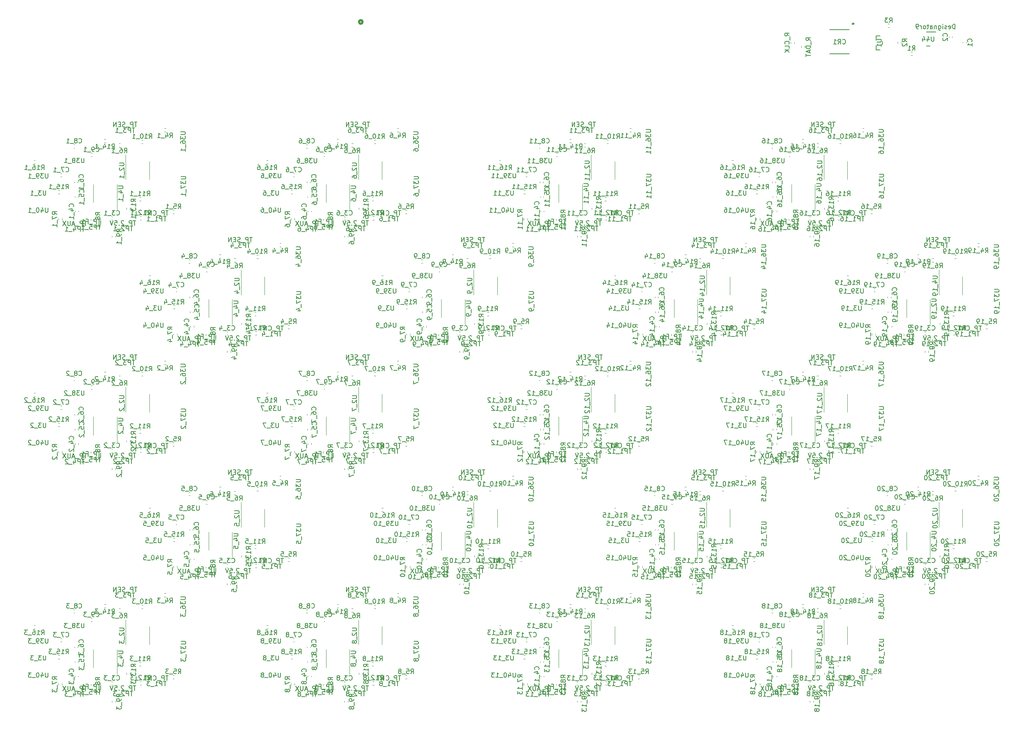
<source format=gbr>
%TF.GenerationSoftware,KiCad,Pcbnew,7.0.2*%
%TF.CreationDate,2023-07-28T09:13:21+01:00*%
%TF.ProjectId,Air quality project,41697220-7175-4616-9c69-74792070726f,rev?*%
%TF.SameCoordinates,Original*%
%TF.FileFunction,Legend,Bot*%
%TF.FilePolarity,Positive*%
%FSLAX46Y46*%
G04 Gerber Fmt 4.6, Leading zero omitted, Abs format (unit mm)*
G04 Created by KiCad (PCBNEW 7.0.2) date 2023-07-28 09:13:21*
%MOMM*%
%LPD*%
G01*
G04 APERTURE LIST*
%ADD10C,0.150000*%
%ADD11C,0.508000*%
%ADD12C,0.120000*%
%ADD13C,0.152400*%
%ADD14C,0.200000*%
G04 APERTURE END LIST*
D10*
%TO.C,TP4_17*%
X194824761Y-120957619D02*
X194253333Y-120957619D01*
X194539047Y-121957619D02*
X194539047Y-120957619D01*
X193919999Y-121957619D02*
X193919999Y-120957619D01*
X193919999Y-120957619D02*
X193539047Y-120957619D01*
X193539047Y-120957619D02*
X193443809Y-121005238D01*
X193443809Y-121005238D02*
X193396190Y-121052857D01*
X193396190Y-121052857D02*
X193348571Y-121148095D01*
X193348571Y-121148095D02*
X193348571Y-121290952D01*
X193348571Y-121290952D02*
X193396190Y-121386190D01*
X193396190Y-121386190D02*
X193443809Y-121433809D01*
X193443809Y-121433809D02*
X193539047Y-121481428D01*
X193539047Y-121481428D02*
X193919999Y-121481428D01*
X192491428Y-121290952D02*
X192491428Y-121957619D01*
X192729523Y-120910000D02*
X192967618Y-121624285D01*
X192967618Y-121624285D02*
X192348571Y-121624285D01*
X192205714Y-122052857D02*
X191443809Y-122052857D01*
X190681904Y-121957619D02*
X191253332Y-121957619D01*
X190967618Y-121957619D02*
X190967618Y-120957619D01*
X190967618Y-120957619D02*
X191062856Y-121100476D01*
X191062856Y-121100476D02*
X191158094Y-121195714D01*
X191158094Y-121195714D02*
X191253332Y-121243333D01*
X190348570Y-120957619D02*
X189681904Y-120957619D01*
X189681904Y-120957619D02*
X190110475Y-121957619D01*
X195305237Y-119732619D02*
X194733809Y-119732619D01*
X195019523Y-120732619D02*
X195019523Y-119732619D01*
X194400475Y-120732619D02*
X194400475Y-119732619D01*
X194400475Y-119732619D02*
X194019523Y-119732619D01*
X194019523Y-119732619D02*
X193924285Y-119780238D01*
X193924285Y-119780238D02*
X193876666Y-119827857D01*
X193876666Y-119827857D02*
X193829047Y-119923095D01*
X193829047Y-119923095D02*
X193829047Y-120065952D01*
X193829047Y-120065952D02*
X193876666Y-120161190D01*
X193876666Y-120161190D02*
X193924285Y-120208809D01*
X193924285Y-120208809D02*
X194019523Y-120256428D01*
X194019523Y-120256428D02*
X194400475Y-120256428D01*
X193638571Y-120827857D02*
X192876666Y-120827857D01*
X192686189Y-120446904D02*
X192209999Y-120446904D01*
X192781427Y-120732619D02*
X192448094Y-119732619D01*
X192448094Y-119732619D02*
X192114761Y-120732619D01*
X191781427Y-119732619D02*
X191781427Y-120542142D01*
X191781427Y-120542142D02*
X191733808Y-120637380D01*
X191733808Y-120637380D02*
X191686189Y-120685000D01*
X191686189Y-120685000D02*
X191590951Y-120732619D01*
X191590951Y-120732619D02*
X191400475Y-120732619D01*
X191400475Y-120732619D02*
X191305237Y-120685000D01*
X191305237Y-120685000D02*
X191257618Y-120637380D01*
X191257618Y-120637380D02*
X191209999Y-120542142D01*
X191209999Y-120542142D02*
X191209999Y-119732619D01*
X190829046Y-119732619D02*
X190162380Y-120732619D01*
X190162380Y-119732619D02*
X190829046Y-120732619D01*
%TO.C,R10_5*%
X82380000Y-126782619D02*
X82713333Y-126306428D01*
X82951428Y-126782619D02*
X82951428Y-125782619D01*
X82951428Y-125782619D02*
X82570476Y-125782619D01*
X82570476Y-125782619D02*
X82475238Y-125830238D01*
X82475238Y-125830238D02*
X82427619Y-125877857D01*
X82427619Y-125877857D02*
X82380000Y-125973095D01*
X82380000Y-125973095D02*
X82380000Y-126115952D01*
X82380000Y-126115952D02*
X82427619Y-126211190D01*
X82427619Y-126211190D02*
X82475238Y-126258809D01*
X82475238Y-126258809D02*
X82570476Y-126306428D01*
X82570476Y-126306428D02*
X82951428Y-126306428D01*
X81427619Y-126782619D02*
X81999047Y-126782619D01*
X81713333Y-126782619D02*
X81713333Y-125782619D01*
X81713333Y-125782619D02*
X81808571Y-125925476D01*
X81808571Y-125925476D02*
X81903809Y-126020714D01*
X81903809Y-126020714D02*
X81999047Y-126068333D01*
X80808571Y-125782619D02*
X80713333Y-125782619D01*
X80713333Y-125782619D02*
X80618095Y-125830238D01*
X80618095Y-125830238D02*
X80570476Y-125877857D01*
X80570476Y-125877857D02*
X80522857Y-125973095D01*
X80522857Y-125973095D02*
X80475238Y-126163571D01*
X80475238Y-126163571D02*
X80475238Y-126401666D01*
X80475238Y-126401666D02*
X80522857Y-126592142D01*
X80522857Y-126592142D02*
X80570476Y-126687380D01*
X80570476Y-126687380D02*
X80618095Y-126735000D01*
X80618095Y-126735000D02*
X80713333Y-126782619D01*
X80713333Y-126782619D02*
X80808571Y-126782619D01*
X80808571Y-126782619D02*
X80903809Y-126735000D01*
X80903809Y-126735000D02*
X80951428Y-126687380D01*
X80951428Y-126687380D02*
X80999047Y-126592142D01*
X80999047Y-126592142D02*
X81046666Y-126401666D01*
X81046666Y-126401666D02*
X81046666Y-126163571D01*
X81046666Y-126163571D02*
X80999047Y-125973095D01*
X80999047Y-125973095D02*
X80951428Y-125877857D01*
X80951428Y-125877857D02*
X80903809Y-125830238D01*
X80903809Y-125830238D02*
X80808571Y-125782619D01*
X80284762Y-126877857D02*
X79522857Y-126877857D01*
X78808571Y-125782619D02*
X79284761Y-125782619D01*
X79284761Y-125782619D02*
X79332380Y-126258809D01*
X79332380Y-126258809D02*
X79284761Y-126211190D01*
X79284761Y-126211190D02*
X79189523Y-126163571D01*
X79189523Y-126163571D02*
X78951428Y-126163571D01*
X78951428Y-126163571D02*
X78856190Y-126211190D01*
X78856190Y-126211190D02*
X78808571Y-126258809D01*
X78808571Y-126258809D02*
X78760952Y-126354047D01*
X78760952Y-126354047D02*
X78760952Y-126592142D01*
X78760952Y-126592142D02*
X78808571Y-126687380D01*
X78808571Y-126687380D02*
X78856190Y-126735000D01*
X78856190Y-126735000D02*
X78951428Y-126782619D01*
X78951428Y-126782619D02*
X79189523Y-126782619D01*
X79189523Y-126782619D02*
X79284761Y-126735000D01*
X79284761Y-126735000D02*
X79332380Y-126687380D01*
%TO.C,R11_4*%
X81920000Y-88742619D02*
X82253333Y-88266428D01*
X82491428Y-88742619D02*
X82491428Y-87742619D01*
X82491428Y-87742619D02*
X82110476Y-87742619D01*
X82110476Y-87742619D02*
X82015238Y-87790238D01*
X82015238Y-87790238D02*
X81967619Y-87837857D01*
X81967619Y-87837857D02*
X81920000Y-87933095D01*
X81920000Y-87933095D02*
X81920000Y-88075952D01*
X81920000Y-88075952D02*
X81967619Y-88171190D01*
X81967619Y-88171190D02*
X82015238Y-88218809D01*
X82015238Y-88218809D02*
X82110476Y-88266428D01*
X82110476Y-88266428D02*
X82491428Y-88266428D01*
X80967619Y-88742619D02*
X81539047Y-88742619D01*
X81253333Y-88742619D02*
X81253333Y-87742619D01*
X81253333Y-87742619D02*
X81348571Y-87885476D01*
X81348571Y-87885476D02*
X81443809Y-87980714D01*
X81443809Y-87980714D02*
X81539047Y-88028333D01*
X80015238Y-88742619D02*
X80586666Y-88742619D01*
X80300952Y-88742619D02*
X80300952Y-87742619D01*
X80300952Y-87742619D02*
X80396190Y-87885476D01*
X80396190Y-87885476D02*
X80491428Y-87980714D01*
X80491428Y-87980714D02*
X80586666Y-88028333D01*
X79824762Y-88837857D02*
X79062857Y-88837857D01*
X78396190Y-88075952D02*
X78396190Y-88742619D01*
X78634285Y-87695000D02*
X78872380Y-88409285D01*
X78872380Y-88409285D02*
X78253333Y-88409285D01*
%TO.C,TP5_8*%
X97364761Y-171047619D02*
X96793333Y-171047619D01*
X97079047Y-172047619D02*
X97079047Y-171047619D01*
X96459999Y-172047619D02*
X96459999Y-171047619D01*
X96459999Y-171047619D02*
X96079047Y-171047619D01*
X96079047Y-171047619D02*
X95983809Y-171095238D01*
X95983809Y-171095238D02*
X95936190Y-171142857D01*
X95936190Y-171142857D02*
X95888571Y-171238095D01*
X95888571Y-171238095D02*
X95888571Y-171380952D01*
X95888571Y-171380952D02*
X95936190Y-171476190D01*
X95936190Y-171476190D02*
X95983809Y-171523809D01*
X95983809Y-171523809D02*
X96079047Y-171571428D01*
X96079047Y-171571428D02*
X96459999Y-171571428D01*
X94983809Y-171047619D02*
X95459999Y-171047619D01*
X95459999Y-171047619D02*
X95507618Y-171523809D01*
X95507618Y-171523809D02*
X95459999Y-171476190D01*
X95459999Y-171476190D02*
X95364761Y-171428571D01*
X95364761Y-171428571D02*
X95126666Y-171428571D01*
X95126666Y-171428571D02*
X95031428Y-171476190D01*
X95031428Y-171476190D02*
X94983809Y-171523809D01*
X94983809Y-171523809D02*
X94936190Y-171619047D01*
X94936190Y-171619047D02*
X94936190Y-171857142D01*
X94936190Y-171857142D02*
X94983809Y-171952380D01*
X94983809Y-171952380D02*
X95031428Y-172000000D01*
X95031428Y-172000000D02*
X95126666Y-172047619D01*
X95126666Y-172047619D02*
X95364761Y-172047619D01*
X95364761Y-172047619D02*
X95459999Y-172000000D01*
X95459999Y-172000000D02*
X95507618Y-171952380D01*
X94745714Y-172142857D02*
X93983809Y-172142857D01*
X93602856Y-171476190D02*
X93698094Y-171428571D01*
X93698094Y-171428571D02*
X93745713Y-171380952D01*
X93745713Y-171380952D02*
X93793332Y-171285714D01*
X93793332Y-171285714D02*
X93793332Y-171238095D01*
X93793332Y-171238095D02*
X93745713Y-171142857D01*
X93745713Y-171142857D02*
X93698094Y-171095238D01*
X93698094Y-171095238D02*
X93602856Y-171047619D01*
X93602856Y-171047619D02*
X93412380Y-171047619D01*
X93412380Y-171047619D02*
X93317142Y-171095238D01*
X93317142Y-171095238D02*
X93269523Y-171142857D01*
X93269523Y-171142857D02*
X93221904Y-171238095D01*
X93221904Y-171238095D02*
X93221904Y-171285714D01*
X93221904Y-171285714D02*
X93269523Y-171380952D01*
X93269523Y-171380952D02*
X93317142Y-171428571D01*
X93317142Y-171428571D02*
X93412380Y-171476190D01*
X93412380Y-171476190D02*
X93602856Y-171476190D01*
X93602856Y-171476190D02*
X93698094Y-171523809D01*
X93698094Y-171523809D02*
X93745713Y-171571428D01*
X93745713Y-171571428D02*
X93793332Y-171666666D01*
X93793332Y-171666666D02*
X93793332Y-171857142D01*
X93793332Y-171857142D02*
X93745713Y-171952380D01*
X93745713Y-171952380D02*
X93698094Y-172000000D01*
X93698094Y-172000000D02*
X93602856Y-172047619D01*
X93602856Y-172047619D02*
X93412380Y-172047619D01*
X93412380Y-172047619D02*
X93317142Y-172000000D01*
X93317142Y-172000000D02*
X93269523Y-171952380D01*
X93269523Y-171952380D02*
X93221904Y-171857142D01*
X93221904Y-171857142D02*
X93221904Y-171666666D01*
X93221904Y-171666666D02*
X93269523Y-171571428D01*
X93269523Y-171571428D02*
X93317142Y-171523809D01*
X93317142Y-171523809D02*
X93412380Y-171476190D01*
X97321428Y-169822619D02*
X96750000Y-169822619D01*
X97035714Y-170822619D02*
X97035714Y-169822619D01*
X96416666Y-170822619D02*
X96416666Y-169822619D01*
X96416666Y-169822619D02*
X96035714Y-169822619D01*
X96035714Y-169822619D02*
X95940476Y-169870238D01*
X95940476Y-169870238D02*
X95892857Y-169917857D01*
X95892857Y-169917857D02*
X95845238Y-170013095D01*
X95845238Y-170013095D02*
X95845238Y-170155952D01*
X95845238Y-170155952D02*
X95892857Y-170251190D01*
X95892857Y-170251190D02*
X95940476Y-170298809D01*
X95940476Y-170298809D02*
X96035714Y-170346428D01*
X96035714Y-170346428D02*
X96416666Y-170346428D01*
X95654762Y-170917857D02*
X94892857Y-170917857D01*
X94321428Y-170298809D02*
X94654761Y-170298809D01*
X94654761Y-170822619D02*
X94654761Y-169822619D01*
X94654761Y-169822619D02*
X94178571Y-169822619D01*
X93273809Y-170822619D02*
X93845237Y-170822619D01*
X93559523Y-170822619D02*
X93559523Y-169822619D01*
X93559523Y-169822619D02*
X93654761Y-169965476D01*
X93654761Y-169965476D02*
X93749999Y-170060714D01*
X93749999Y-170060714D02*
X93845237Y-170108333D01*
%TO.C,R15_7*%
X89790000Y-112742619D02*
X90123333Y-112266428D01*
X90361428Y-112742619D02*
X90361428Y-111742619D01*
X90361428Y-111742619D02*
X89980476Y-111742619D01*
X89980476Y-111742619D02*
X89885238Y-111790238D01*
X89885238Y-111790238D02*
X89837619Y-111837857D01*
X89837619Y-111837857D02*
X89790000Y-111933095D01*
X89790000Y-111933095D02*
X89790000Y-112075952D01*
X89790000Y-112075952D02*
X89837619Y-112171190D01*
X89837619Y-112171190D02*
X89885238Y-112218809D01*
X89885238Y-112218809D02*
X89980476Y-112266428D01*
X89980476Y-112266428D02*
X90361428Y-112266428D01*
X88837619Y-112742619D02*
X89409047Y-112742619D01*
X89123333Y-112742619D02*
X89123333Y-111742619D01*
X89123333Y-111742619D02*
X89218571Y-111885476D01*
X89218571Y-111885476D02*
X89313809Y-111980714D01*
X89313809Y-111980714D02*
X89409047Y-112028333D01*
X87932857Y-111742619D02*
X88409047Y-111742619D01*
X88409047Y-111742619D02*
X88456666Y-112218809D01*
X88456666Y-112218809D02*
X88409047Y-112171190D01*
X88409047Y-112171190D02*
X88313809Y-112123571D01*
X88313809Y-112123571D02*
X88075714Y-112123571D01*
X88075714Y-112123571D02*
X87980476Y-112171190D01*
X87980476Y-112171190D02*
X87932857Y-112218809D01*
X87932857Y-112218809D02*
X87885238Y-112314047D01*
X87885238Y-112314047D02*
X87885238Y-112552142D01*
X87885238Y-112552142D02*
X87932857Y-112647380D01*
X87932857Y-112647380D02*
X87980476Y-112695000D01*
X87980476Y-112695000D02*
X88075714Y-112742619D01*
X88075714Y-112742619D02*
X88313809Y-112742619D01*
X88313809Y-112742619D02*
X88409047Y-112695000D01*
X88409047Y-112695000D02*
X88456666Y-112647380D01*
X87694762Y-112837857D02*
X86932857Y-112837857D01*
X86789999Y-111742619D02*
X86123333Y-111742619D01*
X86123333Y-111742619D02*
X86551904Y-112742619D01*
%TO.C,TP3_18*%
X205754761Y-149987619D02*
X205183333Y-149987619D01*
X205469047Y-150987619D02*
X205469047Y-149987619D01*
X204849999Y-150987619D02*
X204849999Y-149987619D01*
X204849999Y-149987619D02*
X204469047Y-149987619D01*
X204469047Y-149987619D02*
X204373809Y-150035238D01*
X204373809Y-150035238D02*
X204326190Y-150082857D01*
X204326190Y-150082857D02*
X204278571Y-150178095D01*
X204278571Y-150178095D02*
X204278571Y-150320952D01*
X204278571Y-150320952D02*
X204326190Y-150416190D01*
X204326190Y-150416190D02*
X204373809Y-150463809D01*
X204373809Y-150463809D02*
X204469047Y-150511428D01*
X204469047Y-150511428D02*
X204849999Y-150511428D01*
X203945237Y-149987619D02*
X203326190Y-149987619D01*
X203326190Y-149987619D02*
X203659523Y-150368571D01*
X203659523Y-150368571D02*
X203516666Y-150368571D01*
X203516666Y-150368571D02*
X203421428Y-150416190D01*
X203421428Y-150416190D02*
X203373809Y-150463809D01*
X203373809Y-150463809D02*
X203326190Y-150559047D01*
X203326190Y-150559047D02*
X203326190Y-150797142D01*
X203326190Y-150797142D02*
X203373809Y-150892380D01*
X203373809Y-150892380D02*
X203421428Y-150940000D01*
X203421428Y-150940000D02*
X203516666Y-150987619D01*
X203516666Y-150987619D02*
X203802380Y-150987619D01*
X203802380Y-150987619D02*
X203897618Y-150940000D01*
X203897618Y-150940000D02*
X203945237Y-150892380D01*
X203135714Y-151082857D02*
X202373809Y-151082857D01*
X201611904Y-150987619D02*
X202183332Y-150987619D01*
X201897618Y-150987619D02*
X201897618Y-149987619D01*
X201897618Y-149987619D02*
X201992856Y-150130476D01*
X201992856Y-150130476D02*
X202088094Y-150225714D01*
X202088094Y-150225714D02*
X202183332Y-150273333D01*
X201040475Y-150416190D02*
X201135713Y-150368571D01*
X201135713Y-150368571D02*
X201183332Y-150320952D01*
X201183332Y-150320952D02*
X201230951Y-150225714D01*
X201230951Y-150225714D02*
X201230951Y-150178095D01*
X201230951Y-150178095D02*
X201183332Y-150082857D01*
X201183332Y-150082857D02*
X201135713Y-150035238D01*
X201135713Y-150035238D02*
X201040475Y-149987619D01*
X201040475Y-149987619D02*
X200849999Y-149987619D01*
X200849999Y-149987619D02*
X200754761Y-150035238D01*
X200754761Y-150035238D02*
X200707142Y-150082857D01*
X200707142Y-150082857D02*
X200659523Y-150178095D01*
X200659523Y-150178095D02*
X200659523Y-150225714D01*
X200659523Y-150225714D02*
X200707142Y-150320952D01*
X200707142Y-150320952D02*
X200754761Y-150368571D01*
X200754761Y-150368571D02*
X200849999Y-150416190D01*
X200849999Y-150416190D02*
X201040475Y-150416190D01*
X201040475Y-150416190D02*
X201135713Y-150463809D01*
X201135713Y-150463809D02*
X201183332Y-150511428D01*
X201183332Y-150511428D02*
X201230951Y-150606666D01*
X201230951Y-150606666D02*
X201230951Y-150797142D01*
X201230951Y-150797142D02*
X201183332Y-150892380D01*
X201183332Y-150892380D02*
X201135713Y-150940000D01*
X201135713Y-150940000D02*
X201040475Y-150987619D01*
X201040475Y-150987619D02*
X200849999Y-150987619D01*
X200849999Y-150987619D02*
X200754761Y-150940000D01*
X200754761Y-150940000D02*
X200707142Y-150892380D01*
X200707142Y-150892380D02*
X200659523Y-150797142D01*
X200659523Y-150797142D02*
X200659523Y-150606666D01*
X200659523Y-150606666D02*
X200707142Y-150511428D01*
X200707142Y-150511428D02*
X200754761Y-150463809D01*
X200754761Y-150463809D02*
X200849999Y-150416190D01*
X206259047Y-148762619D02*
X205687619Y-148762619D01*
X205973333Y-149762619D02*
X205973333Y-148762619D01*
X205354285Y-149762619D02*
X205354285Y-148762619D01*
X205354285Y-148762619D02*
X204973333Y-148762619D01*
X204973333Y-148762619D02*
X204878095Y-148810238D01*
X204878095Y-148810238D02*
X204830476Y-148857857D01*
X204830476Y-148857857D02*
X204782857Y-148953095D01*
X204782857Y-148953095D02*
X204782857Y-149095952D01*
X204782857Y-149095952D02*
X204830476Y-149191190D01*
X204830476Y-149191190D02*
X204878095Y-149238809D01*
X204878095Y-149238809D02*
X204973333Y-149286428D01*
X204973333Y-149286428D02*
X205354285Y-149286428D01*
X204592381Y-149857857D02*
X203830476Y-149857857D01*
X203639999Y-149715000D02*
X203497142Y-149762619D01*
X203497142Y-149762619D02*
X203259047Y-149762619D01*
X203259047Y-149762619D02*
X203163809Y-149715000D01*
X203163809Y-149715000D02*
X203116190Y-149667380D01*
X203116190Y-149667380D02*
X203068571Y-149572142D01*
X203068571Y-149572142D02*
X203068571Y-149476904D01*
X203068571Y-149476904D02*
X203116190Y-149381666D01*
X203116190Y-149381666D02*
X203163809Y-149334047D01*
X203163809Y-149334047D02*
X203259047Y-149286428D01*
X203259047Y-149286428D02*
X203449523Y-149238809D01*
X203449523Y-149238809D02*
X203544761Y-149191190D01*
X203544761Y-149191190D02*
X203592380Y-149143571D01*
X203592380Y-149143571D02*
X203639999Y-149048333D01*
X203639999Y-149048333D02*
X203639999Y-148953095D01*
X203639999Y-148953095D02*
X203592380Y-148857857D01*
X203592380Y-148857857D02*
X203544761Y-148810238D01*
X203544761Y-148810238D02*
X203449523Y-148762619D01*
X203449523Y-148762619D02*
X203211428Y-148762619D01*
X203211428Y-148762619D02*
X203068571Y-148810238D01*
X202639999Y-149238809D02*
X202306666Y-149238809D01*
X202163809Y-149762619D02*
X202639999Y-149762619D01*
X202639999Y-149762619D02*
X202639999Y-148762619D01*
X202639999Y-148762619D02*
X202163809Y-148762619D01*
X201735237Y-149762619D02*
X201735237Y-148762619D01*
X201735237Y-148762619D02*
X201163809Y-149762619D01*
X201163809Y-149762619D02*
X201163809Y-148762619D01*
%TO.C,R3*%
X218056666Y-26102619D02*
X218389999Y-25626428D01*
X218628094Y-26102619D02*
X218628094Y-25102619D01*
X218628094Y-25102619D02*
X218247142Y-25102619D01*
X218247142Y-25102619D02*
X218151904Y-25150238D01*
X218151904Y-25150238D02*
X218104285Y-25197857D01*
X218104285Y-25197857D02*
X218056666Y-25293095D01*
X218056666Y-25293095D02*
X218056666Y-25435952D01*
X218056666Y-25435952D02*
X218104285Y-25531190D01*
X218104285Y-25531190D02*
X218151904Y-25578809D01*
X218151904Y-25578809D02*
X218247142Y-25626428D01*
X218247142Y-25626428D02*
X218628094Y-25626428D01*
X217723332Y-25102619D02*
X217104285Y-25102619D01*
X217104285Y-25102619D02*
X217437618Y-25483571D01*
X217437618Y-25483571D02*
X217294761Y-25483571D01*
X217294761Y-25483571D02*
X217199523Y-25531190D01*
X217199523Y-25531190D02*
X217151904Y-25578809D01*
X217151904Y-25578809D02*
X217104285Y-25674047D01*
X217104285Y-25674047D02*
X217104285Y-25912142D01*
X217104285Y-25912142D02*
X217151904Y-26007380D01*
X217151904Y-26007380D02*
X217199523Y-26055000D01*
X217199523Y-26055000D02*
X217294761Y-26102619D01*
X217294761Y-26102619D02*
X217580475Y-26102619D01*
X217580475Y-26102619D02*
X217675713Y-26055000D01*
X217675713Y-26055000D02*
X217723332Y-26007380D01*
%TO.C,R14_11*%
X150756190Y-53512619D02*
X151089523Y-53036428D01*
X151327618Y-53512619D02*
X151327618Y-52512619D01*
X151327618Y-52512619D02*
X150946666Y-52512619D01*
X150946666Y-52512619D02*
X150851428Y-52560238D01*
X150851428Y-52560238D02*
X150803809Y-52607857D01*
X150803809Y-52607857D02*
X150756190Y-52703095D01*
X150756190Y-52703095D02*
X150756190Y-52845952D01*
X150756190Y-52845952D02*
X150803809Y-52941190D01*
X150803809Y-52941190D02*
X150851428Y-52988809D01*
X150851428Y-52988809D02*
X150946666Y-53036428D01*
X150946666Y-53036428D02*
X151327618Y-53036428D01*
X149803809Y-53512619D02*
X150375237Y-53512619D01*
X150089523Y-53512619D02*
X150089523Y-52512619D01*
X150089523Y-52512619D02*
X150184761Y-52655476D01*
X150184761Y-52655476D02*
X150279999Y-52750714D01*
X150279999Y-52750714D02*
X150375237Y-52798333D01*
X148946666Y-52845952D02*
X148946666Y-53512619D01*
X149184761Y-52465000D02*
X149422856Y-53179285D01*
X149422856Y-53179285D02*
X148803809Y-53179285D01*
X148660952Y-53607857D02*
X147899047Y-53607857D01*
X147137142Y-53512619D02*
X147708570Y-53512619D01*
X147422856Y-53512619D02*
X147422856Y-52512619D01*
X147422856Y-52512619D02*
X147518094Y-52655476D01*
X147518094Y-52655476D02*
X147613332Y-52750714D01*
X147613332Y-52750714D02*
X147708570Y-52798333D01*
X146184761Y-53512619D02*
X146756189Y-53512619D01*
X146470475Y-53512619D02*
X146470475Y-52512619D01*
X146470475Y-52512619D02*
X146565713Y-52655476D01*
X146565713Y-52655476D02*
X146660951Y-52750714D01*
X146660951Y-52750714D02*
X146756189Y-52798333D01*
%TO.C,C6_17*%
X194537380Y-109799999D02*
X194585000Y-109752380D01*
X194585000Y-109752380D02*
X194632619Y-109609523D01*
X194632619Y-109609523D02*
X194632619Y-109514285D01*
X194632619Y-109514285D02*
X194585000Y-109371428D01*
X194585000Y-109371428D02*
X194489761Y-109276190D01*
X194489761Y-109276190D02*
X194394523Y-109228571D01*
X194394523Y-109228571D02*
X194204047Y-109180952D01*
X194204047Y-109180952D02*
X194061190Y-109180952D01*
X194061190Y-109180952D02*
X193870714Y-109228571D01*
X193870714Y-109228571D02*
X193775476Y-109276190D01*
X193775476Y-109276190D02*
X193680238Y-109371428D01*
X193680238Y-109371428D02*
X193632619Y-109514285D01*
X193632619Y-109514285D02*
X193632619Y-109609523D01*
X193632619Y-109609523D02*
X193680238Y-109752380D01*
X193680238Y-109752380D02*
X193727857Y-109799999D01*
X193632619Y-110657142D02*
X193632619Y-110466666D01*
X193632619Y-110466666D02*
X193680238Y-110371428D01*
X193680238Y-110371428D02*
X193727857Y-110323809D01*
X193727857Y-110323809D02*
X193870714Y-110228571D01*
X193870714Y-110228571D02*
X194061190Y-110180952D01*
X194061190Y-110180952D02*
X194442142Y-110180952D01*
X194442142Y-110180952D02*
X194537380Y-110228571D01*
X194537380Y-110228571D02*
X194585000Y-110276190D01*
X194585000Y-110276190D02*
X194632619Y-110371428D01*
X194632619Y-110371428D02*
X194632619Y-110561904D01*
X194632619Y-110561904D02*
X194585000Y-110657142D01*
X194585000Y-110657142D02*
X194537380Y-110704761D01*
X194537380Y-110704761D02*
X194442142Y-110752380D01*
X194442142Y-110752380D02*
X194204047Y-110752380D01*
X194204047Y-110752380D02*
X194108809Y-110704761D01*
X194108809Y-110704761D02*
X194061190Y-110657142D01*
X194061190Y-110657142D02*
X194013571Y-110561904D01*
X194013571Y-110561904D02*
X194013571Y-110371428D01*
X194013571Y-110371428D02*
X194061190Y-110276190D01*
X194061190Y-110276190D02*
X194108809Y-110228571D01*
X194108809Y-110228571D02*
X194204047Y-110180952D01*
X194727857Y-110942857D02*
X194727857Y-111704761D01*
X194632619Y-112466666D02*
X194632619Y-111895238D01*
X194632619Y-112180952D02*
X193632619Y-112180952D01*
X193632619Y-112180952D02*
X193775476Y-112085714D01*
X193775476Y-112085714D02*
X193870714Y-111990476D01*
X193870714Y-111990476D02*
X193918333Y-111895238D01*
X193632619Y-112800000D02*
X193632619Y-113466666D01*
X193632619Y-113466666D02*
X194632619Y-113038095D01*
%TO.C,U3_5*%
X59950347Y-138112619D02*
X59950347Y-138922142D01*
X59950347Y-138922142D02*
X59902728Y-139017380D01*
X59902728Y-139017380D02*
X59855109Y-139065000D01*
X59855109Y-139065000D02*
X59759871Y-139112619D01*
X59759871Y-139112619D02*
X59569395Y-139112619D01*
X59569395Y-139112619D02*
X59474157Y-139065000D01*
X59474157Y-139065000D02*
X59426538Y-139017380D01*
X59426538Y-139017380D02*
X59378919Y-138922142D01*
X59378919Y-138922142D02*
X59378919Y-138112619D01*
X58997966Y-138112619D02*
X58378919Y-138112619D01*
X58378919Y-138112619D02*
X58712252Y-138493571D01*
X58712252Y-138493571D02*
X58569395Y-138493571D01*
X58569395Y-138493571D02*
X58474157Y-138541190D01*
X58474157Y-138541190D02*
X58426538Y-138588809D01*
X58426538Y-138588809D02*
X58378919Y-138684047D01*
X58378919Y-138684047D02*
X58378919Y-138922142D01*
X58378919Y-138922142D02*
X58426538Y-139017380D01*
X58426538Y-139017380D02*
X58474157Y-139065000D01*
X58474157Y-139065000D02*
X58569395Y-139112619D01*
X58569395Y-139112619D02*
X58855109Y-139112619D01*
X58855109Y-139112619D02*
X58950347Y-139065000D01*
X58950347Y-139065000D02*
X58997966Y-139017380D01*
X58188443Y-139207857D02*
X57426538Y-139207857D01*
X56712252Y-138112619D02*
X57188442Y-138112619D01*
X57188442Y-138112619D02*
X57236061Y-138588809D01*
X57236061Y-138588809D02*
X57188442Y-138541190D01*
X57188442Y-138541190D02*
X57093204Y-138493571D01*
X57093204Y-138493571D02*
X56855109Y-138493571D01*
X56855109Y-138493571D02*
X56759871Y-138541190D01*
X56759871Y-138541190D02*
X56712252Y-138588809D01*
X56712252Y-138588809D02*
X56664633Y-138684047D01*
X56664633Y-138684047D02*
X56664633Y-138922142D01*
X56664633Y-138922142D02*
X56712252Y-139017380D01*
X56712252Y-139017380D02*
X56759871Y-139065000D01*
X56759871Y-139065000D02*
X56855109Y-139112619D01*
X56855109Y-139112619D02*
X57093204Y-139112619D01*
X57093204Y-139112619D02*
X57188442Y-139065000D01*
X57188442Y-139065000D02*
X57236061Y-139017380D01*
%TO.C,U37_3*%
X64322619Y-160553462D02*
X65132142Y-160553462D01*
X65132142Y-160553462D02*
X65227380Y-160601081D01*
X65227380Y-160601081D02*
X65275000Y-160648700D01*
X65275000Y-160648700D02*
X65322619Y-160743938D01*
X65322619Y-160743938D02*
X65322619Y-160934414D01*
X65322619Y-160934414D02*
X65275000Y-161029652D01*
X65275000Y-161029652D02*
X65227380Y-161077271D01*
X65227380Y-161077271D02*
X65132142Y-161124890D01*
X65132142Y-161124890D02*
X64322619Y-161124890D01*
X64322619Y-161505843D02*
X64322619Y-162124890D01*
X64322619Y-162124890D02*
X64703571Y-161791557D01*
X64703571Y-161791557D02*
X64703571Y-161934414D01*
X64703571Y-161934414D02*
X64751190Y-162029652D01*
X64751190Y-162029652D02*
X64798809Y-162077271D01*
X64798809Y-162077271D02*
X64894047Y-162124890D01*
X64894047Y-162124890D02*
X65132142Y-162124890D01*
X65132142Y-162124890D02*
X65227380Y-162077271D01*
X65227380Y-162077271D02*
X65275000Y-162029652D01*
X65275000Y-162029652D02*
X65322619Y-161934414D01*
X65322619Y-161934414D02*
X65322619Y-161648700D01*
X65322619Y-161648700D02*
X65275000Y-161553462D01*
X65275000Y-161553462D02*
X65227380Y-161505843D01*
X64322619Y-162458224D02*
X64322619Y-163124890D01*
X64322619Y-163124890D02*
X65322619Y-162696319D01*
X65417857Y-163267748D02*
X65417857Y-164029652D01*
X64322619Y-164172510D02*
X64322619Y-164791557D01*
X64322619Y-164791557D02*
X64703571Y-164458224D01*
X64703571Y-164458224D02*
X64703571Y-164601081D01*
X64703571Y-164601081D02*
X64751190Y-164696319D01*
X64751190Y-164696319D02*
X64798809Y-164743938D01*
X64798809Y-164743938D02*
X64894047Y-164791557D01*
X64894047Y-164791557D02*
X65132142Y-164791557D01*
X65132142Y-164791557D02*
X65227380Y-164743938D01*
X65227380Y-164743938D02*
X65275000Y-164696319D01*
X65275000Y-164696319D02*
X65322619Y-164601081D01*
X65322619Y-164601081D02*
X65322619Y-164315367D01*
X65322619Y-164315367D02*
X65275000Y-164220129D01*
X65275000Y-164220129D02*
X65227380Y-164172510D01*
%TO.C,R11_14*%
X183396190Y-88742619D02*
X183729523Y-88266428D01*
X183967618Y-88742619D02*
X183967618Y-87742619D01*
X183967618Y-87742619D02*
X183586666Y-87742619D01*
X183586666Y-87742619D02*
X183491428Y-87790238D01*
X183491428Y-87790238D02*
X183443809Y-87837857D01*
X183443809Y-87837857D02*
X183396190Y-87933095D01*
X183396190Y-87933095D02*
X183396190Y-88075952D01*
X183396190Y-88075952D02*
X183443809Y-88171190D01*
X183443809Y-88171190D02*
X183491428Y-88218809D01*
X183491428Y-88218809D02*
X183586666Y-88266428D01*
X183586666Y-88266428D02*
X183967618Y-88266428D01*
X182443809Y-88742619D02*
X183015237Y-88742619D01*
X182729523Y-88742619D02*
X182729523Y-87742619D01*
X182729523Y-87742619D02*
X182824761Y-87885476D01*
X182824761Y-87885476D02*
X182919999Y-87980714D01*
X182919999Y-87980714D02*
X183015237Y-88028333D01*
X181491428Y-88742619D02*
X182062856Y-88742619D01*
X181777142Y-88742619D02*
X181777142Y-87742619D01*
X181777142Y-87742619D02*
X181872380Y-87885476D01*
X181872380Y-87885476D02*
X181967618Y-87980714D01*
X181967618Y-87980714D02*
X182062856Y-88028333D01*
X181300952Y-88837857D02*
X180539047Y-88837857D01*
X179777142Y-88742619D02*
X180348570Y-88742619D01*
X180062856Y-88742619D02*
X180062856Y-87742619D01*
X180062856Y-87742619D02*
X180158094Y-87885476D01*
X180158094Y-87885476D02*
X180253332Y-87980714D01*
X180253332Y-87980714D02*
X180348570Y-88028333D01*
X178919999Y-88075952D02*
X178919999Y-88742619D01*
X179158094Y-87695000D02*
X179396189Y-88409285D01*
X179396189Y-88409285D02*
X178777142Y-88409285D01*
%TO.C,TP1_20*%
X237574761Y-143707619D02*
X237003333Y-143707619D01*
X237289047Y-144707619D02*
X237289047Y-143707619D01*
X236669999Y-144707619D02*
X236669999Y-143707619D01*
X236669999Y-143707619D02*
X236289047Y-143707619D01*
X236289047Y-143707619D02*
X236193809Y-143755238D01*
X236193809Y-143755238D02*
X236146190Y-143802857D01*
X236146190Y-143802857D02*
X236098571Y-143898095D01*
X236098571Y-143898095D02*
X236098571Y-144040952D01*
X236098571Y-144040952D02*
X236146190Y-144136190D01*
X236146190Y-144136190D02*
X236193809Y-144183809D01*
X236193809Y-144183809D02*
X236289047Y-144231428D01*
X236289047Y-144231428D02*
X236669999Y-144231428D01*
X235146190Y-144707619D02*
X235717618Y-144707619D01*
X235431904Y-144707619D02*
X235431904Y-143707619D01*
X235431904Y-143707619D02*
X235527142Y-143850476D01*
X235527142Y-143850476D02*
X235622380Y-143945714D01*
X235622380Y-143945714D02*
X235717618Y-143993333D01*
X234955714Y-144802857D02*
X234193809Y-144802857D01*
X234003332Y-143802857D02*
X233955713Y-143755238D01*
X233955713Y-143755238D02*
X233860475Y-143707619D01*
X233860475Y-143707619D02*
X233622380Y-143707619D01*
X233622380Y-143707619D02*
X233527142Y-143755238D01*
X233527142Y-143755238D02*
X233479523Y-143802857D01*
X233479523Y-143802857D02*
X233431904Y-143898095D01*
X233431904Y-143898095D02*
X233431904Y-143993333D01*
X233431904Y-143993333D02*
X233479523Y-144136190D01*
X233479523Y-144136190D02*
X234050951Y-144707619D01*
X234050951Y-144707619D02*
X233431904Y-144707619D01*
X232812856Y-143707619D02*
X232717618Y-143707619D01*
X232717618Y-143707619D02*
X232622380Y-143755238D01*
X232622380Y-143755238D02*
X232574761Y-143802857D01*
X232574761Y-143802857D02*
X232527142Y-143898095D01*
X232527142Y-143898095D02*
X232479523Y-144088571D01*
X232479523Y-144088571D02*
X232479523Y-144326666D01*
X232479523Y-144326666D02*
X232527142Y-144517142D01*
X232527142Y-144517142D02*
X232574761Y-144612380D01*
X232574761Y-144612380D02*
X232622380Y-144660000D01*
X232622380Y-144660000D02*
X232717618Y-144707619D01*
X232717618Y-144707619D02*
X232812856Y-144707619D01*
X232812856Y-144707619D02*
X232908094Y-144660000D01*
X232908094Y-144660000D02*
X232955713Y-144612380D01*
X232955713Y-144612380D02*
X233003332Y-144517142D01*
X233003332Y-144517142D02*
X233050951Y-144326666D01*
X233050951Y-144326666D02*
X233050951Y-144088571D01*
X233050951Y-144088571D02*
X233003332Y-143898095D01*
X233003332Y-143898095D02*
X232955713Y-143802857D01*
X232955713Y-143802857D02*
X232908094Y-143755238D01*
X232908094Y-143755238D02*
X232812856Y-143707619D01*
X238031428Y-142482619D02*
X237460000Y-142482619D01*
X237745714Y-143482619D02*
X237745714Y-142482619D01*
X237126666Y-143482619D02*
X237126666Y-142482619D01*
X237126666Y-142482619D02*
X236745714Y-142482619D01*
X236745714Y-142482619D02*
X236650476Y-142530238D01*
X236650476Y-142530238D02*
X236602857Y-142577857D01*
X236602857Y-142577857D02*
X236555238Y-142673095D01*
X236555238Y-142673095D02*
X236555238Y-142815952D01*
X236555238Y-142815952D02*
X236602857Y-142911190D01*
X236602857Y-142911190D02*
X236650476Y-142958809D01*
X236650476Y-142958809D02*
X236745714Y-143006428D01*
X236745714Y-143006428D02*
X237126666Y-143006428D01*
X236364762Y-143577857D02*
X235602857Y-143577857D01*
X234793333Y-143387380D02*
X234840952Y-143435000D01*
X234840952Y-143435000D02*
X234983809Y-143482619D01*
X234983809Y-143482619D02*
X235079047Y-143482619D01*
X235079047Y-143482619D02*
X235221904Y-143435000D01*
X235221904Y-143435000D02*
X235317142Y-143339761D01*
X235317142Y-143339761D02*
X235364761Y-143244523D01*
X235364761Y-143244523D02*
X235412380Y-143054047D01*
X235412380Y-143054047D02*
X235412380Y-142911190D01*
X235412380Y-142911190D02*
X235364761Y-142720714D01*
X235364761Y-142720714D02*
X235317142Y-142625476D01*
X235317142Y-142625476D02*
X235221904Y-142530238D01*
X235221904Y-142530238D02*
X235079047Y-142482619D01*
X235079047Y-142482619D02*
X234983809Y-142482619D01*
X234983809Y-142482619D02*
X234840952Y-142530238D01*
X234840952Y-142530238D02*
X234793333Y-142577857D01*
X234364761Y-143482619D02*
X234364761Y-142482619D01*
X234364761Y-142482619D02*
X233793333Y-143482619D01*
X233793333Y-143482619D02*
X233793333Y-142482619D01*
X233459999Y-142482619D02*
X232888571Y-142482619D01*
X233174285Y-143482619D02*
X233174285Y-142482619D01*
%TO.C,R9_14*%
X177302619Y-96099999D02*
X176826428Y-95766666D01*
X177302619Y-95528571D02*
X176302619Y-95528571D01*
X176302619Y-95528571D02*
X176302619Y-95909523D01*
X176302619Y-95909523D02*
X176350238Y-96004761D01*
X176350238Y-96004761D02*
X176397857Y-96052380D01*
X176397857Y-96052380D02*
X176493095Y-96099999D01*
X176493095Y-96099999D02*
X176635952Y-96099999D01*
X176635952Y-96099999D02*
X176731190Y-96052380D01*
X176731190Y-96052380D02*
X176778809Y-96004761D01*
X176778809Y-96004761D02*
X176826428Y-95909523D01*
X176826428Y-95909523D02*
X176826428Y-95528571D01*
X177302619Y-96576190D02*
X177302619Y-96766666D01*
X177302619Y-96766666D02*
X177255000Y-96861904D01*
X177255000Y-96861904D02*
X177207380Y-96909523D01*
X177207380Y-96909523D02*
X177064523Y-97004761D01*
X177064523Y-97004761D02*
X176874047Y-97052380D01*
X176874047Y-97052380D02*
X176493095Y-97052380D01*
X176493095Y-97052380D02*
X176397857Y-97004761D01*
X176397857Y-97004761D02*
X176350238Y-96957142D01*
X176350238Y-96957142D02*
X176302619Y-96861904D01*
X176302619Y-96861904D02*
X176302619Y-96671428D01*
X176302619Y-96671428D02*
X176350238Y-96576190D01*
X176350238Y-96576190D02*
X176397857Y-96528571D01*
X176397857Y-96528571D02*
X176493095Y-96480952D01*
X176493095Y-96480952D02*
X176731190Y-96480952D01*
X176731190Y-96480952D02*
X176826428Y-96528571D01*
X176826428Y-96528571D02*
X176874047Y-96576190D01*
X176874047Y-96576190D02*
X176921666Y-96671428D01*
X176921666Y-96671428D02*
X176921666Y-96861904D01*
X176921666Y-96861904D02*
X176874047Y-96957142D01*
X176874047Y-96957142D02*
X176826428Y-97004761D01*
X176826428Y-97004761D02*
X176731190Y-97052380D01*
X177397857Y-97242857D02*
X177397857Y-98004761D01*
X177302619Y-98766666D02*
X177302619Y-98195238D01*
X177302619Y-98480952D02*
X176302619Y-98480952D01*
X176302619Y-98480952D02*
X176445476Y-98385714D01*
X176445476Y-98385714D02*
X176540714Y-98290476D01*
X176540714Y-98290476D02*
X176588333Y-98195238D01*
X176635952Y-99623809D02*
X177302619Y-99623809D01*
X176255000Y-99385714D02*
X176969285Y-99147619D01*
X176969285Y-99147619D02*
X176969285Y-99766666D01*
%TO.C,R5_15*%
X190150000Y-142032619D02*
X190483333Y-141556428D01*
X190721428Y-142032619D02*
X190721428Y-141032619D01*
X190721428Y-141032619D02*
X190340476Y-141032619D01*
X190340476Y-141032619D02*
X190245238Y-141080238D01*
X190245238Y-141080238D02*
X190197619Y-141127857D01*
X190197619Y-141127857D02*
X190150000Y-141223095D01*
X190150000Y-141223095D02*
X190150000Y-141365952D01*
X190150000Y-141365952D02*
X190197619Y-141461190D01*
X190197619Y-141461190D02*
X190245238Y-141508809D01*
X190245238Y-141508809D02*
X190340476Y-141556428D01*
X190340476Y-141556428D02*
X190721428Y-141556428D01*
X189245238Y-141032619D02*
X189721428Y-141032619D01*
X189721428Y-141032619D02*
X189769047Y-141508809D01*
X189769047Y-141508809D02*
X189721428Y-141461190D01*
X189721428Y-141461190D02*
X189626190Y-141413571D01*
X189626190Y-141413571D02*
X189388095Y-141413571D01*
X189388095Y-141413571D02*
X189292857Y-141461190D01*
X189292857Y-141461190D02*
X189245238Y-141508809D01*
X189245238Y-141508809D02*
X189197619Y-141604047D01*
X189197619Y-141604047D02*
X189197619Y-141842142D01*
X189197619Y-141842142D02*
X189245238Y-141937380D01*
X189245238Y-141937380D02*
X189292857Y-141985000D01*
X189292857Y-141985000D02*
X189388095Y-142032619D01*
X189388095Y-142032619D02*
X189626190Y-142032619D01*
X189626190Y-142032619D02*
X189721428Y-141985000D01*
X189721428Y-141985000D02*
X189769047Y-141937380D01*
X189007143Y-142127857D02*
X188245238Y-142127857D01*
X187483333Y-142032619D02*
X188054761Y-142032619D01*
X187769047Y-142032619D02*
X187769047Y-141032619D01*
X187769047Y-141032619D02*
X187864285Y-141175476D01*
X187864285Y-141175476D02*
X187959523Y-141270714D01*
X187959523Y-141270714D02*
X188054761Y-141318333D01*
X186578571Y-141032619D02*
X187054761Y-141032619D01*
X187054761Y-141032619D02*
X187102380Y-141508809D01*
X187102380Y-141508809D02*
X187054761Y-141461190D01*
X187054761Y-141461190D02*
X186959523Y-141413571D01*
X186959523Y-141413571D02*
X186721428Y-141413571D01*
X186721428Y-141413571D02*
X186626190Y-141461190D01*
X186626190Y-141461190D02*
X186578571Y-141508809D01*
X186578571Y-141508809D02*
X186530952Y-141604047D01*
X186530952Y-141604047D02*
X186530952Y-141842142D01*
X186530952Y-141842142D02*
X186578571Y-141937380D01*
X186578571Y-141937380D02*
X186626190Y-141985000D01*
X186626190Y-141985000D02*
X186721428Y-142032619D01*
X186721428Y-142032619D02*
X186959523Y-142032619D01*
X186959523Y-142032619D02*
X187054761Y-141985000D01*
X187054761Y-141985000D02*
X187102380Y-141937380D01*
%TO.C,U40_9*%
X110926537Y-91342619D02*
X110926537Y-92152142D01*
X110926537Y-92152142D02*
X110878918Y-92247380D01*
X110878918Y-92247380D02*
X110831299Y-92295000D01*
X110831299Y-92295000D02*
X110736061Y-92342619D01*
X110736061Y-92342619D02*
X110545585Y-92342619D01*
X110545585Y-92342619D02*
X110450347Y-92295000D01*
X110450347Y-92295000D02*
X110402728Y-92247380D01*
X110402728Y-92247380D02*
X110355109Y-92152142D01*
X110355109Y-92152142D02*
X110355109Y-91342619D01*
X109450347Y-91675952D02*
X109450347Y-92342619D01*
X109688442Y-91295000D02*
X109926537Y-92009285D01*
X109926537Y-92009285D02*
X109307490Y-92009285D01*
X108736061Y-91342619D02*
X108640823Y-91342619D01*
X108640823Y-91342619D02*
X108545585Y-91390238D01*
X108545585Y-91390238D02*
X108497966Y-91437857D01*
X108497966Y-91437857D02*
X108450347Y-91533095D01*
X108450347Y-91533095D02*
X108402728Y-91723571D01*
X108402728Y-91723571D02*
X108402728Y-91961666D01*
X108402728Y-91961666D02*
X108450347Y-92152142D01*
X108450347Y-92152142D02*
X108497966Y-92247380D01*
X108497966Y-92247380D02*
X108545585Y-92295000D01*
X108545585Y-92295000D02*
X108640823Y-92342619D01*
X108640823Y-92342619D02*
X108736061Y-92342619D01*
X108736061Y-92342619D02*
X108831299Y-92295000D01*
X108831299Y-92295000D02*
X108878918Y-92247380D01*
X108878918Y-92247380D02*
X108926537Y-92152142D01*
X108926537Y-92152142D02*
X108974156Y-91961666D01*
X108974156Y-91961666D02*
X108974156Y-91723571D01*
X108974156Y-91723571D02*
X108926537Y-91533095D01*
X108926537Y-91533095D02*
X108878918Y-91437857D01*
X108878918Y-91437857D02*
X108831299Y-91390238D01*
X108831299Y-91390238D02*
X108736061Y-91342619D01*
X108212252Y-92437857D02*
X107450347Y-92437857D01*
X107164632Y-92342619D02*
X106974156Y-92342619D01*
X106974156Y-92342619D02*
X106878918Y-92295000D01*
X106878918Y-92295000D02*
X106831299Y-92247380D01*
X106831299Y-92247380D02*
X106736061Y-92104523D01*
X106736061Y-92104523D02*
X106688442Y-91914047D01*
X106688442Y-91914047D02*
X106688442Y-91533095D01*
X106688442Y-91533095D02*
X106736061Y-91437857D01*
X106736061Y-91437857D02*
X106783680Y-91390238D01*
X106783680Y-91390238D02*
X106878918Y-91342619D01*
X106878918Y-91342619D02*
X107069394Y-91342619D01*
X107069394Y-91342619D02*
X107164632Y-91390238D01*
X107164632Y-91390238D02*
X107212251Y-91437857D01*
X107212251Y-91437857D02*
X107259870Y-91533095D01*
X107259870Y-91533095D02*
X107259870Y-91771190D01*
X107259870Y-91771190D02*
X107212251Y-91866428D01*
X107212251Y-91866428D02*
X107164632Y-91914047D01*
X107164632Y-91914047D02*
X107069394Y-91961666D01*
X107069394Y-91961666D02*
X106878918Y-91961666D01*
X106878918Y-91961666D02*
X106783680Y-91914047D01*
X106783680Y-91914047D02*
X106736061Y-91866428D01*
X106736061Y-91866428D02*
X106688442Y-91771190D01*
%TO.C,R15_3*%
X39290000Y-163242619D02*
X39623333Y-162766428D01*
X39861428Y-163242619D02*
X39861428Y-162242619D01*
X39861428Y-162242619D02*
X39480476Y-162242619D01*
X39480476Y-162242619D02*
X39385238Y-162290238D01*
X39385238Y-162290238D02*
X39337619Y-162337857D01*
X39337619Y-162337857D02*
X39290000Y-162433095D01*
X39290000Y-162433095D02*
X39290000Y-162575952D01*
X39290000Y-162575952D02*
X39337619Y-162671190D01*
X39337619Y-162671190D02*
X39385238Y-162718809D01*
X39385238Y-162718809D02*
X39480476Y-162766428D01*
X39480476Y-162766428D02*
X39861428Y-162766428D01*
X38337619Y-163242619D02*
X38909047Y-163242619D01*
X38623333Y-163242619D02*
X38623333Y-162242619D01*
X38623333Y-162242619D02*
X38718571Y-162385476D01*
X38718571Y-162385476D02*
X38813809Y-162480714D01*
X38813809Y-162480714D02*
X38909047Y-162528333D01*
X37432857Y-162242619D02*
X37909047Y-162242619D01*
X37909047Y-162242619D02*
X37956666Y-162718809D01*
X37956666Y-162718809D02*
X37909047Y-162671190D01*
X37909047Y-162671190D02*
X37813809Y-162623571D01*
X37813809Y-162623571D02*
X37575714Y-162623571D01*
X37575714Y-162623571D02*
X37480476Y-162671190D01*
X37480476Y-162671190D02*
X37432857Y-162718809D01*
X37432857Y-162718809D02*
X37385238Y-162814047D01*
X37385238Y-162814047D02*
X37385238Y-163052142D01*
X37385238Y-163052142D02*
X37432857Y-163147380D01*
X37432857Y-163147380D02*
X37480476Y-163195000D01*
X37480476Y-163195000D02*
X37575714Y-163242619D01*
X37575714Y-163242619D02*
X37813809Y-163242619D01*
X37813809Y-163242619D02*
X37909047Y-163195000D01*
X37909047Y-163195000D02*
X37956666Y-163147380D01*
X37194762Y-163337857D02*
X36432857Y-163337857D01*
X36289999Y-162242619D02*
X35670952Y-162242619D01*
X35670952Y-162242619D02*
X36004285Y-162623571D01*
X36004285Y-162623571D02*
X35861428Y-162623571D01*
X35861428Y-162623571D02*
X35766190Y-162671190D01*
X35766190Y-162671190D02*
X35718571Y-162718809D01*
X35718571Y-162718809D02*
X35670952Y-162814047D01*
X35670952Y-162814047D02*
X35670952Y-163052142D01*
X35670952Y-163052142D02*
X35718571Y-163147380D01*
X35718571Y-163147380D02*
X35766190Y-163195000D01*
X35766190Y-163195000D02*
X35861428Y-163242619D01*
X35861428Y-163242619D02*
X36147142Y-163242619D01*
X36147142Y-163242619D02*
X36242380Y-163195000D01*
X36242380Y-163195000D02*
X36289999Y-163147380D01*
%TO.C,U2_1*%
X50927619Y-56655952D02*
X51737142Y-56655952D01*
X51737142Y-56655952D02*
X51832380Y-56703571D01*
X51832380Y-56703571D02*
X51880000Y-56751190D01*
X51880000Y-56751190D02*
X51927619Y-56846428D01*
X51927619Y-56846428D02*
X51927619Y-57036904D01*
X51927619Y-57036904D02*
X51880000Y-57132142D01*
X51880000Y-57132142D02*
X51832380Y-57179761D01*
X51832380Y-57179761D02*
X51737142Y-57227380D01*
X51737142Y-57227380D02*
X50927619Y-57227380D01*
X51022857Y-57655952D02*
X50975238Y-57703571D01*
X50975238Y-57703571D02*
X50927619Y-57798809D01*
X50927619Y-57798809D02*
X50927619Y-58036904D01*
X50927619Y-58036904D02*
X50975238Y-58132142D01*
X50975238Y-58132142D02*
X51022857Y-58179761D01*
X51022857Y-58179761D02*
X51118095Y-58227380D01*
X51118095Y-58227380D02*
X51213333Y-58227380D01*
X51213333Y-58227380D02*
X51356190Y-58179761D01*
X51356190Y-58179761D02*
X51927619Y-57608333D01*
X51927619Y-57608333D02*
X51927619Y-58227380D01*
X52022857Y-58417857D02*
X52022857Y-59179761D01*
X51927619Y-59941666D02*
X51927619Y-59370238D01*
X51927619Y-59655952D02*
X50927619Y-59655952D01*
X50927619Y-59655952D02*
X51070476Y-59560714D01*
X51070476Y-59560714D02*
X51165714Y-59465476D01*
X51165714Y-59465476D02*
X51213333Y-59370238D01*
%TO.C,C5_13*%
X144127380Y-163509999D02*
X144175000Y-163462380D01*
X144175000Y-163462380D02*
X144222619Y-163319523D01*
X144222619Y-163319523D02*
X144222619Y-163224285D01*
X144222619Y-163224285D02*
X144175000Y-163081428D01*
X144175000Y-163081428D02*
X144079761Y-162986190D01*
X144079761Y-162986190D02*
X143984523Y-162938571D01*
X143984523Y-162938571D02*
X143794047Y-162890952D01*
X143794047Y-162890952D02*
X143651190Y-162890952D01*
X143651190Y-162890952D02*
X143460714Y-162938571D01*
X143460714Y-162938571D02*
X143365476Y-162986190D01*
X143365476Y-162986190D02*
X143270238Y-163081428D01*
X143270238Y-163081428D02*
X143222619Y-163224285D01*
X143222619Y-163224285D02*
X143222619Y-163319523D01*
X143222619Y-163319523D02*
X143270238Y-163462380D01*
X143270238Y-163462380D02*
X143317857Y-163509999D01*
X143222619Y-164414761D02*
X143222619Y-163938571D01*
X143222619Y-163938571D02*
X143698809Y-163890952D01*
X143698809Y-163890952D02*
X143651190Y-163938571D01*
X143651190Y-163938571D02*
X143603571Y-164033809D01*
X143603571Y-164033809D02*
X143603571Y-164271904D01*
X143603571Y-164271904D02*
X143651190Y-164367142D01*
X143651190Y-164367142D02*
X143698809Y-164414761D01*
X143698809Y-164414761D02*
X143794047Y-164462380D01*
X143794047Y-164462380D02*
X144032142Y-164462380D01*
X144032142Y-164462380D02*
X144127380Y-164414761D01*
X144127380Y-164414761D02*
X144175000Y-164367142D01*
X144175000Y-164367142D02*
X144222619Y-164271904D01*
X144222619Y-164271904D02*
X144222619Y-164033809D01*
X144222619Y-164033809D02*
X144175000Y-163938571D01*
X144175000Y-163938571D02*
X144127380Y-163890952D01*
X144317857Y-164652857D02*
X144317857Y-165414761D01*
X144222619Y-166176666D02*
X144222619Y-165605238D01*
X144222619Y-165890952D02*
X143222619Y-165890952D01*
X143222619Y-165890952D02*
X143365476Y-165795714D01*
X143365476Y-165795714D02*
X143460714Y-165700476D01*
X143460714Y-165700476D02*
X143508333Y-165605238D01*
X143222619Y-166510000D02*
X143222619Y-167129047D01*
X143222619Y-167129047D02*
X143603571Y-166795714D01*
X143603571Y-166795714D02*
X143603571Y-166938571D01*
X143603571Y-166938571D02*
X143651190Y-167033809D01*
X143651190Y-167033809D02*
X143698809Y-167081428D01*
X143698809Y-167081428D02*
X143794047Y-167129047D01*
X143794047Y-167129047D02*
X144032142Y-167129047D01*
X144032142Y-167129047D02*
X144127380Y-167081428D01*
X144127380Y-167081428D02*
X144175000Y-167033809D01*
X144175000Y-167033809D02*
X144222619Y-166938571D01*
X144222619Y-166938571D02*
X144222619Y-166652857D01*
X144222619Y-166652857D02*
X144175000Y-166557619D01*
X144175000Y-166557619D02*
X144127380Y-166510000D01*
%TO.C,TP1_3*%
X61074761Y-169207619D02*
X60503333Y-169207619D01*
X60789047Y-170207619D02*
X60789047Y-169207619D01*
X60169999Y-170207619D02*
X60169999Y-169207619D01*
X60169999Y-169207619D02*
X59789047Y-169207619D01*
X59789047Y-169207619D02*
X59693809Y-169255238D01*
X59693809Y-169255238D02*
X59646190Y-169302857D01*
X59646190Y-169302857D02*
X59598571Y-169398095D01*
X59598571Y-169398095D02*
X59598571Y-169540952D01*
X59598571Y-169540952D02*
X59646190Y-169636190D01*
X59646190Y-169636190D02*
X59693809Y-169683809D01*
X59693809Y-169683809D02*
X59789047Y-169731428D01*
X59789047Y-169731428D02*
X60169999Y-169731428D01*
X58646190Y-170207619D02*
X59217618Y-170207619D01*
X58931904Y-170207619D02*
X58931904Y-169207619D01*
X58931904Y-169207619D02*
X59027142Y-169350476D01*
X59027142Y-169350476D02*
X59122380Y-169445714D01*
X59122380Y-169445714D02*
X59217618Y-169493333D01*
X58455714Y-170302857D02*
X57693809Y-170302857D01*
X57550951Y-169207619D02*
X56931904Y-169207619D01*
X56931904Y-169207619D02*
X57265237Y-169588571D01*
X57265237Y-169588571D02*
X57122380Y-169588571D01*
X57122380Y-169588571D02*
X57027142Y-169636190D01*
X57027142Y-169636190D02*
X56979523Y-169683809D01*
X56979523Y-169683809D02*
X56931904Y-169779047D01*
X56931904Y-169779047D02*
X56931904Y-170017142D01*
X56931904Y-170017142D02*
X56979523Y-170112380D01*
X56979523Y-170112380D02*
X57027142Y-170160000D01*
X57027142Y-170160000D02*
X57122380Y-170207619D01*
X57122380Y-170207619D02*
X57408094Y-170207619D01*
X57408094Y-170207619D02*
X57503332Y-170160000D01*
X57503332Y-170160000D02*
X57550951Y-170112380D01*
X61531428Y-167982619D02*
X60960000Y-167982619D01*
X61245714Y-168982619D02*
X61245714Y-167982619D01*
X60626666Y-168982619D02*
X60626666Y-167982619D01*
X60626666Y-167982619D02*
X60245714Y-167982619D01*
X60245714Y-167982619D02*
X60150476Y-168030238D01*
X60150476Y-168030238D02*
X60102857Y-168077857D01*
X60102857Y-168077857D02*
X60055238Y-168173095D01*
X60055238Y-168173095D02*
X60055238Y-168315952D01*
X60055238Y-168315952D02*
X60102857Y-168411190D01*
X60102857Y-168411190D02*
X60150476Y-168458809D01*
X60150476Y-168458809D02*
X60245714Y-168506428D01*
X60245714Y-168506428D02*
X60626666Y-168506428D01*
X59864762Y-169077857D02*
X59102857Y-169077857D01*
X58293333Y-168887380D02*
X58340952Y-168935000D01*
X58340952Y-168935000D02*
X58483809Y-168982619D01*
X58483809Y-168982619D02*
X58579047Y-168982619D01*
X58579047Y-168982619D02*
X58721904Y-168935000D01*
X58721904Y-168935000D02*
X58817142Y-168839761D01*
X58817142Y-168839761D02*
X58864761Y-168744523D01*
X58864761Y-168744523D02*
X58912380Y-168554047D01*
X58912380Y-168554047D02*
X58912380Y-168411190D01*
X58912380Y-168411190D02*
X58864761Y-168220714D01*
X58864761Y-168220714D02*
X58817142Y-168125476D01*
X58817142Y-168125476D02*
X58721904Y-168030238D01*
X58721904Y-168030238D02*
X58579047Y-167982619D01*
X58579047Y-167982619D02*
X58483809Y-167982619D01*
X58483809Y-167982619D02*
X58340952Y-168030238D01*
X58340952Y-168030238D02*
X58293333Y-168077857D01*
X57864761Y-168982619D02*
X57864761Y-167982619D01*
X57864761Y-167982619D02*
X57293333Y-168982619D01*
X57293333Y-168982619D02*
X57293333Y-167982619D01*
X56959999Y-167982619D02*
X56388571Y-167982619D01*
X56674285Y-168982619D02*
X56674285Y-167982619D01*
%TO.C,R4_15*%
X188350000Y-126612619D02*
X188683333Y-126136428D01*
X188921428Y-126612619D02*
X188921428Y-125612619D01*
X188921428Y-125612619D02*
X188540476Y-125612619D01*
X188540476Y-125612619D02*
X188445238Y-125660238D01*
X188445238Y-125660238D02*
X188397619Y-125707857D01*
X188397619Y-125707857D02*
X188350000Y-125803095D01*
X188350000Y-125803095D02*
X188350000Y-125945952D01*
X188350000Y-125945952D02*
X188397619Y-126041190D01*
X188397619Y-126041190D02*
X188445238Y-126088809D01*
X188445238Y-126088809D02*
X188540476Y-126136428D01*
X188540476Y-126136428D02*
X188921428Y-126136428D01*
X187492857Y-125945952D02*
X187492857Y-126612619D01*
X187730952Y-125565000D02*
X187969047Y-126279285D01*
X187969047Y-126279285D02*
X187350000Y-126279285D01*
X187207143Y-126707857D02*
X186445238Y-126707857D01*
X185683333Y-126612619D02*
X186254761Y-126612619D01*
X185969047Y-126612619D02*
X185969047Y-125612619D01*
X185969047Y-125612619D02*
X186064285Y-125755476D01*
X186064285Y-125755476D02*
X186159523Y-125850714D01*
X186159523Y-125850714D02*
X186254761Y-125898333D01*
X184778571Y-125612619D02*
X185254761Y-125612619D01*
X185254761Y-125612619D02*
X185302380Y-126088809D01*
X185302380Y-126088809D02*
X185254761Y-126041190D01*
X185254761Y-126041190D02*
X185159523Y-125993571D01*
X185159523Y-125993571D02*
X184921428Y-125993571D01*
X184921428Y-125993571D02*
X184826190Y-126041190D01*
X184826190Y-126041190D02*
X184778571Y-126088809D01*
X184778571Y-126088809D02*
X184730952Y-126184047D01*
X184730952Y-126184047D02*
X184730952Y-126422142D01*
X184730952Y-126422142D02*
X184778571Y-126517380D01*
X184778571Y-126517380D02*
X184826190Y-126565000D01*
X184826190Y-126565000D02*
X184921428Y-126612619D01*
X184921428Y-126612619D02*
X185159523Y-126612619D01*
X185159523Y-126612619D02*
X185254761Y-126565000D01*
X185254761Y-126565000D02*
X185302380Y-126517380D01*
%TO.C,U37_2*%
X64322619Y-110053462D02*
X65132142Y-110053462D01*
X65132142Y-110053462D02*
X65227380Y-110101081D01*
X65227380Y-110101081D02*
X65275000Y-110148700D01*
X65275000Y-110148700D02*
X65322619Y-110243938D01*
X65322619Y-110243938D02*
X65322619Y-110434414D01*
X65322619Y-110434414D02*
X65275000Y-110529652D01*
X65275000Y-110529652D02*
X65227380Y-110577271D01*
X65227380Y-110577271D02*
X65132142Y-110624890D01*
X65132142Y-110624890D02*
X64322619Y-110624890D01*
X64322619Y-111005843D02*
X64322619Y-111624890D01*
X64322619Y-111624890D02*
X64703571Y-111291557D01*
X64703571Y-111291557D02*
X64703571Y-111434414D01*
X64703571Y-111434414D02*
X64751190Y-111529652D01*
X64751190Y-111529652D02*
X64798809Y-111577271D01*
X64798809Y-111577271D02*
X64894047Y-111624890D01*
X64894047Y-111624890D02*
X65132142Y-111624890D01*
X65132142Y-111624890D02*
X65227380Y-111577271D01*
X65227380Y-111577271D02*
X65275000Y-111529652D01*
X65275000Y-111529652D02*
X65322619Y-111434414D01*
X65322619Y-111434414D02*
X65322619Y-111148700D01*
X65322619Y-111148700D02*
X65275000Y-111053462D01*
X65275000Y-111053462D02*
X65227380Y-111005843D01*
X64322619Y-111958224D02*
X64322619Y-112624890D01*
X64322619Y-112624890D02*
X65322619Y-112196319D01*
X65417857Y-112767748D02*
X65417857Y-113529652D01*
X64417857Y-113720129D02*
X64370238Y-113767748D01*
X64370238Y-113767748D02*
X64322619Y-113862986D01*
X64322619Y-113862986D02*
X64322619Y-114101081D01*
X64322619Y-114101081D02*
X64370238Y-114196319D01*
X64370238Y-114196319D02*
X64417857Y-114243938D01*
X64417857Y-114243938D02*
X64513095Y-114291557D01*
X64513095Y-114291557D02*
X64608333Y-114291557D01*
X64608333Y-114291557D02*
X64751190Y-114243938D01*
X64751190Y-114243938D02*
X65322619Y-113672510D01*
X65322619Y-113672510D02*
X65322619Y-114291557D01*
%TO.C,R8_15*%
X172722619Y-142959999D02*
X172246428Y-142626666D01*
X172722619Y-142388571D02*
X171722619Y-142388571D01*
X171722619Y-142388571D02*
X171722619Y-142769523D01*
X171722619Y-142769523D02*
X171770238Y-142864761D01*
X171770238Y-142864761D02*
X171817857Y-142912380D01*
X171817857Y-142912380D02*
X171913095Y-142959999D01*
X171913095Y-142959999D02*
X172055952Y-142959999D01*
X172055952Y-142959999D02*
X172151190Y-142912380D01*
X172151190Y-142912380D02*
X172198809Y-142864761D01*
X172198809Y-142864761D02*
X172246428Y-142769523D01*
X172246428Y-142769523D02*
X172246428Y-142388571D01*
X172151190Y-143531428D02*
X172103571Y-143436190D01*
X172103571Y-143436190D02*
X172055952Y-143388571D01*
X172055952Y-143388571D02*
X171960714Y-143340952D01*
X171960714Y-143340952D02*
X171913095Y-143340952D01*
X171913095Y-143340952D02*
X171817857Y-143388571D01*
X171817857Y-143388571D02*
X171770238Y-143436190D01*
X171770238Y-143436190D02*
X171722619Y-143531428D01*
X171722619Y-143531428D02*
X171722619Y-143721904D01*
X171722619Y-143721904D02*
X171770238Y-143817142D01*
X171770238Y-143817142D02*
X171817857Y-143864761D01*
X171817857Y-143864761D02*
X171913095Y-143912380D01*
X171913095Y-143912380D02*
X171960714Y-143912380D01*
X171960714Y-143912380D02*
X172055952Y-143864761D01*
X172055952Y-143864761D02*
X172103571Y-143817142D01*
X172103571Y-143817142D02*
X172151190Y-143721904D01*
X172151190Y-143721904D02*
X172151190Y-143531428D01*
X172151190Y-143531428D02*
X172198809Y-143436190D01*
X172198809Y-143436190D02*
X172246428Y-143388571D01*
X172246428Y-143388571D02*
X172341666Y-143340952D01*
X172341666Y-143340952D02*
X172532142Y-143340952D01*
X172532142Y-143340952D02*
X172627380Y-143388571D01*
X172627380Y-143388571D02*
X172675000Y-143436190D01*
X172675000Y-143436190D02*
X172722619Y-143531428D01*
X172722619Y-143531428D02*
X172722619Y-143721904D01*
X172722619Y-143721904D02*
X172675000Y-143817142D01*
X172675000Y-143817142D02*
X172627380Y-143864761D01*
X172627380Y-143864761D02*
X172532142Y-143912380D01*
X172532142Y-143912380D02*
X172341666Y-143912380D01*
X172341666Y-143912380D02*
X172246428Y-143864761D01*
X172246428Y-143864761D02*
X172198809Y-143817142D01*
X172198809Y-143817142D02*
X172151190Y-143721904D01*
X172817857Y-144102857D02*
X172817857Y-144864761D01*
X172722619Y-145626666D02*
X172722619Y-145055238D01*
X172722619Y-145340952D02*
X171722619Y-145340952D01*
X171722619Y-145340952D02*
X171865476Y-145245714D01*
X171865476Y-145245714D02*
X171960714Y-145150476D01*
X171960714Y-145150476D02*
X172008333Y-145055238D01*
X171722619Y-146531428D02*
X171722619Y-146055238D01*
X171722619Y-146055238D02*
X172198809Y-146007619D01*
X172198809Y-146007619D02*
X172151190Y-146055238D01*
X172151190Y-146055238D02*
X172103571Y-146150476D01*
X172103571Y-146150476D02*
X172103571Y-146388571D01*
X172103571Y-146388571D02*
X172151190Y-146483809D01*
X172151190Y-146483809D02*
X172198809Y-146531428D01*
X172198809Y-146531428D02*
X172294047Y-146579047D01*
X172294047Y-146579047D02*
X172532142Y-146579047D01*
X172532142Y-146579047D02*
X172627380Y-146531428D01*
X172627380Y-146531428D02*
X172675000Y-146483809D01*
X172675000Y-146483809D02*
X172722619Y-146388571D01*
X172722619Y-146388571D02*
X172722619Y-146150476D01*
X172722619Y-146150476D02*
X172675000Y-146055238D01*
X172675000Y-146055238D02*
X172627380Y-146007619D01*
%TO.C,U39_9*%
X110926537Y-83902619D02*
X110926537Y-84712142D01*
X110926537Y-84712142D02*
X110878918Y-84807380D01*
X110878918Y-84807380D02*
X110831299Y-84855000D01*
X110831299Y-84855000D02*
X110736061Y-84902619D01*
X110736061Y-84902619D02*
X110545585Y-84902619D01*
X110545585Y-84902619D02*
X110450347Y-84855000D01*
X110450347Y-84855000D02*
X110402728Y-84807380D01*
X110402728Y-84807380D02*
X110355109Y-84712142D01*
X110355109Y-84712142D02*
X110355109Y-83902619D01*
X109974156Y-83902619D02*
X109355109Y-83902619D01*
X109355109Y-83902619D02*
X109688442Y-84283571D01*
X109688442Y-84283571D02*
X109545585Y-84283571D01*
X109545585Y-84283571D02*
X109450347Y-84331190D01*
X109450347Y-84331190D02*
X109402728Y-84378809D01*
X109402728Y-84378809D02*
X109355109Y-84474047D01*
X109355109Y-84474047D02*
X109355109Y-84712142D01*
X109355109Y-84712142D02*
X109402728Y-84807380D01*
X109402728Y-84807380D02*
X109450347Y-84855000D01*
X109450347Y-84855000D02*
X109545585Y-84902619D01*
X109545585Y-84902619D02*
X109831299Y-84902619D01*
X109831299Y-84902619D02*
X109926537Y-84855000D01*
X109926537Y-84855000D02*
X109974156Y-84807380D01*
X108878918Y-84902619D02*
X108688442Y-84902619D01*
X108688442Y-84902619D02*
X108593204Y-84855000D01*
X108593204Y-84855000D02*
X108545585Y-84807380D01*
X108545585Y-84807380D02*
X108450347Y-84664523D01*
X108450347Y-84664523D02*
X108402728Y-84474047D01*
X108402728Y-84474047D02*
X108402728Y-84093095D01*
X108402728Y-84093095D02*
X108450347Y-83997857D01*
X108450347Y-83997857D02*
X108497966Y-83950238D01*
X108497966Y-83950238D02*
X108593204Y-83902619D01*
X108593204Y-83902619D02*
X108783680Y-83902619D01*
X108783680Y-83902619D02*
X108878918Y-83950238D01*
X108878918Y-83950238D02*
X108926537Y-83997857D01*
X108926537Y-83997857D02*
X108974156Y-84093095D01*
X108974156Y-84093095D02*
X108974156Y-84331190D01*
X108974156Y-84331190D02*
X108926537Y-84426428D01*
X108926537Y-84426428D02*
X108878918Y-84474047D01*
X108878918Y-84474047D02*
X108783680Y-84521666D01*
X108783680Y-84521666D02*
X108593204Y-84521666D01*
X108593204Y-84521666D02*
X108497966Y-84474047D01*
X108497966Y-84474047D02*
X108450347Y-84426428D01*
X108450347Y-84426428D02*
X108402728Y-84331190D01*
X108212252Y-84997857D02*
X107450347Y-84997857D01*
X107164632Y-84902619D02*
X106974156Y-84902619D01*
X106974156Y-84902619D02*
X106878918Y-84855000D01*
X106878918Y-84855000D02*
X106831299Y-84807380D01*
X106831299Y-84807380D02*
X106736061Y-84664523D01*
X106736061Y-84664523D02*
X106688442Y-84474047D01*
X106688442Y-84474047D02*
X106688442Y-84093095D01*
X106688442Y-84093095D02*
X106736061Y-83997857D01*
X106736061Y-83997857D02*
X106783680Y-83950238D01*
X106783680Y-83950238D02*
X106878918Y-83902619D01*
X106878918Y-83902619D02*
X107069394Y-83902619D01*
X107069394Y-83902619D02*
X107164632Y-83950238D01*
X107164632Y-83950238D02*
X107212251Y-83997857D01*
X107212251Y-83997857D02*
X107259870Y-84093095D01*
X107259870Y-84093095D02*
X107259870Y-84331190D01*
X107259870Y-84331190D02*
X107212251Y-84426428D01*
X107212251Y-84426428D02*
X107164632Y-84474047D01*
X107164632Y-84474047D02*
X107069394Y-84521666D01*
X107069394Y-84521666D02*
X106878918Y-84521666D01*
X106878918Y-84521666D02*
X106783680Y-84474047D01*
X106783680Y-84474047D02*
X106736061Y-84426428D01*
X106736061Y-84426428D02*
X106688442Y-84331190D01*
%TO.C,TP1_11*%
X162074761Y-68207619D02*
X161503333Y-68207619D01*
X161789047Y-69207619D02*
X161789047Y-68207619D01*
X161169999Y-69207619D02*
X161169999Y-68207619D01*
X161169999Y-68207619D02*
X160789047Y-68207619D01*
X160789047Y-68207619D02*
X160693809Y-68255238D01*
X160693809Y-68255238D02*
X160646190Y-68302857D01*
X160646190Y-68302857D02*
X160598571Y-68398095D01*
X160598571Y-68398095D02*
X160598571Y-68540952D01*
X160598571Y-68540952D02*
X160646190Y-68636190D01*
X160646190Y-68636190D02*
X160693809Y-68683809D01*
X160693809Y-68683809D02*
X160789047Y-68731428D01*
X160789047Y-68731428D02*
X161169999Y-68731428D01*
X159646190Y-69207619D02*
X160217618Y-69207619D01*
X159931904Y-69207619D02*
X159931904Y-68207619D01*
X159931904Y-68207619D02*
X160027142Y-68350476D01*
X160027142Y-68350476D02*
X160122380Y-68445714D01*
X160122380Y-68445714D02*
X160217618Y-68493333D01*
X159455714Y-69302857D02*
X158693809Y-69302857D01*
X157931904Y-69207619D02*
X158503332Y-69207619D01*
X158217618Y-69207619D02*
X158217618Y-68207619D01*
X158217618Y-68207619D02*
X158312856Y-68350476D01*
X158312856Y-68350476D02*
X158408094Y-68445714D01*
X158408094Y-68445714D02*
X158503332Y-68493333D01*
X156979523Y-69207619D02*
X157550951Y-69207619D01*
X157265237Y-69207619D02*
X157265237Y-68207619D01*
X157265237Y-68207619D02*
X157360475Y-68350476D01*
X157360475Y-68350476D02*
X157455713Y-68445714D01*
X157455713Y-68445714D02*
X157550951Y-68493333D01*
X162531428Y-66982619D02*
X161960000Y-66982619D01*
X162245714Y-67982619D02*
X162245714Y-66982619D01*
X161626666Y-67982619D02*
X161626666Y-66982619D01*
X161626666Y-66982619D02*
X161245714Y-66982619D01*
X161245714Y-66982619D02*
X161150476Y-67030238D01*
X161150476Y-67030238D02*
X161102857Y-67077857D01*
X161102857Y-67077857D02*
X161055238Y-67173095D01*
X161055238Y-67173095D02*
X161055238Y-67315952D01*
X161055238Y-67315952D02*
X161102857Y-67411190D01*
X161102857Y-67411190D02*
X161150476Y-67458809D01*
X161150476Y-67458809D02*
X161245714Y-67506428D01*
X161245714Y-67506428D02*
X161626666Y-67506428D01*
X160864762Y-68077857D02*
X160102857Y-68077857D01*
X159293333Y-67887380D02*
X159340952Y-67935000D01*
X159340952Y-67935000D02*
X159483809Y-67982619D01*
X159483809Y-67982619D02*
X159579047Y-67982619D01*
X159579047Y-67982619D02*
X159721904Y-67935000D01*
X159721904Y-67935000D02*
X159817142Y-67839761D01*
X159817142Y-67839761D02*
X159864761Y-67744523D01*
X159864761Y-67744523D02*
X159912380Y-67554047D01*
X159912380Y-67554047D02*
X159912380Y-67411190D01*
X159912380Y-67411190D02*
X159864761Y-67220714D01*
X159864761Y-67220714D02*
X159817142Y-67125476D01*
X159817142Y-67125476D02*
X159721904Y-67030238D01*
X159721904Y-67030238D02*
X159579047Y-66982619D01*
X159579047Y-66982619D02*
X159483809Y-66982619D01*
X159483809Y-66982619D02*
X159340952Y-67030238D01*
X159340952Y-67030238D02*
X159293333Y-67077857D01*
X158864761Y-67982619D02*
X158864761Y-66982619D01*
X158864761Y-66982619D02*
X158293333Y-67982619D01*
X158293333Y-67982619D02*
X158293333Y-66982619D01*
X157959999Y-66982619D02*
X157388571Y-66982619D01*
X157674285Y-67982619D02*
X157674285Y-66982619D01*
%TO.C,R14_17*%
X201256190Y-104012619D02*
X201589523Y-103536428D01*
X201827618Y-104012619D02*
X201827618Y-103012619D01*
X201827618Y-103012619D02*
X201446666Y-103012619D01*
X201446666Y-103012619D02*
X201351428Y-103060238D01*
X201351428Y-103060238D02*
X201303809Y-103107857D01*
X201303809Y-103107857D02*
X201256190Y-103203095D01*
X201256190Y-103203095D02*
X201256190Y-103345952D01*
X201256190Y-103345952D02*
X201303809Y-103441190D01*
X201303809Y-103441190D02*
X201351428Y-103488809D01*
X201351428Y-103488809D02*
X201446666Y-103536428D01*
X201446666Y-103536428D02*
X201827618Y-103536428D01*
X200303809Y-104012619D02*
X200875237Y-104012619D01*
X200589523Y-104012619D02*
X200589523Y-103012619D01*
X200589523Y-103012619D02*
X200684761Y-103155476D01*
X200684761Y-103155476D02*
X200779999Y-103250714D01*
X200779999Y-103250714D02*
X200875237Y-103298333D01*
X199446666Y-103345952D02*
X199446666Y-104012619D01*
X199684761Y-102965000D02*
X199922856Y-103679285D01*
X199922856Y-103679285D02*
X199303809Y-103679285D01*
X199160952Y-104107857D02*
X198399047Y-104107857D01*
X197637142Y-104012619D02*
X198208570Y-104012619D01*
X197922856Y-104012619D02*
X197922856Y-103012619D01*
X197922856Y-103012619D02*
X198018094Y-103155476D01*
X198018094Y-103155476D02*
X198113332Y-103250714D01*
X198113332Y-103250714D02*
X198208570Y-103298333D01*
X197303808Y-103012619D02*
X196637142Y-103012619D01*
X196637142Y-103012619D02*
X197065713Y-104012619D01*
%TO.C,C4_10*%
X116407380Y-141139999D02*
X116455000Y-141092380D01*
X116455000Y-141092380D02*
X116502619Y-140949523D01*
X116502619Y-140949523D02*
X116502619Y-140854285D01*
X116502619Y-140854285D02*
X116455000Y-140711428D01*
X116455000Y-140711428D02*
X116359761Y-140616190D01*
X116359761Y-140616190D02*
X116264523Y-140568571D01*
X116264523Y-140568571D02*
X116074047Y-140520952D01*
X116074047Y-140520952D02*
X115931190Y-140520952D01*
X115931190Y-140520952D02*
X115740714Y-140568571D01*
X115740714Y-140568571D02*
X115645476Y-140616190D01*
X115645476Y-140616190D02*
X115550238Y-140711428D01*
X115550238Y-140711428D02*
X115502619Y-140854285D01*
X115502619Y-140854285D02*
X115502619Y-140949523D01*
X115502619Y-140949523D02*
X115550238Y-141092380D01*
X115550238Y-141092380D02*
X115597857Y-141139999D01*
X115835952Y-141997142D02*
X116502619Y-141997142D01*
X115455000Y-141759047D02*
X116169285Y-141520952D01*
X116169285Y-141520952D02*
X116169285Y-142139999D01*
X116597857Y-142282857D02*
X116597857Y-143044761D01*
X116502619Y-143806666D02*
X116502619Y-143235238D01*
X116502619Y-143520952D02*
X115502619Y-143520952D01*
X115502619Y-143520952D02*
X115645476Y-143425714D01*
X115645476Y-143425714D02*
X115740714Y-143330476D01*
X115740714Y-143330476D02*
X115788333Y-143235238D01*
X115502619Y-144425714D02*
X115502619Y-144520952D01*
X115502619Y-144520952D02*
X115550238Y-144616190D01*
X115550238Y-144616190D02*
X115597857Y-144663809D01*
X115597857Y-144663809D02*
X115693095Y-144711428D01*
X115693095Y-144711428D02*
X115883571Y-144759047D01*
X115883571Y-144759047D02*
X116121666Y-144759047D01*
X116121666Y-144759047D02*
X116312142Y-144711428D01*
X116312142Y-144711428D02*
X116407380Y-144663809D01*
X116407380Y-144663809D02*
X116455000Y-144616190D01*
X116455000Y-144616190D02*
X116502619Y-144520952D01*
X116502619Y-144520952D02*
X116502619Y-144425714D01*
X116502619Y-144425714D02*
X116455000Y-144330476D01*
X116455000Y-144330476D02*
X116407380Y-144282857D01*
X116407380Y-144282857D02*
X116312142Y-144235238D01*
X116312142Y-144235238D02*
X116121666Y-144187619D01*
X116121666Y-144187619D02*
X115883571Y-144187619D01*
X115883571Y-144187619D02*
X115693095Y-144235238D01*
X115693095Y-144235238D02*
X115597857Y-144282857D01*
X115597857Y-144282857D02*
X115550238Y-144330476D01*
X115550238Y-144330476D02*
X115502619Y-144425714D01*
%TO.C,R6_12*%
X153460000Y-104902619D02*
X153793333Y-104426428D01*
X154031428Y-104902619D02*
X154031428Y-103902619D01*
X154031428Y-103902619D02*
X153650476Y-103902619D01*
X153650476Y-103902619D02*
X153555238Y-103950238D01*
X153555238Y-103950238D02*
X153507619Y-103997857D01*
X153507619Y-103997857D02*
X153460000Y-104093095D01*
X153460000Y-104093095D02*
X153460000Y-104235952D01*
X153460000Y-104235952D02*
X153507619Y-104331190D01*
X153507619Y-104331190D02*
X153555238Y-104378809D01*
X153555238Y-104378809D02*
X153650476Y-104426428D01*
X153650476Y-104426428D02*
X154031428Y-104426428D01*
X152602857Y-103902619D02*
X152793333Y-103902619D01*
X152793333Y-103902619D02*
X152888571Y-103950238D01*
X152888571Y-103950238D02*
X152936190Y-103997857D01*
X152936190Y-103997857D02*
X153031428Y-104140714D01*
X153031428Y-104140714D02*
X153079047Y-104331190D01*
X153079047Y-104331190D02*
X153079047Y-104712142D01*
X153079047Y-104712142D02*
X153031428Y-104807380D01*
X153031428Y-104807380D02*
X152983809Y-104855000D01*
X152983809Y-104855000D02*
X152888571Y-104902619D01*
X152888571Y-104902619D02*
X152698095Y-104902619D01*
X152698095Y-104902619D02*
X152602857Y-104855000D01*
X152602857Y-104855000D02*
X152555238Y-104807380D01*
X152555238Y-104807380D02*
X152507619Y-104712142D01*
X152507619Y-104712142D02*
X152507619Y-104474047D01*
X152507619Y-104474047D02*
X152555238Y-104378809D01*
X152555238Y-104378809D02*
X152602857Y-104331190D01*
X152602857Y-104331190D02*
X152698095Y-104283571D01*
X152698095Y-104283571D02*
X152888571Y-104283571D01*
X152888571Y-104283571D02*
X152983809Y-104331190D01*
X152983809Y-104331190D02*
X153031428Y-104378809D01*
X153031428Y-104378809D02*
X153079047Y-104474047D01*
X152317143Y-104997857D02*
X151555238Y-104997857D01*
X150793333Y-104902619D02*
X151364761Y-104902619D01*
X151079047Y-104902619D02*
X151079047Y-103902619D01*
X151079047Y-103902619D02*
X151174285Y-104045476D01*
X151174285Y-104045476D02*
X151269523Y-104140714D01*
X151269523Y-104140714D02*
X151364761Y-104188333D01*
X150412380Y-103997857D02*
X150364761Y-103950238D01*
X150364761Y-103950238D02*
X150269523Y-103902619D01*
X150269523Y-103902619D02*
X150031428Y-103902619D01*
X150031428Y-103902619D02*
X149936190Y-103950238D01*
X149936190Y-103950238D02*
X149888571Y-103997857D01*
X149888571Y-103997857D02*
X149840952Y-104093095D01*
X149840952Y-104093095D02*
X149840952Y-104188333D01*
X149840952Y-104188333D02*
X149888571Y-104331190D01*
X149888571Y-104331190D02*
X150459999Y-104902619D01*
X150459999Y-104902619D02*
X149840952Y-104902619D01*
%TO.C,R9_15*%
X177302619Y-146599999D02*
X176826428Y-146266666D01*
X177302619Y-146028571D02*
X176302619Y-146028571D01*
X176302619Y-146028571D02*
X176302619Y-146409523D01*
X176302619Y-146409523D02*
X176350238Y-146504761D01*
X176350238Y-146504761D02*
X176397857Y-146552380D01*
X176397857Y-146552380D02*
X176493095Y-146599999D01*
X176493095Y-146599999D02*
X176635952Y-146599999D01*
X176635952Y-146599999D02*
X176731190Y-146552380D01*
X176731190Y-146552380D02*
X176778809Y-146504761D01*
X176778809Y-146504761D02*
X176826428Y-146409523D01*
X176826428Y-146409523D02*
X176826428Y-146028571D01*
X177302619Y-147076190D02*
X177302619Y-147266666D01*
X177302619Y-147266666D02*
X177255000Y-147361904D01*
X177255000Y-147361904D02*
X177207380Y-147409523D01*
X177207380Y-147409523D02*
X177064523Y-147504761D01*
X177064523Y-147504761D02*
X176874047Y-147552380D01*
X176874047Y-147552380D02*
X176493095Y-147552380D01*
X176493095Y-147552380D02*
X176397857Y-147504761D01*
X176397857Y-147504761D02*
X176350238Y-147457142D01*
X176350238Y-147457142D02*
X176302619Y-147361904D01*
X176302619Y-147361904D02*
X176302619Y-147171428D01*
X176302619Y-147171428D02*
X176350238Y-147076190D01*
X176350238Y-147076190D02*
X176397857Y-147028571D01*
X176397857Y-147028571D02*
X176493095Y-146980952D01*
X176493095Y-146980952D02*
X176731190Y-146980952D01*
X176731190Y-146980952D02*
X176826428Y-147028571D01*
X176826428Y-147028571D02*
X176874047Y-147076190D01*
X176874047Y-147076190D02*
X176921666Y-147171428D01*
X176921666Y-147171428D02*
X176921666Y-147361904D01*
X176921666Y-147361904D02*
X176874047Y-147457142D01*
X176874047Y-147457142D02*
X176826428Y-147504761D01*
X176826428Y-147504761D02*
X176731190Y-147552380D01*
X177397857Y-147742857D02*
X177397857Y-148504761D01*
X177302619Y-149266666D02*
X177302619Y-148695238D01*
X177302619Y-148980952D02*
X176302619Y-148980952D01*
X176302619Y-148980952D02*
X176445476Y-148885714D01*
X176445476Y-148885714D02*
X176540714Y-148790476D01*
X176540714Y-148790476D02*
X176588333Y-148695238D01*
X176302619Y-150171428D02*
X176302619Y-149695238D01*
X176302619Y-149695238D02*
X176778809Y-149647619D01*
X176778809Y-149647619D02*
X176731190Y-149695238D01*
X176731190Y-149695238D02*
X176683571Y-149790476D01*
X176683571Y-149790476D02*
X176683571Y-150028571D01*
X176683571Y-150028571D02*
X176731190Y-150123809D01*
X176731190Y-150123809D02*
X176778809Y-150171428D01*
X176778809Y-150171428D02*
X176874047Y-150219047D01*
X176874047Y-150219047D02*
X177112142Y-150219047D01*
X177112142Y-150219047D02*
X177207380Y-150171428D01*
X177207380Y-150171428D02*
X177255000Y-150123809D01*
X177255000Y-150123809D02*
X177302619Y-150028571D01*
X177302619Y-150028571D02*
X177302619Y-149790476D01*
X177302619Y-149790476D02*
X177255000Y-149695238D01*
X177255000Y-149695238D02*
X177207380Y-149647619D01*
%TO.C,U36_2*%
X64242619Y-100353462D02*
X65052142Y-100353462D01*
X65052142Y-100353462D02*
X65147380Y-100401081D01*
X65147380Y-100401081D02*
X65195000Y-100448700D01*
X65195000Y-100448700D02*
X65242619Y-100543938D01*
X65242619Y-100543938D02*
X65242619Y-100734414D01*
X65242619Y-100734414D02*
X65195000Y-100829652D01*
X65195000Y-100829652D02*
X65147380Y-100877271D01*
X65147380Y-100877271D02*
X65052142Y-100924890D01*
X65052142Y-100924890D02*
X64242619Y-100924890D01*
X64242619Y-101305843D02*
X64242619Y-101924890D01*
X64242619Y-101924890D02*
X64623571Y-101591557D01*
X64623571Y-101591557D02*
X64623571Y-101734414D01*
X64623571Y-101734414D02*
X64671190Y-101829652D01*
X64671190Y-101829652D02*
X64718809Y-101877271D01*
X64718809Y-101877271D02*
X64814047Y-101924890D01*
X64814047Y-101924890D02*
X65052142Y-101924890D01*
X65052142Y-101924890D02*
X65147380Y-101877271D01*
X65147380Y-101877271D02*
X65195000Y-101829652D01*
X65195000Y-101829652D02*
X65242619Y-101734414D01*
X65242619Y-101734414D02*
X65242619Y-101448700D01*
X65242619Y-101448700D02*
X65195000Y-101353462D01*
X65195000Y-101353462D02*
X65147380Y-101305843D01*
X64242619Y-102782033D02*
X64242619Y-102591557D01*
X64242619Y-102591557D02*
X64290238Y-102496319D01*
X64290238Y-102496319D02*
X64337857Y-102448700D01*
X64337857Y-102448700D02*
X64480714Y-102353462D01*
X64480714Y-102353462D02*
X64671190Y-102305843D01*
X64671190Y-102305843D02*
X65052142Y-102305843D01*
X65052142Y-102305843D02*
X65147380Y-102353462D01*
X65147380Y-102353462D02*
X65195000Y-102401081D01*
X65195000Y-102401081D02*
X65242619Y-102496319D01*
X65242619Y-102496319D02*
X65242619Y-102686795D01*
X65242619Y-102686795D02*
X65195000Y-102782033D01*
X65195000Y-102782033D02*
X65147380Y-102829652D01*
X65147380Y-102829652D02*
X65052142Y-102877271D01*
X65052142Y-102877271D02*
X64814047Y-102877271D01*
X64814047Y-102877271D02*
X64718809Y-102829652D01*
X64718809Y-102829652D02*
X64671190Y-102782033D01*
X64671190Y-102782033D02*
X64623571Y-102686795D01*
X64623571Y-102686795D02*
X64623571Y-102496319D01*
X64623571Y-102496319D02*
X64671190Y-102401081D01*
X64671190Y-102401081D02*
X64718809Y-102353462D01*
X64718809Y-102353462D02*
X64814047Y-102305843D01*
X65337857Y-103067748D02*
X65337857Y-103829652D01*
X64337857Y-104020129D02*
X64290238Y-104067748D01*
X64290238Y-104067748D02*
X64242619Y-104162986D01*
X64242619Y-104162986D02*
X64242619Y-104401081D01*
X64242619Y-104401081D02*
X64290238Y-104496319D01*
X64290238Y-104496319D02*
X64337857Y-104543938D01*
X64337857Y-104543938D02*
X64433095Y-104591557D01*
X64433095Y-104591557D02*
X64528333Y-104591557D01*
X64528333Y-104591557D02*
X64671190Y-104543938D01*
X64671190Y-104543938D02*
X65242619Y-103972510D01*
X65242619Y-103972510D02*
X65242619Y-104591557D01*
%TO.C,R14_12*%
X150756190Y-104012619D02*
X151089523Y-103536428D01*
X151327618Y-104012619D02*
X151327618Y-103012619D01*
X151327618Y-103012619D02*
X150946666Y-103012619D01*
X150946666Y-103012619D02*
X150851428Y-103060238D01*
X150851428Y-103060238D02*
X150803809Y-103107857D01*
X150803809Y-103107857D02*
X150756190Y-103203095D01*
X150756190Y-103203095D02*
X150756190Y-103345952D01*
X150756190Y-103345952D02*
X150803809Y-103441190D01*
X150803809Y-103441190D02*
X150851428Y-103488809D01*
X150851428Y-103488809D02*
X150946666Y-103536428D01*
X150946666Y-103536428D02*
X151327618Y-103536428D01*
X149803809Y-104012619D02*
X150375237Y-104012619D01*
X150089523Y-104012619D02*
X150089523Y-103012619D01*
X150089523Y-103012619D02*
X150184761Y-103155476D01*
X150184761Y-103155476D02*
X150279999Y-103250714D01*
X150279999Y-103250714D02*
X150375237Y-103298333D01*
X148946666Y-103345952D02*
X148946666Y-104012619D01*
X149184761Y-102965000D02*
X149422856Y-103679285D01*
X149422856Y-103679285D02*
X148803809Y-103679285D01*
X148660952Y-104107857D02*
X147899047Y-104107857D01*
X147137142Y-104012619D02*
X147708570Y-104012619D01*
X147422856Y-104012619D02*
X147422856Y-103012619D01*
X147422856Y-103012619D02*
X147518094Y-103155476D01*
X147518094Y-103155476D02*
X147613332Y-103250714D01*
X147613332Y-103250714D02*
X147708570Y-103298333D01*
X146756189Y-103107857D02*
X146708570Y-103060238D01*
X146708570Y-103060238D02*
X146613332Y-103012619D01*
X146613332Y-103012619D02*
X146375237Y-103012619D01*
X146375237Y-103012619D02*
X146279999Y-103060238D01*
X146279999Y-103060238D02*
X146232380Y-103107857D01*
X146232380Y-103107857D02*
X146184761Y-103203095D01*
X146184761Y-103203095D02*
X146184761Y-103298333D01*
X146184761Y-103298333D02*
X146232380Y-103441190D01*
X146232380Y-103441190D02*
X146803808Y-104012619D01*
X146803808Y-104012619D02*
X146184761Y-104012619D01*
%TO.C,TP3_11*%
X153774761Y-48997619D02*
X153203333Y-48997619D01*
X153489047Y-49997619D02*
X153489047Y-48997619D01*
X152869999Y-49997619D02*
X152869999Y-48997619D01*
X152869999Y-48997619D02*
X152489047Y-48997619D01*
X152489047Y-48997619D02*
X152393809Y-49045238D01*
X152393809Y-49045238D02*
X152346190Y-49092857D01*
X152346190Y-49092857D02*
X152298571Y-49188095D01*
X152298571Y-49188095D02*
X152298571Y-49330952D01*
X152298571Y-49330952D02*
X152346190Y-49426190D01*
X152346190Y-49426190D02*
X152393809Y-49473809D01*
X152393809Y-49473809D02*
X152489047Y-49521428D01*
X152489047Y-49521428D02*
X152869999Y-49521428D01*
X151965237Y-48997619D02*
X151346190Y-48997619D01*
X151346190Y-48997619D02*
X151679523Y-49378571D01*
X151679523Y-49378571D02*
X151536666Y-49378571D01*
X151536666Y-49378571D02*
X151441428Y-49426190D01*
X151441428Y-49426190D02*
X151393809Y-49473809D01*
X151393809Y-49473809D02*
X151346190Y-49569047D01*
X151346190Y-49569047D02*
X151346190Y-49807142D01*
X151346190Y-49807142D02*
X151393809Y-49902380D01*
X151393809Y-49902380D02*
X151441428Y-49950000D01*
X151441428Y-49950000D02*
X151536666Y-49997619D01*
X151536666Y-49997619D02*
X151822380Y-49997619D01*
X151822380Y-49997619D02*
X151917618Y-49950000D01*
X151917618Y-49950000D02*
X151965237Y-49902380D01*
X151155714Y-50092857D02*
X150393809Y-50092857D01*
X149631904Y-49997619D02*
X150203332Y-49997619D01*
X149917618Y-49997619D02*
X149917618Y-48997619D01*
X149917618Y-48997619D02*
X150012856Y-49140476D01*
X150012856Y-49140476D02*
X150108094Y-49235714D01*
X150108094Y-49235714D02*
X150203332Y-49283333D01*
X148679523Y-49997619D02*
X149250951Y-49997619D01*
X148965237Y-49997619D02*
X148965237Y-48997619D01*
X148965237Y-48997619D02*
X149060475Y-49140476D01*
X149060475Y-49140476D02*
X149155713Y-49235714D01*
X149155713Y-49235714D02*
X149250951Y-49283333D01*
X154279047Y-47772619D02*
X153707619Y-47772619D01*
X153993333Y-48772619D02*
X153993333Y-47772619D01*
X153374285Y-48772619D02*
X153374285Y-47772619D01*
X153374285Y-47772619D02*
X152993333Y-47772619D01*
X152993333Y-47772619D02*
X152898095Y-47820238D01*
X152898095Y-47820238D02*
X152850476Y-47867857D01*
X152850476Y-47867857D02*
X152802857Y-47963095D01*
X152802857Y-47963095D02*
X152802857Y-48105952D01*
X152802857Y-48105952D02*
X152850476Y-48201190D01*
X152850476Y-48201190D02*
X152898095Y-48248809D01*
X152898095Y-48248809D02*
X152993333Y-48296428D01*
X152993333Y-48296428D02*
X153374285Y-48296428D01*
X152612381Y-48867857D02*
X151850476Y-48867857D01*
X151659999Y-48725000D02*
X151517142Y-48772619D01*
X151517142Y-48772619D02*
X151279047Y-48772619D01*
X151279047Y-48772619D02*
X151183809Y-48725000D01*
X151183809Y-48725000D02*
X151136190Y-48677380D01*
X151136190Y-48677380D02*
X151088571Y-48582142D01*
X151088571Y-48582142D02*
X151088571Y-48486904D01*
X151088571Y-48486904D02*
X151136190Y-48391666D01*
X151136190Y-48391666D02*
X151183809Y-48344047D01*
X151183809Y-48344047D02*
X151279047Y-48296428D01*
X151279047Y-48296428D02*
X151469523Y-48248809D01*
X151469523Y-48248809D02*
X151564761Y-48201190D01*
X151564761Y-48201190D02*
X151612380Y-48153571D01*
X151612380Y-48153571D02*
X151659999Y-48058333D01*
X151659999Y-48058333D02*
X151659999Y-47963095D01*
X151659999Y-47963095D02*
X151612380Y-47867857D01*
X151612380Y-47867857D02*
X151564761Y-47820238D01*
X151564761Y-47820238D02*
X151469523Y-47772619D01*
X151469523Y-47772619D02*
X151231428Y-47772619D01*
X151231428Y-47772619D02*
X151088571Y-47820238D01*
X150659999Y-48248809D02*
X150326666Y-48248809D01*
X150183809Y-48772619D02*
X150659999Y-48772619D01*
X150659999Y-48772619D02*
X150659999Y-47772619D01*
X150659999Y-47772619D02*
X150183809Y-47772619D01*
X149755237Y-48772619D02*
X149755237Y-47772619D01*
X149755237Y-47772619D02*
X149183809Y-48772619D01*
X149183809Y-48772619D02*
X149183809Y-47772619D01*
%TO.C,TP2_14*%
X179824761Y-95377619D02*
X179253333Y-95377619D01*
X179539047Y-96377619D02*
X179539047Y-95377619D01*
X178919999Y-96377619D02*
X178919999Y-95377619D01*
X178919999Y-95377619D02*
X178539047Y-95377619D01*
X178539047Y-95377619D02*
X178443809Y-95425238D01*
X178443809Y-95425238D02*
X178396190Y-95472857D01*
X178396190Y-95472857D02*
X178348571Y-95568095D01*
X178348571Y-95568095D02*
X178348571Y-95710952D01*
X178348571Y-95710952D02*
X178396190Y-95806190D01*
X178396190Y-95806190D02*
X178443809Y-95853809D01*
X178443809Y-95853809D02*
X178539047Y-95901428D01*
X178539047Y-95901428D02*
X178919999Y-95901428D01*
X177967618Y-95472857D02*
X177919999Y-95425238D01*
X177919999Y-95425238D02*
X177824761Y-95377619D01*
X177824761Y-95377619D02*
X177586666Y-95377619D01*
X177586666Y-95377619D02*
X177491428Y-95425238D01*
X177491428Y-95425238D02*
X177443809Y-95472857D01*
X177443809Y-95472857D02*
X177396190Y-95568095D01*
X177396190Y-95568095D02*
X177396190Y-95663333D01*
X177396190Y-95663333D02*
X177443809Y-95806190D01*
X177443809Y-95806190D02*
X178015237Y-96377619D01*
X178015237Y-96377619D02*
X177396190Y-96377619D01*
X177205714Y-96472857D02*
X176443809Y-96472857D01*
X175681904Y-96377619D02*
X176253332Y-96377619D01*
X175967618Y-96377619D02*
X175967618Y-95377619D01*
X175967618Y-95377619D02*
X176062856Y-95520476D01*
X176062856Y-95520476D02*
X176158094Y-95615714D01*
X176158094Y-95615714D02*
X176253332Y-95663333D01*
X174824761Y-95710952D02*
X174824761Y-96377619D01*
X175062856Y-95330000D02*
X175300951Y-96044285D01*
X175300951Y-96044285D02*
X174681904Y-96044285D01*
X180495713Y-94152619D02*
X179924285Y-94152619D01*
X180209999Y-95152619D02*
X180209999Y-94152619D01*
X179590951Y-95152619D02*
X179590951Y-94152619D01*
X179590951Y-94152619D02*
X179209999Y-94152619D01*
X179209999Y-94152619D02*
X179114761Y-94200238D01*
X179114761Y-94200238D02*
X179067142Y-94247857D01*
X179067142Y-94247857D02*
X179019523Y-94343095D01*
X179019523Y-94343095D02*
X179019523Y-94485952D01*
X179019523Y-94485952D02*
X179067142Y-94581190D01*
X179067142Y-94581190D02*
X179114761Y-94628809D01*
X179114761Y-94628809D02*
X179209999Y-94676428D01*
X179209999Y-94676428D02*
X179590951Y-94676428D01*
X178829047Y-95247857D02*
X178067142Y-95247857D01*
X177876665Y-94247857D02*
X177829046Y-94200238D01*
X177829046Y-94200238D02*
X177733808Y-94152619D01*
X177733808Y-94152619D02*
X177495713Y-94152619D01*
X177495713Y-94152619D02*
X177400475Y-94200238D01*
X177400475Y-94200238D02*
X177352856Y-94247857D01*
X177352856Y-94247857D02*
X177305237Y-94343095D01*
X177305237Y-94343095D02*
X177305237Y-94438333D01*
X177305237Y-94438333D02*
X177352856Y-94581190D01*
X177352856Y-94581190D02*
X177924284Y-95152619D01*
X177924284Y-95152619D02*
X177305237Y-95152619D01*
X176876665Y-95057380D02*
X176829046Y-95105000D01*
X176829046Y-95105000D02*
X176876665Y-95152619D01*
X176876665Y-95152619D02*
X176924284Y-95105000D01*
X176924284Y-95105000D02*
X176876665Y-95057380D01*
X176876665Y-95057380D02*
X176876665Y-95152619D01*
X175924285Y-94152619D02*
X176400475Y-94152619D01*
X176400475Y-94152619D02*
X176448094Y-94628809D01*
X176448094Y-94628809D02*
X176400475Y-94581190D01*
X176400475Y-94581190D02*
X176305237Y-94533571D01*
X176305237Y-94533571D02*
X176067142Y-94533571D01*
X176067142Y-94533571D02*
X175971904Y-94581190D01*
X175971904Y-94581190D02*
X175924285Y-94628809D01*
X175924285Y-94628809D02*
X175876666Y-94724047D01*
X175876666Y-94724047D02*
X175876666Y-94962142D01*
X175876666Y-94962142D02*
X175924285Y-95057380D01*
X175924285Y-95057380D02*
X175971904Y-95105000D01*
X175971904Y-95105000D02*
X176067142Y-95152619D01*
X176067142Y-95152619D02*
X176305237Y-95152619D01*
X176305237Y-95152619D02*
X176400475Y-95105000D01*
X176400475Y-95105000D02*
X176448094Y-95057380D01*
X175590951Y-94152619D02*
X175257618Y-95152619D01*
X175257618Y-95152619D02*
X174924285Y-94152619D01*
%TO.C,R10_17*%
X209356190Y-101782619D02*
X209689523Y-101306428D01*
X209927618Y-101782619D02*
X209927618Y-100782619D01*
X209927618Y-100782619D02*
X209546666Y-100782619D01*
X209546666Y-100782619D02*
X209451428Y-100830238D01*
X209451428Y-100830238D02*
X209403809Y-100877857D01*
X209403809Y-100877857D02*
X209356190Y-100973095D01*
X209356190Y-100973095D02*
X209356190Y-101115952D01*
X209356190Y-101115952D02*
X209403809Y-101211190D01*
X209403809Y-101211190D02*
X209451428Y-101258809D01*
X209451428Y-101258809D02*
X209546666Y-101306428D01*
X209546666Y-101306428D02*
X209927618Y-101306428D01*
X208403809Y-101782619D02*
X208975237Y-101782619D01*
X208689523Y-101782619D02*
X208689523Y-100782619D01*
X208689523Y-100782619D02*
X208784761Y-100925476D01*
X208784761Y-100925476D02*
X208879999Y-101020714D01*
X208879999Y-101020714D02*
X208975237Y-101068333D01*
X207784761Y-100782619D02*
X207689523Y-100782619D01*
X207689523Y-100782619D02*
X207594285Y-100830238D01*
X207594285Y-100830238D02*
X207546666Y-100877857D01*
X207546666Y-100877857D02*
X207499047Y-100973095D01*
X207499047Y-100973095D02*
X207451428Y-101163571D01*
X207451428Y-101163571D02*
X207451428Y-101401666D01*
X207451428Y-101401666D02*
X207499047Y-101592142D01*
X207499047Y-101592142D02*
X207546666Y-101687380D01*
X207546666Y-101687380D02*
X207594285Y-101735000D01*
X207594285Y-101735000D02*
X207689523Y-101782619D01*
X207689523Y-101782619D02*
X207784761Y-101782619D01*
X207784761Y-101782619D02*
X207879999Y-101735000D01*
X207879999Y-101735000D02*
X207927618Y-101687380D01*
X207927618Y-101687380D02*
X207975237Y-101592142D01*
X207975237Y-101592142D02*
X208022856Y-101401666D01*
X208022856Y-101401666D02*
X208022856Y-101163571D01*
X208022856Y-101163571D02*
X207975237Y-100973095D01*
X207975237Y-100973095D02*
X207927618Y-100877857D01*
X207927618Y-100877857D02*
X207879999Y-100830238D01*
X207879999Y-100830238D02*
X207784761Y-100782619D01*
X207260952Y-101877857D02*
X206499047Y-101877857D01*
X205737142Y-101782619D02*
X206308570Y-101782619D01*
X206022856Y-101782619D02*
X206022856Y-100782619D01*
X206022856Y-100782619D02*
X206118094Y-100925476D01*
X206118094Y-100925476D02*
X206213332Y-101020714D01*
X206213332Y-101020714D02*
X206308570Y-101068333D01*
X205403808Y-100782619D02*
X204737142Y-100782619D01*
X204737142Y-100782619D02*
X205165713Y-101782619D01*
%TO.C,R8_7*%
X97222619Y-118436190D02*
X96746428Y-118102857D01*
X97222619Y-117864762D02*
X96222619Y-117864762D01*
X96222619Y-117864762D02*
X96222619Y-118245714D01*
X96222619Y-118245714D02*
X96270238Y-118340952D01*
X96270238Y-118340952D02*
X96317857Y-118388571D01*
X96317857Y-118388571D02*
X96413095Y-118436190D01*
X96413095Y-118436190D02*
X96555952Y-118436190D01*
X96555952Y-118436190D02*
X96651190Y-118388571D01*
X96651190Y-118388571D02*
X96698809Y-118340952D01*
X96698809Y-118340952D02*
X96746428Y-118245714D01*
X96746428Y-118245714D02*
X96746428Y-117864762D01*
X96651190Y-119007619D02*
X96603571Y-118912381D01*
X96603571Y-118912381D02*
X96555952Y-118864762D01*
X96555952Y-118864762D02*
X96460714Y-118817143D01*
X96460714Y-118817143D02*
X96413095Y-118817143D01*
X96413095Y-118817143D02*
X96317857Y-118864762D01*
X96317857Y-118864762D02*
X96270238Y-118912381D01*
X96270238Y-118912381D02*
X96222619Y-119007619D01*
X96222619Y-119007619D02*
X96222619Y-119198095D01*
X96222619Y-119198095D02*
X96270238Y-119293333D01*
X96270238Y-119293333D02*
X96317857Y-119340952D01*
X96317857Y-119340952D02*
X96413095Y-119388571D01*
X96413095Y-119388571D02*
X96460714Y-119388571D01*
X96460714Y-119388571D02*
X96555952Y-119340952D01*
X96555952Y-119340952D02*
X96603571Y-119293333D01*
X96603571Y-119293333D02*
X96651190Y-119198095D01*
X96651190Y-119198095D02*
X96651190Y-119007619D01*
X96651190Y-119007619D02*
X96698809Y-118912381D01*
X96698809Y-118912381D02*
X96746428Y-118864762D01*
X96746428Y-118864762D02*
X96841666Y-118817143D01*
X96841666Y-118817143D02*
X97032142Y-118817143D01*
X97032142Y-118817143D02*
X97127380Y-118864762D01*
X97127380Y-118864762D02*
X97175000Y-118912381D01*
X97175000Y-118912381D02*
X97222619Y-119007619D01*
X97222619Y-119007619D02*
X97222619Y-119198095D01*
X97222619Y-119198095D02*
X97175000Y-119293333D01*
X97175000Y-119293333D02*
X97127380Y-119340952D01*
X97127380Y-119340952D02*
X97032142Y-119388571D01*
X97032142Y-119388571D02*
X96841666Y-119388571D01*
X96841666Y-119388571D02*
X96746428Y-119340952D01*
X96746428Y-119340952D02*
X96698809Y-119293333D01*
X96698809Y-119293333D02*
X96651190Y-119198095D01*
X97317857Y-119579048D02*
X97317857Y-120340952D01*
X96222619Y-120483810D02*
X96222619Y-121150476D01*
X96222619Y-121150476D02*
X97222619Y-120721905D01*
%TO.C,U4_5*%
X75697619Y-137115952D02*
X76507142Y-137115952D01*
X76507142Y-137115952D02*
X76602380Y-137163571D01*
X76602380Y-137163571D02*
X76650000Y-137211190D01*
X76650000Y-137211190D02*
X76697619Y-137306428D01*
X76697619Y-137306428D02*
X76697619Y-137496904D01*
X76697619Y-137496904D02*
X76650000Y-137592142D01*
X76650000Y-137592142D02*
X76602380Y-137639761D01*
X76602380Y-137639761D02*
X76507142Y-137687380D01*
X76507142Y-137687380D02*
X75697619Y-137687380D01*
X76030952Y-138592142D02*
X76697619Y-138592142D01*
X75650000Y-138354047D02*
X76364285Y-138115952D01*
X76364285Y-138115952D02*
X76364285Y-138734999D01*
X76792857Y-138877857D02*
X76792857Y-139639761D01*
X75697619Y-140354047D02*
X75697619Y-139877857D01*
X75697619Y-139877857D02*
X76173809Y-139830238D01*
X76173809Y-139830238D02*
X76126190Y-139877857D01*
X76126190Y-139877857D02*
X76078571Y-139973095D01*
X76078571Y-139973095D02*
X76078571Y-140211190D01*
X76078571Y-140211190D02*
X76126190Y-140306428D01*
X76126190Y-140306428D02*
X76173809Y-140354047D01*
X76173809Y-140354047D02*
X76269047Y-140401666D01*
X76269047Y-140401666D02*
X76507142Y-140401666D01*
X76507142Y-140401666D02*
X76602380Y-140354047D01*
X76602380Y-140354047D02*
X76650000Y-140306428D01*
X76650000Y-140306428D02*
X76697619Y-140211190D01*
X76697619Y-140211190D02*
X76697619Y-139973095D01*
X76697619Y-139973095D02*
X76650000Y-139877857D01*
X76650000Y-139877857D02*
X76602380Y-139830238D01*
%TO.C,R16_14*%
X160476190Y-83082619D02*
X160809523Y-82606428D01*
X161047618Y-83082619D02*
X161047618Y-82082619D01*
X161047618Y-82082619D02*
X160666666Y-82082619D01*
X160666666Y-82082619D02*
X160571428Y-82130238D01*
X160571428Y-82130238D02*
X160523809Y-82177857D01*
X160523809Y-82177857D02*
X160476190Y-82273095D01*
X160476190Y-82273095D02*
X160476190Y-82415952D01*
X160476190Y-82415952D02*
X160523809Y-82511190D01*
X160523809Y-82511190D02*
X160571428Y-82558809D01*
X160571428Y-82558809D02*
X160666666Y-82606428D01*
X160666666Y-82606428D02*
X161047618Y-82606428D01*
X159523809Y-83082619D02*
X160095237Y-83082619D01*
X159809523Y-83082619D02*
X159809523Y-82082619D01*
X159809523Y-82082619D02*
X159904761Y-82225476D01*
X159904761Y-82225476D02*
X159999999Y-82320714D01*
X159999999Y-82320714D02*
X160095237Y-82368333D01*
X158666666Y-82082619D02*
X158857142Y-82082619D01*
X158857142Y-82082619D02*
X158952380Y-82130238D01*
X158952380Y-82130238D02*
X158999999Y-82177857D01*
X158999999Y-82177857D02*
X159095237Y-82320714D01*
X159095237Y-82320714D02*
X159142856Y-82511190D01*
X159142856Y-82511190D02*
X159142856Y-82892142D01*
X159142856Y-82892142D02*
X159095237Y-82987380D01*
X159095237Y-82987380D02*
X159047618Y-83035000D01*
X159047618Y-83035000D02*
X158952380Y-83082619D01*
X158952380Y-83082619D02*
X158761904Y-83082619D01*
X158761904Y-83082619D02*
X158666666Y-83035000D01*
X158666666Y-83035000D02*
X158619047Y-82987380D01*
X158619047Y-82987380D02*
X158571428Y-82892142D01*
X158571428Y-82892142D02*
X158571428Y-82654047D01*
X158571428Y-82654047D02*
X158619047Y-82558809D01*
X158619047Y-82558809D02*
X158666666Y-82511190D01*
X158666666Y-82511190D02*
X158761904Y-82463571D01*
X158761904Y-82463571D02*
X158952380Y-82463571D01*
X158952380Y-82463571D02*
X159047618Y-82511190D01*
X159047618Y-82511190D02*
X159095237Y-82558809D01*
X159095237Y-82558809D02*
X159142856Y-82654047D01*
X158380952Y-83177857D02*
X157619047Y-83177857D01*
X156857142Y-83082619D02*
X157428570Y-83082619D01*
X157142856Y-83082619D02*
X157142856Y-82082619D01*
X157142856Y-82082619D02*
X157238094Y-82225476D01*
X157238094Y-82225476D02*
X157333332Y-82320714D01*
X157333332Y-82320714D02*
X157428570Y-82368333D01*
X155999999Y-82415952D02*
X155999999Y-83082619D01*
X156238094Y-82035000D02*
X156476189Y-82749285D01*
X156476189Y-82749285D02*
X155857142Y-82749285D01*
%TO.C,U40_2*%
X35426537Y-116832619D02*
X35426537Y-117642142D01*
X35426537Y-117642142D02*
X35378918Y-117737380D01*
X35378918Y-117737380D02*
X35331299Y-117785000D01*
X35331299Y-117785000D02*
X35236061Y-117832619D01*
X35236061Y-117832619D02*
X35045585Y-117832619D01*
X35045585Y-117832619D02*
X34950347Y-117785000D01*
X34950347Y-117785000D02*
X34902728Y-117737380D01*
X34902728Y-117737380D02*
X34855109Y-117642142D01*
X34855109Y-117642142D02*
X34855109Y-116832619D01*
X33950347Y-117165952D02*
X33950347Y-117832619D01*
X34188442Y-116785000D02*
X34426537Y-117499285D01*
X34426537Y-117499285D02*
X33807490Y-117499285D01*
X33236061Y-116832619D02*
X33140823Y-116832619D01*
X33140823Y-116832619D02*
X33045585Y-116880238D01*
X33045585Y-116880238D02*
X32997966Y-116927857D01*
X32997966Y-116927857D02*
X32950347Y-117023095D01*
X32950347Y-117023095D02*
X32902728Y-117213571D01*
X32902728Y-117213571D02*
X32902728Y-117451666D01*
X32902728Y-117451666D02*
X32950347Y-117642142D01*
X32950347Y-117642142D02*
X32997966Y-117737380D01*
X32997966Y-117737380D02*
X33045585Y-117785000D01*
X33045585Y-117785000D02*
X33140823Y-117832619D01*
X33140823Y-117832619D02*
X33236061Y-117832619D01*
X33236061Y-117832619D02*
X33331299Y-117785000D01*
X33331299Y-117785000D02*
X33378918Y-117737380D01*
X33378918Y-117737380D02*
X33426537Y-117642142D01*
X33426537Y-117642142D02*
X33474156Y-117451666D01*
X33474156Y-117451666D02*
X33474156Y-117213571D01*
X33474156Y-117213571D02*
X33426537Y-117023095D01*
X33426537Y-117023095D02*
X33378918Y-116927857D01*
X33378918Y-116927857D02*
X33331299Y-116880238D01*
X33331299Y-116880238D02*
X33236061Y-116832619D01*
X32712252Y-117927857D02*
X31950347Y-117927857D01*
X31759870Y-116927857D02*
X31712251Y-116880238D01*
X31712251Y-116880238D02*
X31617013Y-116832619D01*
X31617013Y-116832619D02*
X31378918Y-116832619D01*
X31378918Y-116832619D02*
X31283680Y-116880238D01*
X31283680Y-116880238D02*
X31236061Y-116927857D01*
X31236061Y-116927857D02*
X31188442Y-117023095D01*
X31188442Y-117023095D02*
X31188442Y-117118333D01*
X31188442Y-117118333D02*
X31236061Y-117261190D01*
X31236061Y-117261190D02*
X31807489Y-117832619D01*
X31807489Y-117832619D02*
X31188442Y-117832619D01*
%TO.C,TP3_14*%
X180254761Y-73987619D02*
X179683333Y-73987619D01*
X179969047Y-74987619D02*
X179969047Y-73987619D01*
X179349999Y-74987619D02*
X179349999Y-73987619D01*
X179349999Y-73987619D02*
X178969047Y-73987619D01*
X178969047Y-73987619D02*
X178873809Y-74035238D01*
X178873809Y-74035238D02*
X178826190Y-74082857D01*
X178826190Y-74082857D02*
X178778571Y-74178095D01*
X178778571Y-74178095D02*
X178778571Y-74320952D01*
X178778571Y-74320952D02*
X178826190Y-74416190D01*
X178826190Y-74416190D02*
X178873809Y-74463809D01*
X178873809Y-74463809D02*
X178969047Y-74511428D01*
X178969047Y-74511428D02*
X179349999Y-74511428D01*
X178445237Y-73987619D02*
X177826190Y-73987619D01*
X177826190Y-73987619D02*
X178159523Y-74368571D01*
X178159523Y-74368571D02*
X178016666Y-74368571D01*
X178016666Y-74368571D02*
X177921428Y-74416190D01*
X177921428Y-74416190D02*
X177873809Y-74463809D01*
X177873809Y-74463809D02*
X177826190Y-74559047D01*
X177826190Y-74559047D02*
X177826190Y-74797142D01*
X177826190Y-74797142D02*
X177873809Y-74892380D01*
X177873809Y-74892380D02*
X177921428Y-74940000D01*
X177921428Y-74940000D02*
X178016666Y-74987619D01*
X178016666Y-74987619D02*
X178302380Y-74987619D01*
X178302380Y-74987619D02*
X178397618Y-74940000D01*
X178397618Y-74940000D02*
X178445237Y-74892380D01*
X177635714Y-75082857D02*
X176873809Y-75082857D01*
X176111904Y-74987619D02*
X176683332Y-74987619D01*
X176397618Y-74987619D02*
X176397618Y-73987619D01*
X176397618Y-73987619D02*
X176492856Y-74130476D01*
X176492856Y-74130476D02*
X176588094Y-74225714D01*
X176588094Y-74225714D02*
X176683332Y-74273333D01*
X175254761Y-74320952D02*
X175254761Y-74987619D01*
X175492856Y-73940000D02*
X175730951Y-74654285D01*
X175730951Y-74654285D02*
X175111904Y-74654285D01*
X180759047Y-72762619D02*
X180187619Y-72762619D01*
X180473333Y-73762619D02*
X180473333Y-72762619D01*
X179854285Y-73762619D02*
X179854285Y-72762619D01*
X179854285Y-72762619D02*
X179473333Y-72762619D01*
X179473333Y-72762619D02*
X179378095Y-72810238D01*
X179378095Y-72810238D02*
X179330476Y-72857857D01*
X179330476Y-72857857D02*
X179282857Y-72953095D01*
X179282857Y-72953095D02*
X179282857Y-73095952D01*
X179282857Y-73095952D02*
X179330476Y-73191190D01*
X179330476Y-73191190D02*
X179378095Y-73238809D01*
X179378095Y-73238809D02*
X179473333Y-73286428D01*
X179473333Y-73286428D02*
X179854285Y-73286428D01*
X179092381Y-73857857D02*
X178330476Y-73857857D01*
X178139999Y-73715000D02*
X177997142Y-73762619D01*
X177997142Y-73762619D02*
X177759047Y-73762619D01*
X177759047Y-73762619D02*
X177663809Y-73715000D01*
X177663809Y-73715000D02*
X177616190Y-73667380D01*
X177616190Y-73667380D02*
X177568571Y-73572142D01*
X177568571Y-73572142D02*
X177568571Y-73476904D01*
X177568571Y-73476904D02*
X177616190Y-73381666D01*
X177616190Y-73381666D02*
X177663809Y-73334047D01*
X177663809Y-73334047D02*
X177759047Y-73286428D01*
X177759047Y-73286428D02*
X177949523Y-73238809D01*
X177949523Y-73238809D02*
X178044761Y-73191190D01*
X178044761Y-73191190D02*
X178092380Y-73143571D01*
X178092380Y-73143571D02*
X178139999Y-73048333D01*
X178139999Y-73048333D02*
X178139999Y-72953095D01*
X178139999Y-72953095D02*
X178092380Y-72857857D01*
X178092380Y-72857857D02*
X178044761Y-72810238D01*
X178044761Y-72810238D02*
X177949523Y-72762619D01*
X177949523Y-72762619D02*
X177711428Y-72762619D01*
X177711428Y-72762619D02*
X177568571Y-72810238D01*
X177139999Y-73238809D02*
X176806666Y-73238809D01*
X176663809Y-73762619D02*
X177139999Y-73762619D01*
X177139999Y-73762619D02*
X177139999Y-72762619D01*
X177139999Y-72762619D02*
X176663809Y-72762619D01*
X176235237Y-73762619D02*
X176235237Y-72762619D01*
X176235237Y-72762619D02*
X175663809Y-73762619D01*
X175663809Y-73762619D02*
X175663809Y-72762619D01*
%TO.C,R5_2*%
X63673809Y-117032619D02*
X64007142Y-116556428D01*
X64245237Y-117032619D02*
X64245237Y-116032619D01*
X64245237Y-116032619D02*
X63864285Y-116032619D01*
X63864285Y-116032619D02*
X63769047Y-116080238D01*
X63769047Y-116080238D02*
X63721428Y-116127857D01*
X63721428Y-116127857D02*
X63673809Y-116223095D01*
X63673809Y-116223095D02*
X63673809Y-116365952D01*
X63673809Y-116365952D02*
X63721428Y-116461190D01*
X63721428Y-116461190D02*
X63769047Y-116508809D01*
X63769047Y-116508809D02*
X63864285Y-116556428D01*
X63864285Y-116556428D02*
X64245237Y-116556428D01*
X62769047Y-116032619D02*
X63245237Y-116032619D01*
X63245237Y-116032619D02*
X63292856Y-116508809D01*
X63292856Y-116508809D02*
X63245237Y-116461190D01*
X63245237Y-116461190D02*
X63149999Y-116413571D01*
X63149999Y-116413571D02*
X62911904Y-116413571D01*
X62911904Y-116413571D02*
X62816666Y-116461190D01*
X62816666Y-116461190D02*
X62769047Y-116508809D01*
X62769047Y-116508809D02*
X62721428Y-116604047D01*
X62721428Y-116604047D02*
X62721428Y-116842142D01*
X62721428Y-116842142D02*
X62769047Y-116937380D01*
X62769047Y-116937380D02*
X62816666Y-116985000D01*
X62816666Y-116985000D02*
X62911904Y-117032619D01*
X62911904Y-117032619D02*
X63149999Y-117032619D01*
X63149999Y-117032619D02*
X63245237Y-116985000D01*
X63245237Y-116985000D02*
X63292856Y-116937380D01*
X62530952Y-117127857D02*
X61769047Y-117127857D01*
X61578570Y-116127857D02*
X61530951Y-116080238D01*
X61530951Y-116080238D02*
X61435713Y-116032619D01*
X61435713Y-116032619D02*
X61197618Y-116032619D01*
X61197618Y-116032619D02*
X61102380Y-116080238D01*
X61102380Y-116080238D02*
X61054761Y-116127857D01*
X61054761Y-116127857D02*
X61007142Y-116223095D01*
X61007142Y-116223095D02*
X61007142Y-116318333D01*
X61007142Y-116318333D02*
X61054761Y-116461190D01*
X61054761Y-116461190D02*
X61626189Y-117032619D01*
X61626189Y-117032619D02*
X61007142Y-117032619D01*
%TO.C,R10_8*%
X107880000Y-152282619D02*
X108213333Y-151806428D01*
X108451428Y-152282619D02*
X108451428Y-151282619D01*
X108451428Y-151282619D02*
X108070476Y-151282619D01*
X108070476Y-151282619D02*
X107975238Y-151330238D01*
X107975238Y-151330238D02*
X107927619Y-151377857D01*
X107927619Y-151377857D02*
X107880000Y-151473095D01*
X107880000Y-151473095D02*
X107880000Y-151615952D01*
X107880000Y-151615952D02*
X107927619Y-151711190D01*
X107927619Y-151711190D02*
X107975238Y-151758809D01*
X107975238Y-151758809D02*
X108070476Y-151806428D01*
X108070476Y-151806428D02*
X108451428Y-151806428D01*
X106927619Y-152282619D02*
X107499047Y-152282619D01*
X107213333Y-152282619D02*
X107213333Y-151282619D01*
X107213333Y-151282619D02*
X107308571Y-151425476D01*
X107308571Y-151425476D02*
X107403809Y-151520714D01*
X107403809Y-151520714D02*
X107499047Y-151568333D01*
X106308571Y-151282619D02*
X106213333Y-151282619D01*
X106213333Y-151282619D02*
X106118095Y-151330238D01*
X106118095Y-151330238D02*
X106070476Y-151377857D01*
X106070476Y-151377857D02*
X106022857Y-151473095D01*
X106022857Y-151473095D02*
X105975238Y-151663571D01*
X105975238Y-151663571D02*
X105975238Y-151901666D01*
X105975238Y-151901666D02*
X106022857Y-152092142D01*
X106022857Y-152092142D02*
X106070476Y-152187380D01*
X106070476Y-152187380D02*
X106118095Y-152235000D01*
X106118095Y-152235000D02*
X106213333Y-152282619D01*
X106213333Y-152282619D02*
X106308571Y-152282619D01*
X106308571Y-152282619D02*
X106403809Y-152235000D01*
X106403809Y-152235000D02*
X106451428Y-152187380D01*
X106451428Y-152187380D02*
X106499047Y-152092142D01*
X106499047Y-152092142D02*
X106546666Y-151901666D01*
X106546666Y-151901666D02*
X106546666Y-151663571D01*
X106546666Y-151663571D02*
X106499047Y-151473095D01*
X106499047Y-151473095D02*
X106451428Y-151377857D01*
X106451428Y-151377857D02*
X106403809Y-151330238D01*
X106403809Y-151330238D02*
X106308571Y-151282619D01*
X105784762Y-152377857D02*
X105022857Y-152377857D01*
X104641904Y-151711190D02*
X104737142Y-151663571D01*
X104737142Y-151663571D02*
X104784761Y-151615952D01*
X104784761Y-151615952D02*
X104832380Y-151520714D01*
X104832380Y-151520714D02*
X104832380Y-151473095D01*
X104832380Y-151473095D02*
X104784761Y-151377857D01*
X104784761Y-151377857D02*
X104737142Y-151330238D01*
X104737142Y-151330238D02*
X104641904Y-151282619D01*
X104641904Y-151282619D02*
X104451428Y-151282619D01*
X104451428Y-151282619D02*
X104356190Y-151330238D01*
X104356190Y-151330238D02*
X104308571Y-151377857D01*
X104308571Y-151377857D02*
X104260952Y-151473095D01*
X104260952Y-151473095D02*
X104260952Y-151520714D01*
X104260952Y-151520714D02*
X104308571Y-151615952D01*
X104308571Y-151615952D02*
X104356190Y-151663571D01*
X104356190Y-151663571D02*
X104451428Y-151711190D01*
X104451428Y-151711190D02*
X104641904Y-151711190D01*
X104641904Y-151711190D02*
X104737142Y-151758809D01*
X104737142Y-151758809D02*
X104784761Y-151806428D01*
X104784761Y-151806428D02*
X104832380Y-151901666D01*
X104832380Y-151901666D02*
X104832380Y-152092142D01*
X104832380Y-152092142D02*
X104784761Y-152187380D01*
X104784761Y-152187380D02*
X104737142Y-152235000D01*
X104737142Y-152235000D02*
X104641904Y-152282619D01*
X104641904Y-152282619D02*
X104451428Y-152282619D01*
X104451428Y-152282619D02*
X104356190Y-152235000D01*
X104356190Y-152235000D02*
X104308571Y-152187380D01*
X104308571Y-152187380D02*
X104260952Y-152092142D01*
X104260952Y-152092142D02*
X104260952Y-151901666D01*
X104260952Y-151901666D02*
X104308571Y-151806428D01*
X104308571Y-151806428D02*
X104356190Y-151758809D01*
X104356190Y-151758809D02*
X104451428Y-151711190D01*
%TO.C,R6_18*%
X203960000Y-155402619D02*
X204293333Y-154926428D01*
X204531428Y-155402619D02*
X204531428Y-154402619D01*
X204531428Y-154402619D02*
X204150476Y-154402619D01*
X204150476Y-154402619D02*
X204055238Y-154450238D01*
X204055238Y-154450238D02*
X204007619Y-154497857D01*
X204007619Y-154497857D02*
X203960000Y-154593095D01*
X203960000Y-154593095D02*
X203960000Y-154735952D01*
X203960000Y-154735952D02*
X204007619Y-154831190D01*
X204007619Y-154831190D02*
X204055238Y-154878809D01*
X204055238Y-154878809D02*
X204150476Y-154926428D01*
X204150476Y-154926428D02*
X204531428Y-154926428D01*
X203102857Y-154402619D02*
X203293333Y-154402619D01*
X203293333Y-154402619D02*
X203388571Y-154450238D01*
X203388571Y-154450238D02*
X203436190Y-154497857D01*
X203436190Y-154497857D02*
X203531428Y-154640714D01*
X203531428Y-154640714D02*
X203579047Y-154831190D01*
X203579047Y-154831190D02*
X203579047Y-155212142D01*
X203579047Y-155212142D02*
X203531428Y-155307380D01*
X203531428Y-155307380D02*
X203483809Y-155355000D01*
X203483809Y-155355000D02*
X203388571Y-155402619D01*
X203388571Y-155402619D02*
X203198095Y-155402619D01*
X203198095Y-155402619D02*
X203102857Y-155355000D01*
X203102857Y-155355000D02*
X203055238Y-155307380D01*
X203055238Y-155307380D02*
X203007619Y-155212142D01*
X203007619Y-155212142D02*
X203007619Y-154974047D01*
X203007619Y-154974047D02*
X203055238Y-154878809D01*
X203055238Y-154878809D02*
X203102857Y-154831190D01*
X203102857Y-154831190D02*
X203198095Y-154783571D01*
X203198095Y-154783571D02*
X203388571Y-154783571D01*
X203388571Y-154783571D02*
X203483809Y-154831190D01*
X203483809Y-154831190D02*
X203531428Y-154878809D01*
X203531428Y-154878809D02*
X203579047Y-154974047D01*
X202817143Y-155497857D02*
X202055238Y-155497857D01*
X201293333Y-155402619D02*
X201864761Y-155402619D01*
X201579047Y-155402619D02*
X201579047Y-154402619D01*
X201579047Y-154402619D02*
X201674285Y-154545476D01*
X201674285Y-154545476D02*
X201769523Y-154640714D01*
X201769523Y-154640714D02*
X201864761Y-154688333D01*
X200721904Y-154831190D02*
X200817142Y-154783571D01*
X200817142Y-154783571D02*
X200864761Y-154735952D01*
X200864761Y-154735952D02*
X200912380Y-154640714D01*
X200912380Y-154640714D02*
X200912380Y-154593095D01*
X200912380Y-154593095D02*
X200864761Y-154497857D01*
X200864761Y-154497857D02*
X200817142Y-154450238D01*
X200817142Y-154450238D02*
X200721904Y-154402619D01*
X200721904Y-154402619D02*
X200531428Y-154402619D01*
X200531428Y-154402619D02*
X200436190Y-154450238D01*
X200436190Y-154450238D02*
X200388571Y-154497857D01*
X200388571Y-154497857D02*
X200340952Y-154593095D01*
X200340952Y-154593095D02*
X200340952Y-154640714D01*
X200340952Y-154640714D02*
X200388571Y-154735952D01*
X200388571Y-154735952D02*
X200436190Y-154783571D01*
X200436190Y-154783571D02*
X200531428Y-154831190D01*
X200531428Y-154831190D02*
X200721904Y-154831190D01*
X200721904Y-154831190D02*
X200817142Y-154878809D01*
X200817142Y-154878809D02*
X200864761Y-154926428D01*
X200864761Y-154926428D02*
X200912380Y-155021666D01*
X200912380Y-155021666D02*
X200912380Y-155212142D01*
X200912380Y-155212142D02*
X200864761Y-155307380D01*
X200864761Y-155307380D02*
X200817142Y-155355000D01*
X200817142Y-155355000D02*
X200721904Y-155402619D01*
X200721904Y-155402619D02*
X200531428Y-155402619D01*
X200531428Y-155402619D02*
X200436190Y-155355000D01*
X200436190Y-155355000D02*
X200388571Y-155307380D01*
X200388571Y-155307380D02*
X200340952Y-155212142D01*
X200340952Y-155212142D02*
X200340952Y-155021666D01*
X200340952Y-155021666D02*
X200388571Y-154926428D01*
X200388571Y-154926428D02*
X200436190Y-154878809D01*
X200436190Y-154878809D02*
X200531428Y-154831190D01*
%TO.C,U2_6*%
X101427619Y-56655952D02*
X102237142Y-56655952D01*
X102237142Y-56655952D02*
X102332380Y-56703571D01*
X102332380Y-56703571D02*
X102380000Y-56751190D01*
X102380000Y-56751190D02*
X102427619Y-56846428D01*
X102427619Y-56846428D02*
X102427619Y-57036904D01*
X102427619Y-57036904D02*
X102380000Y-57132142D01*
X102380000Y-57132142D02*
X102332380Y-57179761D01*
X102332380Y-57179761D02*
X102237142Y-57227380D01*
X102237142Y-57227380D02*
X101427619Y-57227380D01*
X101522857Y-57655952D02*
X101475238Y-57703571D01*
X101475238Y-57703571D02*
X101427619Y-57798809D01*
X101427619Y-57798809D02*
X101427619Y-58036904D01*
X101427619Y-58036904D02*
X101475238Y-58132142D01*
X101475238Y-58132142D02*
X101522857Y-58179761D01*
X101522857Y-58179761D02*
X101618095Y-58227380D01*
X101618095Y-58227380D02*
X101713333Y-58227380D01*
X101713333Y-58227380D02*
X101856190Y-58179761D01*
X101856190Y-58179761D02*
X102427619Y-57608333D01*
X102427619Y-57608333D02*
X102427619Y-58227380D01*
X102522857Y-58417857D02*
X102522857Y-59179761D01*
X101427619Y-59846428D02*
X101427619Y-59655952D01*
X101427619Y-59655952D02*
X101475238Y-59560714D01*
X101475238Y-59560714D02*
X101522857Y-59513095D01*
X101522857Y-59513095D02*
X101665714Y-59417857D01*
X101665714Y-59417857D02*
X101856190Y-59370238D01*
X101856190Y-59370238D02*
X102237142Y-59370238D01*
X102237142Y-59370238D02*
X102332380Y-59417857D01*
X102332380Y-59417857D02*
X102380000Y-59465476D01*
X102380000Y-59465476D02*
X102427619Y-59560714D01*
X102427619Y-59560714D02*
X102427619Y-59751190D01*
X102427619Y-59751190D02*
X102380000Y-59846428D01*
X102380000Y-59846428D02*
X102332380Y-59894047D01*
X102332380Y-59894047D02*
X102237142Y-59941666D01*
X102237142Y-59941666D02*
X101999047Y-59941666D01*
X101999047Y-59941666D02*
X101903809Y-59894047D01*
X101903809Y-59894047D02*
X101856190Y-59846428D01*
X101856190Y-59846428D02*
X101808571Y-59751190D01*
X101808571Y-59751190D02*
X101808571Y-59560714D01*
X101808571Y-59560714D02*
X101856190Y-59465476D01*
X101856190Y-59465476D02*
X101903809Y-59417857D01*
X101903809Y-59417857D02*
X101999047Y-59370238D01*
%TO.C,C8_7*%
X92623809Y-102717380D02*
X92671428Y-102765000D01*
X92671428Y-102765000D02*
X92814285Y-102812619D01*
X92814285Y-102812619D02*
X92909523Y-102812619D01*
X92909523Y-102812619D02*
X93052380Y-102765000D01*
X93052380Y-102765000D02*
X93147618Y-102669761D01*
X93147618Y-102669761D02*
X93195237Y-102574523D01*
X93195237Y-102574523D02*
X93242856Y-102384047D01*
X93242856Y-102384047D02*
X93242856Y-102241190D01*
X93242856Y-102241190D02*
X93195237Y-102050714D01*
X93195237Y-102050714D02*
X93147618Y-101955476D01*
X93147618Y-101955476D02*
X93052380Y-101860238D01*
X93052380Y-101860238D02*
X92909523Y-101812619D01*
X92909523Y-101812619D02*
X92814285Y-101812619D01*
X92814285Y-101812619D02*
X92671428Y-101860238D01*
X92671428Y-101860238D02*
X92623809Y-101907857D01*
X92052380Y-102241190D02*
X92147618Y-102193571D01*
X92147618Y-102193571D02*
X92195237Y-102145952D01*
X92195237Y-102145952D02*
X92242856Y-102050714D01*
X92242856Y-102050714D02*
X92242856Y-102003095D01*
X92242856Y-102003095D02*
X92195237Y-101907857D01*
X92195237Y-101907857D02*
X92147618Y-101860238D01*
X92147618Y-101860238D02*
X92052380Y-101812619D01*
X92052380Y-101812619D02*
X91861904Y-101812619D01*
X91861904Y-101812619D02*
X91766666Y-101860238D01*
X91766666Y-101860238D02*
X91719047Y-101907857D01*
X91719047Y-101907857D02*
X91671428Y-102003095D01*
X91671428Y-102003095D02*
X91671428Y-102050714D01*
X91671428Y-102050714D02*
X91719047Y-102145952D01*
X91719047Y-102145952D02*
X91766666Y-102193571D01*
X91766666Y-102193571D02*
X91861904Y-102241190D01*
X91861904Y-102241190D02*
X92052380Y-102241190D01*
X92052380Y-102241190D02*
X92147618Y-102288809D01*
X92147618Y-102288809D02*
X92195237Y-102336428D01*
X92195237Y-102336428D02*
X92242856Y-102431666D01*
X92242856Y-102431666D02*
X92242856Y-102622142D01*
X92242856Y-102622142D02*
X92195237Y-102717380D01*
X92195237Y-102717380D02*
X92147618Y-102765000D01*
X92147618Y-102765000D02*
X92052380Y-102812619D01*
X92052380Y-102812619D02*
X91861904Y-102812619D01*
X91861904Y-102812619D02*
X91766666Y-102765000D01*
X91766666Y-102765000D02*
X91719047Y-102717380D01*
X91719047Y-102717380D02*
X91671428Y-102622142D01*
X91671428Y-102622142D02*
X91671428Y-102431666D01*
X91671428Y-102431666D02*
X91719047Y-102336428D01*
X91719047Y-102336428D02*
X91766666Y-102288809D01*
X91766666Y-102288809D02*
X91861904Y-102241190D01*
X91480952Y-102907857D02*
X90719047Y-102907857D01*
X90576189Y-101812619D02*
X89909523Y-101812619D01*
X89909523Y-101812619D02*
X90338094Y-102812619D01*
%TO.C,TP3_5*%
X79254761Y-124487619D02*
X78683333Y-124487619D01*
X78969047Y-125487619D02*
X78969047Y-124487619D01*
X78349999Y-125487619D02*
X78349999Y-124487619D01*
X78349999Y-124487619D02*
X77969047Y-124487619D01*
X77969047Y-124487619D02*
X77873809Y-124535238D01*
X77873809Y-124535238D02*
X77826190Y-124582857D01*
X77826190Y-124582857D02*
X77778571Y-124678095D01*
X77778571Y-124678095D02*
X77778571Y-124820952D01*
X77778571Y-124820952D02*
X77826190Y-124916190D01*
X77826190Y-124916190D02*
X77873809Y-124963809D01*
X77873809Y-124963809D02*
X77969047Y-125011428D01*
X77969047Y-125011428D02*
X78349999Y-125011428D01*
X77445237Y-124487619D02*
X76826190Y-124487619D01*
X76826190Y-124487619D02*
X77159523Y-124868571D01*
X77159523Y-124868571D02*
X77016666Y-124868571D01*
X77016666Y-124868571D02*
X76921428Y-124916190D01*
X76921428Y-124916190D02*
X76873809Y-124963809D01*
X76873809Y-124963809D02*
X76826190Y-125059047D01*
X76826190Y-125059047D02*
X76826190Y-125297142D01*
X76826190Y-125297142D02*
X76873809Y-125392380D01*
X76873809Y-125392380D02*
X76921428Y-125440000D01*
X76921428Y-125440000D02*
X77016666Y-125487619D01*
X77016666Y-125487619D02*
X77302380Y-125487619D01*
X77302380Y-125487619D02*
X77397618Y-125440000D01*
X77397618Y-125440000D02*
X77445237Y-125392380D01*
X76635714Y-125582857D02*
X75873809Y-125582857D01*
X75159523Y-124487619D02*
X75635713Y-124487619D01*
X75635713Y-124487619D02*
X75683332Y-124963809D01*
X75683332Y-124963809D02*
X75635713Y-124916190D01*
X75635713Y-124916190D02*
X75540475Y-124868571D01*
X75540475Y-124868571D02*
X75302380Y-124868571D01*
X75302380Y-124868571D02*
X75207142Y-124916190D01*
X75207142Y-124916190D02*
X75159523Y-124963809D01*
X75159523Y-124963809D02*
X75111904Y-125059047D01*
X75111904Y-125059047D02*
X75111904Y-125297142D01*
X75111904Y-125297142D02*
X75159523Y-125392380D01*
X75159523Y-125392380D02*
X75207142Y-125440000D01*
X75207142Y-125440000D02*
X75302380Y-125487619D01*
X75302380Y-125487619D02*
X75540475Y-125487619D01*
X75540475Y-125487619D02*
X75635713Y-125440000D01*
X75635713Y-125440000D02*
X75683332Y-125392380D01*
X79759047Y-123262619D02*
X79187619Y-123262619D01*
X79473333Y-124262619D02*
X79473333Y-123262619D01*
X78854285Y-124262619D02*
X78854285Y-123262619D01*
X78854285Y-123262619D02*
X78473333Y-123262619D01*
X78473333Y-123262619D02*
X78378095Y-123310238D01*
X78378095Y-123310238D02*
X78330476Y-123357857D01*
X78330476Y-123357857D02*
X78282857Y-123453095D01*
X78282857Y-123453095D02*
X78282857Y-123595952D01*
X78282857Y-123595952D02*
X78330476Y-123691190D01*
X78330476Y-123691190D02*
X78378095Y-123738809D01*
X78378095Y-123738809D02*
X78473333Y-123786428D01*
X78473333Y-123786428D02*
X78854285Y-123786428D01*
X78092381Y-124357857D02*
X77330476Y-124357857D01*
X77139999Y-124215000D02*
X76997142Y-124262619D01*
X76997142Y-124262619D02*
X76759047Y-124262619D01*
X76759047Y-124262619D02*
X76663809Y-124215000D01*
X76663809Y-124215000D02*
X76616190Y-124167380D01*
X76616190Y-124167380D02*
X76568571Y-124072142D01*
X76568571Y-124072142D02*
X76568571Y-123976904D01*
X76568571Y-123976904D02*
X76616190Y-123881666D01*
X76616190Y-123881666D02*
X76663809Y-123834047D01*
X76663809Y-123834047D02*
X76759047Y-123786428D01*
X76759047Y-123786428D02*
X76949523Y-123738809D01*
X76949523Y-123738809D02*
X77044761Y-123691190D01*
X77044761Y-123691190D02*
X77092380Y-123643571D01*
X77092380Y-123643571D02*
X77139999Y-123548333D01*
X77139999Y-123548333D02*
X77139999Y-123453095D01*
X77139999Y-123453095D02*
X77092380Y-123357857D01*
X77092380Y-123357857D02*
X77044761Y-123310238D01*
X77044761Y-123310238D02*
X76949523Y-123262619D01*
X76949523Y-123262619D02*
X76711428Y-123262619D01*
X76711428Y-123262619D02*
X76568571Y-123310238D01*
X76139999Y-123738809D02*
X75806666Y-123738809D01*
X75663809Y-124262619D02*
X76139999Y-124262619D01*
X76139999Y-124262619D02*
X76139999Y-123262619D01*
X76139999Y-123262619D02*
X75663809Y-123262619D01*
X75235237Y-124262619D02*
X75235237Y-123262619D01*
X75235237Y-123262619D02*
X74663809Y-124262619D01*
X74663809Y-124262619D02*
X74663809Y-123262619D01*
%TO.C,U3_13*%
X136426537Y-163612619D02*
X136426537Y-164422142D01*
X136426537Y-164422142D02*
X136378918Y-164517380D01*
X136378918Y-164517380D02*
X136331299Y-164565000D01*
X136331299Y-164565000D02*
X136236061Y-164612619D01*
X136236061Y-164612619D02*
X136045585Y-164612619D01*
X136045585Y-164612619D02*
X135950347Y-164565000D01*
X135950347Y-164565000D02*
X135902728Y-164517380D01*
X135902728Y-164517380D02*
X135855109Y-164422142D01*
X135855109Y-164422142D02*
X135855109Y-163612619D01*
X135474156Y-163612619D02*
X134855109Y-163612619D01*
X134855109Y-163612619D02*
X135188442Y-163993571D01*
X135188442Y-163993571D02*
X135045585Y-163993571D01*
X135045585Y-163993571D02*
X134950347Y-164041190D01*
X134950347Y-164041190D02*
X134902728Y-164088809D01*
X134902728Y-164088809D02*
X134855109Y-164184047D01*
X134855109Y-164184047D02*
X134855109Y-164422142D01*
X134855109Y-164422142D02*
X134902728Y-164517380D01*
X134902728Y-164517380D02*
X134950347Y-164565000D01*
X134950347Y-164565000D02*
X135045585Y-164612619D01*
X135045585Y-164612619D02*
X135331299Y-164612619D01*
X135331299Y-164612619D02*
X135426537Y-164565000D01*
X135426537Y-164565000D02*
X135474156Y-164517380D01*
X134664633Y-164707857D02*
X133902728Y-164707857D01*
X133140823Y-164612619D02*
X133712251Y-164612619D01*
X133426537Y-164612619D02*
X133426537Y-163612619D01*
X133426537Y-163612619D02*
X133521775Y-163755476D01*
X133521775Y-163755476D02*
X133617013Y-163850714D01*
X133617013Y-163850714D02*
X133712251Y-163898333D01*
X132807489Y-163612619D02*
X132188442Y-163612619D01*
X132188442Y-163612619D02*
X132521775Y-163993571D01*
X132521775Y-163993571D02*
X132378918Y-163993571D01*
X132378918Y-163993571D02*
X132283680Y-164041190D01*
X132283680Y-164041190D02*
X132236061Y-164088809D01*
X132236061Y-164088809D02*
X132188442Y-164184047D01*
X132188442Y-164184047D02*
X132188442Y-164422142D01*
X132188442Y-164422142D02*
X132236061Y-164517380D01*
X132236061Y-164517380D02*
X132283680Y-164565000D01*
X132283680Y-164565000D02*
X132378918Y-164612619D01*
X132378918Y-164612619D02*
X132664632Y-164612619D01*
X132664632Y-164612619D02*
X132759870Y-164565000D01*
X132759870Y-164565000D02*
X132807489Y-164517380D01*
%TO.C,R9_4*%
X76302619Y-96576190D02*
X75826428Y-96242857D01*
X76302619Y-96004762D02*
X75302619Y-96004762D01*
X75302619Y-96004762D02*
X75302619Y-96385714D01*
X75302619Y-96385714D02*
X75350238Y-96480952D01*
X75350238Y-96480952D02*
X75397857Y-96528571D01*
X75397857Y-96528571D02*
X75493095Y-96576190D01*
X75493095Y-96576190D02*
X75635952Y-96576190D01*
X75635952Y-96576190D02*
X75731190Y-96528571D01*
X75731190Y-96528571D02*
X75778809Y-96480952D01*
X75778809Y-96480952D02*
X75826428Y-96385714D01*
X75826428Y-96385714D02*
X75826428Y-96004762D01*
X76302619Y-97052381D02*
X76302619Y-97242857D01*
X76302619Y-97242857D02*
X76255000Y-97338095D01*
X76255000Y-97338095D02*
X76207380Y-97385714D01*
X76207380Y-97385714D02*
X76064523Y-97480952D01*
X76064523Y-97480952D02*
X75874047Y-97528571D01*
X75874047Y-97528571D02*
X75493095Y-97528571D01*
X75493095Y-97528571D02*
X75397857Y-97480952D01*
X75397857Y-97480952D02*
X75350238Y-97433333D01*
X75350238Y-97433333D02*
X75302619Y-97338095D01*
X75302619Y-97338095D02*
X75302619Y-97147619D01*
X75302619Y-97147619D02*
X75350238Y-97052381D01*
X75350238Y-97052381D02*
X75397857Y-97004762D01*
X75397857Y-97004762D02*
X75493095Y-96957143D01*
X75493095Y-96957143D02*
X75731190Y-96957143D01*
X75731190Y-96957143D02*
X75826428Y-97004762D01*
X75826428Y-97004762D02*
X75874047Y-97052381D01*
X75874047Y-97052381D02*
X75921666Y-97147619D01*
X75921666Y-97147619D02*
X75921666Y-97338095D01*
X75921666Y-97338095D02*
X75874047Y-97433333D01*
X75874047Y-97433333D02*
X75826428Y-97480952D01*
X75826428Y-97480952D02*
X75731190Y-97528571D01*
X76397857Y-97719048D02*
X76397857Y-98480952D01*
X75635952Y-99147619D02*
X76302619Y-99147619D01*
X75255000Y-98909524D02*
X75969285Y-98671429D01*
X75969285Y-98671429D02*
X75969285Y-99290476D01*
%TO.C,C4_12*%
X141907380Y-116139999D02*
X141955000Y-116092380D01*
X141955000Y-116092380D02*
X142002619Y-115949523D01*
X142002619Y-115949523D02*
X142002619Y-115854285D01*
X142002619Y-115854285D02*
X141955000Y-115711428D01*
X141955000Y-115711428D02*
X141859761Y-115616190D01*
X141859761Y-115616190D02*
X141764523Y-115568571D01*
X141764523Y-115568571D02*
X141574047Y-115520952D01*
X141574047Y-115520952D02*
X141431190Y-115520952D01*
X141431190Y-115520952D02*
X141240714Y-115568571D01*
X141240714Y-115568571D02*
X141145476Y-115616190D01*
X141145476Y-115616190D02*
X141050238Y-115711428D01*
X141050238Y-115711428D02*
X141002619Y-115854285D01*
X141002619Y-115854285D02*
X141002619Y-115949523D01*
X141002619Y-115949523D02*
X141050238Y-116092380D01*
X141050238Y-116092380D02*
X141097857Y-116139999D01*
X141335952Y-116997142D02*
X142002619Y-116997142D01*
X140955000Y-116759047D02*
X141669285Y-116520952D01*
X141669285Y-116520952D02*
X141669285Y-117139999D01*
X142097857Y-117282857D02*
X142097857Y-118044761D01*
X142002619Y-118806666D02*
X142002619Y-118235238D01*
X142002619Y-118520952D02*
X141002619Y-118520952D01*
X141002619Y-118520952D02*
X141145476Y-118425714D01*
X141145476Y-118425714D02*
X141240714Y-118330476D01*
X141240714Y-118330476D02*
X141288333Y-118235238D01*
X141097857Y-119187619D02*
X141050238Y-119235238D01*
X141050238Y-119235238D02*
X141002619Y-119330476D01*
X141002619Y-119330476D02*
X141002619Y-119568571D01*
X141002619Y-119568571D02*
X141050238Y-119663809D01*
X141050238Y-119663809D02*
X141097857Y-119711428D01*
X141097857Y-119711428D02*
X141193095Y-119759047D01*
X141193095Y-119759047D02*
X141288333Y-119759047D01*
X141288333Y-119759047D02*
X141431190Y-119711428D01*
X141431190Y-119711428D02*
X142002619Y-119140000D01*
X142002619Y-119140000D02*
X142002619Y-119759047D01*
%TO.C,U4_9*%
X126197619Y-86615952D02*
X127007142Y-86615952D01*
X127007142Y-86615952D02*
X127102380Y-86663571D01*
X127102380Y-86663571D02*
X127150000Y-86711190D01*
X127150000Y-86711190D02*
X127197619Y-86806428D01*
X127197619Y-86806428D02*
X127197619Y-86996904D01*
X127197619Y-86996904D02*
X127150000Y-87092142D01*
X127150000Y-87092142D02*
X127102380Y-87139761D01*
X127102380Y-87139761D02*
X127007142Y-87187380D01*
X127007142Y-87187380D02*
X126197619Y-87187380D01*
X126530952Y-88092142D02*
X127197619Y-88092142D01*
X126150000Y-87854047D02*
X126864285Y-87615952D01*
X126864285Y-87615952D02*
X126864285Y-88234999D01*
X127292857Y-88377857D02*
X127292857Y-89139761D01*
X127197619Y-89425476D02*
X127197619Y-89615952D01*
X127197619Y-89615952D02*
X127150000Y-89711190D01*
X127150000Y-89711190D02*
X127102380Y-89758809D01*
X127102380Y-89758809D02*
X126959523Y-89854047D01*
X126959523Y-89854047D02*
X126769047Y-89901666D01*
X126769047Y-89901666D02*
X126388095Y-89901666D01*
X126388095Y-89901666D02*
X126292857Y-89854047D01*
X126292857Y-89854047D02*
X126245238Y-89806428D01*
X126245238Y-89806428D02*
X126197619Y-89711190D01*
X126197619Y-89711190D02*
X126197619Y-89520714D01*
X126197619Y-89520714D02*
X126245238Y-89425476D01*
X126245238Y-89425476D02*
X126292857Y-89377857D01*
X126292857Y-89377857D02*
X126388095Y-89330238D01*
X126388095Y-89330238D02*
X126626190Y-89330238D01*
X126626190Y-89330238D02*
X126721428Y-89377857D01*
X126721428Y-89377857D02*
X126769047Y-89425476D01*
X126769047Y-89425476D02*
X126816666Y-89520714D01*
X126816666Y-89520714D02*
X126816666Y-89711190D01*
X126816666Y-89711190D02*
X126769047Y-89806428D01*
X126769047Y-89806428D02*
X126721428Y-89854047D01*
X126721428Y-89854047D02*
X126626190Y-89901666D01*
%TO.C,R4_11*%
X163350000Y-51112619D02*
X163683333Y-50636428D01*
X163921428Y-51112619D02*
X163921428Y-50112619D01*
X163921428Y-50112619D02*
X163540476Y-50112619D01*
X163540476Y-50112619D02*
X163445238Y-50160238D01*
X163445238Y-50160238D02*
X163397619Y-50207857D01*
X163397619Y-50207857D02*
X163350000Y-50303095D01*
X163350000Y-50303095D02*
X163350000Y-50445952D01*
X163350000Y-50445952D02*
X163397619Y-50541190D01*
X163397619Y-50541190D02*
X163445238Y-50588809D01*
X163445238Y-50588809D02*
X163540476Y-50636428D01*
X163540476Y-50636428D02*
X163921428Y-50636428D01*
X162492857Y-50445952D02*
X162492857Y-51112619D01*
X162730952Y-50065000D02*
X162969047Y-50779285D01*
X162969047Y-50779285D02*
X162350000Y-50779285D01*
X162207143Y-51207857D02*
X161445238Y-51207857D01*
X160683333Y-51112619D02*
X161254761Y-51112619D01*
X160969047Y-51112619D02*
X160969047Y-50112619D01*
X160969047Y-50112619D02*
X161064285Y-50255476D01*
X161064285Y-50255476D02*
X161159523Y-50350714D01*
X161159523Y-50350714D02*
X161254761Y-50398333D01*
X159730952Y-51112619D02*
X160302380Y-51112619D01*
X160016666Y-51112619D02*
X160016666Y-50112619D01*
X160016666Y-50112619D02*
X160111904Y-50255476D01*
X160111904Y-50255476D02*
X160207142Y-50350714D01*
X160207142Y-50350714D02*
X160302380Y-50398333D01*
%TO.C,R4_2*%
X61873809Y-101612619D02*
X62207142Y-101136428D01*
X62445237Y-101612619D02*
X62445237Y-100612619D01*
X62445237Y-100612619D02*
X62064285Y-100612619D01*
X62064285Y-100612619D02*
X61969047Y-100660238D01*
X61969047Y-100660238D02*
X61921428Y-100707857D01*
X61921428Y-100707857D02*
X61873809Y-100803095D01*
X61873809Y-100803095D02*
X61873809Y-100945952D01*
X61873809Y-100945952D02*
X61921428Y-101041190D01*
X61921428Y-101041190D02*
X61969047Y-101088809D01*
X61969047Y-101088809D02*
X62064285Y-101136428D01*
X62064285Y-101136428D02*
X62445237Y-101136428D01*
X61016666Y-100945952D02*
X61016666Y-101612619D01*
X61254761Y-100565000D02*
X61492856Y-101279285D01*
X61492856Y-101279285D02*
X60873809Y-101279285D01*
X60730952Y-101707857D02*
X59969047Y-101707857D01*
X59778570Y-100707857D02*
X59730951Y-100660238D01*
X59730951Y-100660238D02*
X59635713Y-100612619D01*
X59635713Y-100612619D02*
X59397618Y-100612619D01*
X59397618Y-100612619D02*
X59302380Y-100660238D01*
X59302380Y-100660238D02*
X59254761Y-100707857D01*
X59254761Y-100707857D02*
X59207142Y-100803095D01*
X59207142Y-100803095D02*
X59207142Y-100898333D01*
X59207142Y-100898333D02*
X59254761Y-101041190D01*
X59254761Y-101041190D02*
X59826189Y-101612619D01*
X59826189Y-101612619D02*
X59207142Y-101612619D01*
%TO.C,TP4_10*%
X118824761Y-145957619D02*
X118253333Y-145957619D01*
X118539047Y-146957619D02*
X118539047Y-145957619D01*
X117919999Y-146957619D02*
X117919999Y-145957619D01*
X117919999Y-145957619D02*
X117539047Y-145957619D01*
X117539047Y-145957619D02*
X117443809Y-146005238D01*
X117443809Y-146005238D02*
X117396190Y-146052857D01*
X117396190Y-146052857D02*
X117348571Y-146148095D01*
X117348571Y-146148095D02*
X117348571Y-146290952D01*
X117348571Y-146290952D02*
X117396190Y-146386190D01*
X117396190Y-146386190D02*
X117443809Y-146433809D01*
X117443809Y-146433809D02*
X117539047Y-146481428D01*
X117539047Y-146481428D02*
X117919999Y-146481428D01*
X116491428Y-146290952D02*
X116491428Y-146957619D01*
X116729523Y-145910000D02*
X116967618Y-146624285D01*
X116967618Y-146624285D02*
X116348571Y-146624285D01*
X116205714Y-147052857D02*
X115443809Y-147052857D01*
X114681904Y-146957619D02*
X115253332Y-146957619D01*
X114967618Y-146957619D02*
X114967618Y-145957619D01*
X114967618Y-145957619D02*
X115062856Y-146100476D01*
X115062856Y-146100476D02*
X115158094Y-146195714D01*
X115158094Y-146195714D02*
X115253332Y-146243333D01*
X114062856Y-145957619D02*
X113967618Y-145957619D01*
X113967618Y-145957619D02*
X113872380Y-146005238D01*
X113872380Y-146005238D02*
X113824761Y-146052857D01*
X113824761Y-146052857D02*
X113777142Y-146148095D01*
X113777142Y-146148095D02*
X113729523Y-146338571D01*
X113729523Y-146338571D02*
X113729523Y-146576666D01*
X113729523Y-146576666D02*
X113777142Y-146767142D01*
X113777142Y-146767142D02*
X113824761Y-146862380D01*
X113824761Y-146862380D02*
X113872380Y-146910000D01*
X113872380Y-146910000D02*
X113967618Y-146957619D01*
X113967618Y-146957619D02*
X114062856Y-146957619D01*
X114062856Y-146957619D02*
X114158094Y-146910000D01*
X114158094Y-146910000D02*
X114205713Y-146862380D01*
X114205713Y-146862380D02*
X114253332Y-146767142D01*
X114253332Y-146767142D02*
X114300951Y-146576666D01*
X114300951Y-146576666D02*
X114300951Y-146338571D01*
X114300951Y-146338571D02*
X114253332Y-146148095D01*
X114253332Y-146148095D02*
X114205713Y-146052857D01*
X114205713Y-146052857D02*
X114158094Y-146005238D01*
X114158094Y-146005238D02*
X114062856Y-145957619D01*
X119305237Y-144732619D02*
X118733809Y-144732619D01*
X119019523Y-145732619D02*
X119019523Y-144732619D01*
X118400475Y-145732619D02*
X118400475Y-144732619D01*
X118400475Y-144732619D02*
X118019523Y-144732619D01*
X118019523Y-144732619D02*
X117924285Y-144780238D01*
X117924285Y-144780238D02*
X117876666Y-144827857D01*
X117876666Y-144827857D02*
X117829047Y-144923095D01*
X117829047Y-144923095D02*
X117829047Y-145065952D01*
X117829047Y-145065952D02*
X117876666Y-145161190D01*
X117876666Y-145161190D02*
X117924285Y-145208809D01*
X117924285Y-145208809D02*
X118019523Y-145256428D01*
X118019523Y-145256428D02*
X118400475Y-145256428D01*
X117638571Y-145827857D02*
X116876666Y-145827857D01*
X116686189Y-145446904D02*
X116209999Y-145446904D01*
X116781427Y-145732619D02*
X116448094Y-144732619D01*
X116448094Y-144732619D02*
X116114761Y-145732619D01*
X115781427Y-144732619D02*
X115781427Y-145542142D01*
X115781427Y-145542142D02*
X115733808Y-145637380D01*
X115733808Y-145637380D02*
X115686189Y-145685000D01*
X115686189Y-145685000D02*
X115590951Y-145732619D01*
X115590951Y-145732619D02*
X115400475Y-145732619D01*
X115400475Y-145732619D02*
X115305237Y-145685000D01*
X115305237Y-145685000D02*
X115257618Y-145637380D01*
X115257618Y-145637380D02*
X115209999Y-145542142D01*
X115209999Y-145542142D02*
X115209999Y-144732619D01*
X114829046Y-144732619D02*
X114162380Y-145732619D01*
X114162380Y-144732619D02*
X114829046Y-145732619D01*
%TO.C,C6_10*%
X118537380Y-134799999D02*
X118585000Y-134752380D01*
X118585000Y-134752380D02*
X118632619Y-134609523D01*
X118632619Y-134609523D02*
X118632619Y-134514285D01*
X118632619Y-134514285D02*
X118585000Y-134371428D01*
X118585000Y-134371428D02*
X118489761Y-134276190D01*
X118489761Y-134276190D02*
X118394523Y-134228571D01*
X118394523Y-134228571D02*
X118204047Y-134180952D01*
X118204047Y-134180952D02*
X118061190Y-134180952D01*
X118061190Y-134180952D02*
X117870714Y-134228571D01*
X117870714Y-134228571D02*
X117775476Y-134276190D01*
X117775476Y-134276190D02*
X117680238Y-134371428D01*
X117680238Y-134371428D02*
X117632619Y-134514285D01*
X117632619Y-134514285D02*
X117632619Y-134609523D01*
X117632619Y-134609523D02*
X117680238Y-134752380D01*
X117680238Y-134752380D02*
X117727857Y-134799999D01*
X117632619Y-135657142D02*
X117632619Y-135466666D01*
X117632619Y-135466666D02*
X117680238Y-135371428D01*
X117680238Y-135371428D02*
X117727857Y-135323809D01*
X117727857Y-135323809D02*
X117870714Y-135228571D01*
X117870714Y-135228571D02*
X118061190Y-135180952D01*
X118061190Y-135180952D02*
X118442142Y-135180952D01*
X118442142Y-135180952D02*
X118537380Y-135228571D01*
X118537380Y-135228571D02*
X118585000Y-135276190D01*
X118585000Y-135276190D02*
X118632619Y-135371428D01*
X118632619Y-135371428D02*
X118632619Y-135561904D01*
X118632619Y-135561904D02*
X118585000Y-135657142D01*
X118585000Y-135657142D02*
X118537380Y-135704761D01*
X118537380Y-135704761D02*
X118442142Y-135752380D01*
X118442142Y-135752380D02*
X118204047Y-135752380D01*
X118204047Y-135752380D02*
X118108809Y-135704761D01*
X118108809Y-135704761D02*
X118061190Y-135657142D01*
X118061190Y-135657142D02*
X118013571Y-135561904D01*
X118013571Y-135561904D02*
X118013571Y-135371428D01*
X118013571Y-135371428D02*
X118061190Y-135276190D01*
X118061190Y-135276190D02*
X118108809Y-135228571D01*
X118108809Y-135228571D02*
X118204047Y-135180952D01*
X118727857Y-135942857D02*
X118727857Y-136704761D01*
X118632619Y-137466666D02*
X118632619Y-136895238D01*
X118632619Y-137180952D02*
X117632619Y-137180952D01*
X117632619Y-137180952D02*
X117775476Y-137085714D01*
X117775476Y-137085714D02*
X117870714Y-136990476D01*
X117870714Y-136990476D02*
X117918333Y-136895238D01*
X117632619Y-138085714D02*
X117632619Y-138180952D01*
X117632619Y-138180952D02*
X117680238Y-138276190D01*
X117680238Y-138276190D02*
X117727857Y-138323809D01*
X117727857Y-138323809D02*
X117823095Y-138371428D01*
X117823095Y-138371428D02*
X118013571Y-138419047D01*
X118013571Y-138419047D02*
X118251666Y-138419047D01*
X118251666Y-138419047D02*
X118442142Y-138371428D01*
X118442142Y-138371428D02*
X118537380Y-138323809D01*
X118537380Y-138323809D02*
X118585000Y-138276190D01*
X118585000Y-138276190D02*
X118632619Y-138180952D01*
X118632619Y-138180952D02*
X118632619Y-138085714D01*
X118632619Y-138085714D02*
X118585000Y-137990476D01*
X118585000Y-137990476D02*
X118537380Y-137942857D01*
X118537380Y-137942857D02*
X118442142Y-137895238D01*
X118442142Y-137895238D02*
X118251666Y-137847619D01*
X118251666Y-137847619D02*
X118013571Y-137847619D01*
X118013571Y-137847619D02*
X117823095Y-137895238D01*
X117823095Y-137895238D02*
X117727857Y-137942857D01*
X117727857Y-137942857D02*
X117680238Y-137990476D01*
X117680238Y-137990476D02*
X117632619Y-138085714D01*
%TO.C,TP4_3*%
X43324761Y-171457619D02*
X42753333Y-171457619D01*
X43039047Y-172457619D02*
X43039047Y-171457619D01*
X42419999Y-172457619D02*
X42419999Y-171457619D01*
X42419999Y-171457619D02*
X42039047Y-171457619D01*
X42039047Y-171457619D02*
X41943809Y-171505238D01*
X41943809Y-171505238D02*
X41896190Y-171552857D01*
X41896190Y-171552857D02*
X41848571Y-171648095D01*
X41848571Y-171648095D02*
X41848571Y-171790952D01*
X41848571Y-171790952D02*
X41896190Y-171886190D01*
X41896190Y-171886190D02*
X41943809Y-171933809D01*
X41943809Y-171933809D02*
X42039047Y-171981428D01*
X42039047Y-171981428D02*
X42419999Y-171981428D01*
X40991428Y-171790952D02*
X40991428Y-172457619D01*
X41229523Y-171410000D02*
X41467618Y-172124285D01*
X41467618Y-172124285D02*
X40848571Y-172124285D01*
X40705714Y-172552857D02*
X39943809Y-172552857D01*
X39800951Y-171457619D02*
X39181904Y-171457619D01*
X39181904Y-171457619D02*
X39515237Y-171838571D01*
X39515237Y-171838571D02*
X39372380Y-171838571D01*
X39372380Y-171838571D02*
X39277142Y-171886190D01*
X39277142Y-171886190D02*
X39229523Y-171933809D01*
X39229523Y-171933809D02*
X39181904Y-172029047D01*
X39181904Y-172029047D02*
X39181904Y-172267142D01*
X39181904Y-172267142D02*
X39229523Y-172362380D01*
X39229523Y-172362380D02*
X39277142Y-172410000D01*
X39277142Y-172410000D02*
X39372380Y-172457619D01*
X39372380Y-172457619D02*
X39658094Y-172457619D01*
X39658094Y-172457619D02*
X39753332Y-172410000D01*
X39753332Y-172410000D02*
X39800951Y-172362380D01*
X43805237Y-170232619D02*
X43233809Y-170232619D01*
X43519523Y-171232619D02*
X43519523Y-170232619D01*
X42900475Y-171232619D02*
X42900475Y-170232619D01*
X42900475Y-170232619D02*
X42519523Y-170232619D01*
X42519523Y-170232619D02*
X42424285Y-170280238D01*
X42424285Y-170280238D02*
X42376666Y-170327857D01*
X42376666Y-170327857D02*
X42329047Y-170423095D01*
X42329047Y-170423095D02*
X42329047Y-170565952D01*
X42329047Y-170565952D02*
X42376666Y-170661190D01*
X42376666Y-170661190D02*
X42424285Y-170708809D01*
X42424285Y-170708809D02*
X42519523Y-170756428D01*
X42519523Y-170756428D02*
X42900475Y-170756428D01*
X42138571Y-171327857D02*
X41376666Y-171327857D01*
X41186189Y-170946904D02*
X40709999Y-170946904D01*
X41281427Y-171232619D02*
X40948094Y-170232619D01*
X40948094Y-170232619D02*
X40614761Y-171232619D01*
X40281427Y-170232619D02*
X40281427Y-171042142D01*
X40281427Y-171042142D02*
X40233808Y-171137380D01*
X40233808Y-171137380D02*
X40186189Y-171185000D01*
X40186189Y-171185000D02*
X40090951Y-171232619D01*
X40090951Y-171232619D02*
X39900475Y-171232619D01*
X39900475Y-171232619D02*
X39805237Y-171185000D01*
X39805237Y-171185000D02*
X39757618Y-171137380D01*
X39757618Y-171137380D02*
X39709999Y-171042142D01*
X39709999Y-171042142D02*
X39709999Y-170232619D01*
X39329046Y-170232619D02*
X38662380Y-171232619D01*
X38662380Y-170232619D02*
X39329046Y-171232619D01*
%TO.C,R5_17*%
X215650000Y-117032619D02*
X215983333Y-116556428D01*
X216221428Y-117032619D02*
X216221428Y-116032619D01*
X216221428Y-116032619D02*
X215840476Y-116032619D01*
X215840476Y-116032619D02*
X215745238Y-116080238D01*
X215745238Y-116080238D02*
X215697619Y-116127857D01*
X215697619Y-116127857D02*
X215650000Y-116223095D01*
X215650000Y-116223095D02*
X215650000Y-116365952D01*
X215650000Y-116365952D02*
X215697619Y-116461190D01*
X215697619Y-116461190D02*
X215745238Y-116508809D01*
X215745238Y-116508809D02*
X215840476Y-116556428D01*
X215840476Y-116556428D02*
X216221428Y-116556428D01*
X214745238Y-116032619D02*
X215221428Y-116032619D01*
X215221428Y-116032619D02*
X215269047Y-116508809D01*
X215269047Y-116508809D02*
X215221428Y-116461190D01*
X215221428Y-116461190D02*
X215126190Y-116413571D01*
X215126190Y-116413571D02*
X214888095Y-116413571D01*
X214888095Y-116413571D02*
X214792857Y-116461190D01*
X214792857Y-116461190D02*
X214745238Y-116508809D01*
X214745238Y-116508809D02*
X214697619Y-116604047D01*
X214697619Y-116604047D02*
X214697619Y-116842142D01*
X214697619Y-116842142D02*
X214745238Y-116937380D01*
X214745238Y-116937380D02*
X214792857Y-116985000D01*
X214792857Y-116985000D02*
X214888095Y-117032619D01*
X214888095Y-117032619D02*
X215126190Y-117032619D01*
X215126190Y-117032619D02*
X215221428Y-116985000D01*
X215221428Y-116985000D02*
X215269047Y-116937380D01*
X214507143Y-117127857D02*
X213745238Y-117127857D01*
X212983333Y-117032619D02*
X213554761Y-117032619D01*
X213269047Y-117032619D02*
X213269047Y-116032619D01*
X213269047Y-116032619D02*
X213364285Y-116175476D01*
X213364285Y-116175476D02*
X213459523Y-116270714D01*
X213459523Y-116270714D02*
X213554761Y-116318333D01*
X212649999Y-116032619D02*
X211983333Y-116032619D01*
X211983333Y-116032619D02*
X212411904Y-117032619D01*
%TO.C,U38_7*%
X93745237Y-106084919D02*
X93745237Y-106894442D01*
X93745237Y-106894442D02*
X93697618Y-106989680D01*
X93697618Y-106989680D02*
X93649999Y-107037300D01*
X93649999Y-107037300D02*
X93554761Y-107084919D01*
X93554761Y-107084919D02*
X93364285Y-107084919D01*
X93364285Y-107084919D02*
X93269047Y-107037300D01*
X93269047Y-107037300D02*
X93221428Y-106989680D01*
X93221428Y-106989680D02*
X93173809Y-106894442D01*
X93173809Y-106894442D02*
X93173809Y-106084919D01*
X92792856Y-106084919D02*
X92173809Y-106084919D01*
X92173809Y-106084919D02*
X92507142Y-106465871D01*
X92507142Y-106465871D02*
X92364285Y-106465871D01*
X92364285Y-106465871D02*
X92269047Y-106513490D01*
X92269047Y-106513490D02*
X92221428Y-106561109D01*
X92221428Y-106561109D02*
X92173809Y-106656347D01*
X92173809Y-106656347D02*
X92173809Y-106894442D01*
X92173809Y-106894442D02*
X92221428Y-106989680D01*
X92221428Y-106989680D02*
X92269047Y-107037300D01*
X92269047Y-107037300D02*
X92364285Y-107084919D01*
X92364285Y-107084919D02*
X92649999Y-107084919D01*
X92649999Y-107084919D02*
X92745237Y-107037300D01*
X92745237Y-107037300D02*
X92792856Y-106989680D01*
X91602380Y-106513490D02*
X91697618Y-106465871D01*
X91697618Y-106465871D02*
X91745237Y-106418252D01*
X91745237Y-106418252D02*
X91792856Y-106323014D01*
X91792856Y-106323014D02*
X91792856Y-106275395D01*
X91792856Y-106275395D02*
X91745237Y-106180157D01*
X91745237Y-106180157D02*
X91697618Y-106132538D01*
X91697618Y-106132538D02*
X91602380Y-106084919D01*
X91602380Y-106084919D02*
X91411904Y-106084919D01*
X91411904Y-106084919D02*
X91316666Y-106132538D01*
X91316666Y-106132538D02*
X91269047Y-106180157D01*
X91269047Y-106180157D02*
X91221428Y-106275395D01*
X91221428Y-106275395D02*
X91221428Y-106323014D01*
X91221428Y-106323014D02*
X91269047Y-106418252D01*
X91269047Y-106418252D02*
X91316666Y-106465871D01*
X91316666Y-106465871D02*
X91411904Y-106513490D01*
X91411904Y-106513490D02*
X91602380Y-106513490D01*
X91602380Y-106513490D02*
X91697618Y-106561109D01*
X91697618Y-106561109D02*
X91745237Y-106608728D01*
X91745237Y-106608728D02*
X91792856Y-106703966D01*
X91792856Y-106703966D02*
X91792856Y-106894442D01*
X91792856Y-106894442D02*
X91745237Y-106989680D01*
X91745237Y-106989680D02*
X91697618Y-107037300D01*
X91697618Y-107037300D02*
X91602380Y-107084919D01*
X91602380Y-107084919D02*
X91411904Y-107084919D01*
X91411904Y-107084919D02*
X91316666Y-107037300D01*
X91316666Y-107037300D02*
X91269047Y-106989680D01*
X91269047Y-106989680D02*
X91221428Y-106894442D01*
X91221428Y-106894442D02*
X91221428Y-106703966D01*
X91221428Y-106703966D02*
X91269047Y-106608728D01*
X91269047Y-106608728D02*
X91316666Y-106561109D01*
X91316666Y-106561109D02*
X91411904Y-106513490D01*
X91030952Y-107180157D02*
X90269047Y-107180157D01*
X90126189Y-106084919D02*
X89459523Y-106084919D01*
X89459523Y-106084919D02*
X89888094Y-107084919D01*
%TO.C,U36_1*%
X64242619Y-49853462D02*
X65052142Y-49853462D01*
X65052142Y-49853462D02*
X65147380Y-49901081D01*
X65147380Y-49901081D02*
X65195000Y-49948700D01*
X65195000Y-49948700D02*
X65242619Y-50043938D01*
X65242619Y-50043938D02*
X65242619Y-50234414D01*
X65242619Y-50234414D02*
X65195000Y-50329652D01*
X65195000Y-50329652D02*
X65147380Y-50377271D01*
X65147380Y-50377271D02*
X65052142Y-50424890D01*
X65052142Y-50424890D02*
X64242619Y-50424890D01*
X64242619Y-50805843D02*
X64242619Y-51424890D01*
X64242619Y-51424890D02*
X64623571Y-51091557D01*
X64623571Y-51091557D02*
X64623571Y-51234414D01*
X64623571Y-51234414D02*
X64671190Y-51329652D01*
X64671190Y-51329652D02*
X64718809Y-51377271D01*
X64718809Y-51377271D02*
X64814047Y-51424890D01*
X64814047Y-51424890D02*
X65052142Y-51424890D01*
X65052142Y-51424890D02*
X65147380Y-51377271D01*
X65147380Y-51377271D02*
X65195000Y-51329652D01*
X65195000Y-51329652D02*
X65242619Y-51234414D01*
X65242619Y-51234414D02*
X65242619Y-50948700D01*
X65242619Y-50948700D02*
X65195000Y-50853462D01*
X65195000Y-50853462D02*
X65147380Y-50805843D01*
X64242619Y-52282033D02*
X64242619Y-52091557D01*
X64242619Y-52091557D02*
X64290238Y-51996319D01*
X64290238Y-51996319D02*
X64337857Y-51948700D01*
X64337857Y-51948700D02*
X64480714Y-51853462D01*
X64480714Y-51853462D02*
X64671190Y-51805843D01*
X64671190Y-51805843D02*
X65052142Y-51805843D01*
X65052142Y-51805843D02*
X65147380Y-51853462D01*
X65147380Y-51853462D02*
X65195000Y-51901081D01*
X65195000Y-51901081D02*
X65242619Y-51996319D01*
X65242619Y-51996319D02*
X65242619Y-52186795D01*
X65242619Y-52186795D02*
X65195000Y-52282033D01*
X65195000Y-52282033D02*
X65147380Y-52329652D01*
X65147380Y-52329652D02*
X65052142Y-52377271D01*
X65052142Y-52377271D02*
X64814047Y-52377271D01*
X64814047Y-52377271D02*
X64718809Y-52329652D01*
X64718809Y-52329652D02*
X64671190Y-52282033D01*
X64671190Y-52282033D02*
X64623571Y-52186795D01*
X64623571Y-52186795D02*
X64623571Y-51996319D01*
X64623571Y-51996319D02*
X64671190Y-51901081D01*
X64671190Y-51901081D02*
X64718809Y-51853462D01*
X64718809Y-51853462D02*
X64814047Y-51805843D01*
X65337857Y-52567748D02*
X65337857Y-53329652D01*
X65242619Y-54091557D02*
X65242619Y-53520129D01*
X65242619Y-53805843D02*
X64242619Y-53805843D01*
X64242619Y-53805843D02*
X64385476Y-53710605D01*
X64385476Y-53710605D02*
X64480714Y-53615367D01*
X64480714Y-53615367D02*
X64528333Y-53520129D01*
%TO.C,TP4_9*%
X118824761Y-95457619D02*
X118253333Y-95457619D01*
X118539047Y-96457619D02*
X118539047Y-95457619D01*
X117919999Y-96457619D02*
X117919999Y-95457619D01*
X117919999Y-95457619D02*
X117539047Y-95457619D01*
X117539047Y-95457619D02*
X117443809Y-95505238D01*
X117443809Y-95505238D02*
X117396190Y-95552857D01*
X117396190Y-95552857D02*
X117348571Y-95648095D01*
X117348571Y-95648095D02*
X117348571Y-95790952D01*
X117348571Y-95790952D02*
X117396190Y-95886190D01*
X117396190Y-95886190D02*
X117443809Y-95933809D01*
X117443809Y-95933809D02*
X117539047Y-95981428D01*
X117539047Y-95981428D02*
X117919999Y-95981428D01*
X116491428Y-95790952D02*
X116491428Y-96457619D01*
X116729523Y-95410000D02*
X116967618Y-96124285D01*
X116967618Y-96124285D02*
X116348571Y-96124285D01*
X116205714Y-96552857D02*
X115443809Y-96552857D01*
X115158094Y-96457619D02*
X114967618Y-96457619D01*
X114967618Y-96457619D02*
X114872380Y-96410000D01*
X114872380Y-96410000D02*
X114824761Y-96362380D01*
X114824761Y-96362380D02*
X114729523Y-96219523D01*
X114729523Y-96219523D02*
X114681904Y-96029047D01*
X114681904Y-96029047D02*
X114681904Y-95648095D01*
X114681904Y-95648095D02*
X114729523Y-95552857D01*
X114729523Y-95552857D02*
X114777142Y-95505238D01*
X114777142Y-95505238D02*
X114872380Y-95457619D01*
X114872380Y-95457619D02*
X115062856Y-95457619D01*
X115062856Y-95457619D02*
X115158094Y-95505238D01*
X115158094Y-95505238D02*
X115205713Y-95552857D01*
X115205713Y-95552857D02*
X115253332Y-95648095D01*
X115253332Y-95648095D02*
X115253332Y-95886190D01*
X115253332Y-95886190D02*
X115205713Y-95981428D01*
X115205713Y-95981428D02*
X115158094Y-96029047D01*
X115158094Y-96029047D02*
X115062856Y-96076666D01*
X115062856Y-96076666D02*
X114872380Y-96076666D01*
X114872380Y-96076666D02*
X114777142Y-96029047D01*
X114777142Y-96029047D02*
X114729523Y-95981428D01*
X114729523Y-95981428D02*
X114681904Y-95886190D01*
X119305237Y-94232619D02*
X118733809Y-94232619D01*
X119019523Y-95232619D02*
X119019523Y-94232619D01*
X118400475Y-95232619D02*
X118400475Y-94232619D01*
X118400475Y-94232619D02*
X118019523Y-94232619D01*
X118019523Y-94232619D02*
X117924285Y-94280238D01*
X117924285Y-94280238D02*
X117876666Y-94327857D01*
X117876666Y-94327857D02*
X117829047Y-94423095D01*
X117829047Y-94423095D02*
X117829047Y-94565952D01*
X117829047Y-94565952D02*
X117876666Y-94661190D01*
X117876666Y-94661190D02*
X117924285Y-94708809D01*
X117924285Y-94708809D02*
X118019523Y-94756428D01*
X118019523Y-94756428D02*
X118400475Y-94756428D01*
X117638571Y-95327857D02*
X116876666Y-95327857D01*
X116686189Y-94946904D02*
X116209999Y-94946904D01*
X116781427Y-95232619D02*
X116448094Y-94232619D01*
X116448094Y-94232619D02*
X116114761Y-95232619D01*
X115781427Y-94232619D02*
X115781427Y-95042142D01*
X115781427Y-95042142D02*
X115733808Y-95137380D01*
X115733808Y-95137380D02*
X115686189Y-95185000D01*
X115686189Y-95185000D02*
X115590951Y-95232619D01*
X115590951Y-95232619D02*
X115400475Y-95232619D01*
X115400475Y-95232619D02*
X115305237Y-95185000D01*
X115305237Y-95185000D02*
X115257618Y-95137380D01*
X115257618Y-95137380D02*
X115209999Y-95042142D01*
X115209999Y-95042142D02*
X115209999Y-94232619D01*
X114829046Y-94232619D02*
X114162380Y-95232619D01*
X114162380Y-94232619D02*
X114829046Y-95232619D01*
%TO.C,U3_6*%
X85449047Y-62620319D02*
X85449047Y-63429842D01*
X85449047Y-63429842D02*
X85401428Y-63525080D01*
X85401428Y-63525080D02*
X85353809Y-63572700D01*
X85353809Y-63572700D02*
X85258571Y-63620319D01*
X85258571Y-63620319D02*
X85068095Y-63620319D01*
X85068095Y-63620319D02*
X84972857Y-63572700D01*
X84972857Y-63572700D02*
X84925238Y-63525080D01*
X84925238Y-63525080D02*
X84877619Y-63429842D01*
X84877619Y-63429842D02*
X84877619Y-62620319D01*
X84496666Y-62620319D02*
X83877619Y-62620319D01*
X83877619Y-62620319D02*
X84210952Y-63001271D01*
X84210952Y-63001271D02*
X84068095Y-63001271D01*
X84068095Y-63001271D02*
X83972857Y-63048890D01*
X83972857Y-63048890D02*
X83925238Y-63096509D01*
X83925238Y-63096509D02*
X83877619Y-63191747D01*
X83877619Y-63191747D02*
X83877619Y-63429842D01*
X83877619Y-63429842D02*
X83925238Y-63525080D01*
X83925238Y-63525080D02*
X83972857Y-63572700D01*
X83972857Y-63572700D02*
X84068095Y-63620319D01*
X84068095Y-63620319D02*
X84353809Y-63620319D01*
X84353809Y-63620319D02*
X84449047Y-63572700D01*
X84449047Y-63572700D02*
X84496666Y-63525080D01*
X83687143Y-63715557D02*
X82925238Y-63715557D01*
X82258571Y-62620319D02*
X82449047Y-62620319D01*
X82449047Y-62620319D02*
X82544285Y-62667938D01*
X82544285Y-62667938D02*
X82591904Y-62715557D01*
X82591904Y-62715557D02*
X82687142Y-62858414D01*
X82687142Y-62858414D02*
X82734761Y-63048890D01*
X82734761Y-63048890D02*
X82734761Y-63429842D01*
X82734761Y-63429842D02*
X82687142Y-63525080D01*
X82687142Y-63525080D02*
X82639523Y-63572700D01*
X82639523Y-63572700D02*
X82544285Y-63620319D01*
X82544285Y-63620319D02*
X82353809Y-63620319D01*
X82353809Y-63620319D02*
X82258571Y-63572700D01*
X82258571Y-63572700D02*
X82210952Y-63525080D01*
X82210952Y-63525080D02*
X82163333Y-63429842D01*
X82163333Y-63429842D02*
X82163333Y-63191747D01*
X82163333Y-63191747D02*
X82210952Y-63096509D01*
X82210952Y-63096509D02*
X82258571Y-63048890D01*
X82258571Y-63048890D02*
X82353809Y-63001271D01*
X82353809Y-63001271D02*
X82544285Y-63001271D01*
X82544285Y-63001271D02*
X82639523Y-63048890D01*
X82639523Y-63048890D02*
X82687142Y-63096509D01*
X82687142Y-63096509D02*
X82734761Y-63191747D01*
%TO.C,R10_7*%
X107880000Y-101782619D02*
X108213333Y-101306428D01*
X108451428Y-101782619D02*
X108451428Y-100782619D01*
X108451428Y-100782619D02*
X108070476Y-100782619D01*
X108070476Y-100782619D02*
X107975238Y-100830238D01*
X107975238Y-100830238D02*
X107927619Y-100877857D01*
X107927619Y-100877857D02*
X107880000Y-100973095D01*
X107880000Y-100973095D02*
X107880000Y-101115952D01*
X107880000Y-101115952D02*
X107927619Y-101211190D01*
X107927619Y-101211190D02*
X107975238Y-101258809D01*
X107975238Y-101258809D02*
X108070476Y-101306428D01*
X108070476Y-101306428D02*
X108451428Y-101306428D01*
X106927619Y-101782619D02*
X107499047Y-101782619D01*
X107213333Y-101782619D02*
X107213333Y-100782619D01*
X107213333Y-100782619D02*
X107308571Y-100925476D01*
X107308571Y-100925476D02*
X107403809Y-101020714D01*
X107403809Y-101020714D02*
X107499047Y-101068333D01*
X106308571Y-100782619D02*
X106213333Y-100782619D01*
X106213333Y-100782619D02*
X106118095Y-100830238D01*
X106118095Y-100830238D02*
X106070476Y-100877857D01*
X106070476Y-100877857D02*
X106022857Y-100973095D01*
X106022857Y-100973095D02*
X105975238Y-101163571D01*
X105975238Y-101163571D02*
X105975238Y-101401666D01*
X105975238Y-101401666D02*
X106022857Y-101592142D01*
X106022857Y-101592142D02*
X106070476Y-101687380D01*
X106070476Y-101687380D02*
X106118095Y-101735000D01*
X106118095Y-101735000D02*
X106213333Y-101782619D01*
X106213333Y-101782619D02*
X106308571Y-101782619D01*
X106308571Y-101782619D02*
X106403809Y-101735000D01*
X106403809Y-101735000D02*
X106451428Y-101687380D01*
X106451428Y-101687380D02*
X106499047Y-101592142D01*
X106499047Y-101592142D02*
X106546666Y-101401666D01*
X106546666Y-101401666D02*
X106546666Y-101163571D01*
X106546666Y-101163571D02*
X106499047Y-100973095D01*
X106499047Y-100973095D02*
X106451428Y-100877857D01*
X106451428Y-100877857D02*
X106403809Y-100830238D01*
X106403809Y-100830238D02*
X106308571Y-100782619D01*
X105784762Y-101877857D02*
X105022857Y-101877857D01*
X104879999Y-100782619D02*
X104213333Y-100782619D01*
X104213333Y-100782619D02*
X104641904Y-101782619D01*
%TO.C,C9_11*%
X147360000Y-54057380D02*
X147407619Y-54105000D01*
X147407619Y-54105000D02*
X147550476Y-54152619D01*
X147550476Y-54152619D02*
X147645714Y-54152619D01*
X147645714Y-54152619D02*
X147788571Y-54105000D01*
X147788571Y-54105000D02*
X147883809Y-54009761D01*
X147883809Y-54009761D02*
X147931428Y-53914523D01*
X147931428Y-53914523D02*
X147979047Y-53724047D01*
X147979047Y-53724047D02*
X147979047Y-53581190D01*
X147979047Y-53581190D02*
X147931428Y-53390714D01*
X147931428Y-53390714D02*
X147883809Y-53295476D01*
X147883809Y-53295476D02*
X147788571Y-53200238D01*
X147788571Y-53200238D02*
X147645714Y-53152619D01*
X147645714Y-53152619D02*
X147550476Y-53152619D01*
X147550476Y-53152619D02*
X147407619Y-53200238D01*
X147407619Y-53200238D02*
X147360000Y-53247857D01*
X146883809Y-54152619D02*
X146693333Y-54152619D01*
X146693333Y-54152619D02*
X146598095Y-54105000D01*
X146598095Y-54105000D02*
X146550476Y-54057380D01*
X146550476Y-54057380D02*
X146455238Y-53914523D01*
X146455238Y-53914523D02*
X146407619Y-53724047D01*
X146407619Y-53724047D02*
X146407619Y-53343095D01*
X146407619Y-53343095D02*
X146455238Y-53247857D01*
X146455238Y-53247857D02*
X146502857Y-53200238D01*
X146502857Y-53200238D02*
X146598095Y-53152619D01*
X146598095Y-53152619D02*
X146788571Y-53152619D01*
X146788571Y-53152619D02*
X146883809Y-53200238D01*
X146883809Y-53200238D02*
X146931428Y-53247857D01*
X146931428Y-53247857D02*
X146979047Y-53343095D01*
X146979047Y-53343095D02*
X146979047Y-53581190D01*
X146979047Y-53581190D02*
X146931428Y-53676428D01*
X146931428Y-53676428D02*
X146883809Y-53724047D01*
X146883809Y-53724047D02*
X146788571Y-53771666D01*
X146788571Y-53771666D02*
X146598095Y-53771666D01*
X146598095Y-53771666D02*
X146502857Y-53724047D01*
X146502857Y-53724047D02*
X146455238Y-53676428D01*
X146455238Y-53676428D02*
X146407619Y-53581190D01*
X146217143Y-54247857D02*
X145455238Y-54247857D01*
X144693333Y-54152619D02*
X145264761Y-54152619D01*
X144979047Y-54152619D02*
X144979047Y-53152619D01*
X144979047Y-53152619D02*
X145074285Y-53295476D01*
X145074285Y-53295476D02*
X145169523Y-53390714D01*
X145169523Y-53390714D02*
X145264761Y-53438333D01*
X143740952Y-54152619D02*
X144312380Y-54152619D01*
X144026666Y-54152619D02*
X144026666Y-53152619D01*
X144026666Y-53152619D02*
X144121904Y-53295476D01*
X144121904Y-53295476D02*
X144217142Y-53390714D01*
X144217142Y-53390714D02*
X144312380Y-53438333D01*
%TO.C,R16_19*%
X210976190Y-83082619D02*
X211309523Y-82606428D01*
X211547618Y-83082619D02*
X211547618Y-82082619D01*
X211547618Y-82082619D02*
X211166666Y-82082619D01*
X211166666Y-82082619D02*
X211071428Y-82130238D01*
X211071428Y-82130238D02*
X211023809Y-82177857D01*
X211023809Y-82177857D02*
X210976190Y-82273095D01*
X210976190Y-82273095D02*
X210976190Y-82415952D01*
X210976190Y-82415952D02*
X211023809Y-82511190D01*
X211023809Y-82511190D02*
X211071428Y-82558809D01*
X211071428Y-82558809D02*
X211166666Y-82606428D01*
X211166666Y-82606428D02*
X211547618Y-82606428D01*
X210023809Y-83082619D02*
X210595237Y-83082619D01*
X210309523Y-83082619D02*
X210309523Y-82082619D01*
X210309523Y-82082619D02*
X210404761Y-82225476D01*
X210404761Y-82225476D02*
X210499999Y-82320714D01*
X210499999Y-82320714D02*
X210595237Y-82368333D01*
X209166666Y-82082619D02*
X209357142Y-82082619D01*
X209357142Y-82082619D02*
X209452380Y-82130238D01*
X209452380Y-82130238D02*
X209499999Y-82177857D01*
X209499999Y-82177857D02*
X209595237Y-82320714D01*
X209595237Y-82320714D02*
X209642856Y-82511190D01*
X209642856Y-82511190D02*
X209642856Y-82892142D01*
X209642856Y-82892142D02*
X209595237Y-82987380D01*
X209595237Y-82987380D02*
X209547618Y-83035000D01*
X209547618Y-83035000D02*
X209452380Y-83082619D01*
X209452380Y-83082619D02*
X209261904Y-83082619D01*
X209261904Y-83082619D02*
X209166666Y-83035000D01*
X209166666Y-83035000D02*
X209119047Y-82987380D01*
X209119047Y-82987380D02*
X209071428Y-82892142D01*
X209071428Y-82892142D02*
X209071428Y-82654047D01*
X209071428Y-82654047D02*
X209119047Y-82558809D01*
X209119047Y-82558809D02*
X209166666Y-82511190D01*
X209166666Y-82511190D02*
X209261904Y-82463571D01*
X209261904Y-82463571D02*
X209452380Y-82463571D01*
X209452380Y-82463571D02*
X209547618Y-82511190D01*
X209547618Y-82511190D02*
X209595237Y-82558809D01*
X209595237Y-82558809D02*
X209642856Y-82654047D01*
X208880952Y-83177857D02*
X208119047Y-83177857D01*
X207357142Y-83082619D02*
X207928570Y-83082619D01*
X207642856Y-83082619D02*
X207642856Y-82082619D01*
X207642856Y-82082619D02*
X207738094Y-82225476D01*
X207738094Y-82225476D02*
X207833332Y-82320714D01*
X207833332Y-82320714D02*
X207928570Y-82368333D01*
X206880951Y-83082619D02*
X206690475Y-83082619D01*
X206690475Y-83082619D02*
X206595237Y-83035000D01*
X206595237Y-83035000D02*
X206547618Y-82987380D01*
X206547618Y-82987380D02*
X206452380Y-82844523D01*
X206452380Y-82844523D02*
X206404761Y-82654047D01*
X206404761Y-82654047D02*
X206404761Y-82273095D01*
X206404761Y-82273095D02*
X206452380Y-82177857D01*
X206452380Y-82177857D02*
X206499999Y-82130238D01*
X206499999Y-82130238D02*
X206595237Y-82082619D01*
X206595237Y-82082619D02*
X206785713Y-82082619D01*
X206785713Y-82082619D02*
X206880951Y-82130238D01*
X206880951Y-82130238D02*
X206928570Y-82177857D01*
X206928570Y-82177857D02*
X206976189Y-82273095D01*
X206976189Y-82273095D02*
X206976189Y-82511190D01*
X206976189Y-82511190D02*
X206928570Y-82606428D01*
X206928570Y-82606428D02*
X206880951Y-82654047D01*
X206880951Y-82654047D02*
X206785713Y-82701666D01*
X206785713Y-82701666D02*
X206595237Y-82701666D01*
X206595237Y-82701666D02*
X206499999Y-82654047D01*
X206499999Y-82654047D02*
X206452380Y-82606428D01*
X206452380Y-82606428D02*
X206404761Y-82511190D01*
%TO.C,U36_9*%
X139742619Y-74853462D02*
X140552142Y-74853462D01*
X140552142Y-74853462D02*
X140647380Y-74901081D01*
X140647380Y-74901081D02*
X140695000Y-74948700D01*
X140695000Y-74948700D02*
X140742619Y-75043938D01*
X140742619Y-75043938D02*
X140742619Y-75234414D01*
X140742619Y-75234414D02*
X140695000Y-75329652D01*
X140695000Y-75329652D02*
X140647380Y-75377271D01*
X140647380Y-75377271D02*
X140552142Y-75424890D01*
X140552142Y-75424890D02*
X139742619Y-75424890D01*
X139742619Y-75805843D02*
X139742619Y-76424890D01*
X139742619Y-76424890D02*
X140123571Y-76091557D01*
X140123571Y-76091557D02*
X140123571Y-76234414D01*
X140123571Y-76234414D02*
X140171190Y-76329652D01*
X140171190Y-76329652D02*
X140218809Y-76377271D01*
X140218809Y-76377271D02*
X140314047Y-76424890D01*
X140314047Y-76424890D02*
X140552142Y-76424890D01*
X140552142Y-76424890D02*
X140647380Y-76377271D01*
X140647380Y-76377271D02*
X140695000Y-76329652D01*
X140695000Y-76329652D02*
X140742619Y-76234414D01*
X140742619Y-76234414D02*
X140742619Y-75948700D01*
X140742619Y-75948700D02*
X140695000Y-75853462D01*
X140695000Y-75853462D02*
X140647380Y-75805843D01*
X139742619Y-77282033D02*
X139742619Y-77091557D01*
X139742619Y-77091557D02*
X139790238Y-76996319D01*
X139790238Y-76996319D02*
X139837857Y-76948700D01*
X139837857Y-76948700D02*
X139980714Y-76853462D01*
X139980714Y-76853462D02*
X140171190Y-76805843D01*
X140171190Y-76805843D02*
X140552142Y-76805843D01*
X140552142Y-76805843D02*
X140647380Y-76853462D01*
X140647380Y-76853462D02*
X140695000Y-76901081D01*
X140695000Y-76901081D02*
X140742619Y-76996319D01*
X140742619Y-76996319D02*
X140742619Y-77186795D01*
X140742619Y-77186795D02*
X140695000Y-77282033D01*
X140695000Y-77282033D02*
X140647380Y-77329652D01*
X140647380Y-77329652D02*
X140552142Y-77377271D01*
X140552142Y-77377271D02*
X140314047Y-77377271D01*
X140314047Y-77377271D02*
X140218809Y-77329652D01*
X140218809Y-77329652D02*
X140171190Y-77282033D01*
X140171190Y-77282033D02*
X140123571Y-77186795D01*
X140123571Y-77186795D02*
X140123571Y-76996319D01*
X140123571Y-76996319D02*
X140171190Y-76901081D01*
X140171190Y-76901081D02*
X140218809Y-76853462D01*
X140218809Y-76853462D02*
X140314047Y-76805843D01*
X140837857Y-77567748D02*
X140837857Y-78329652D01*
X140742619Y-78615367D02*
X140742619Y-78805843D01*
X140742619Y-78805843D02*
X140695000Y-78901081D01*
X140695000Y-78901081D02*
X140647380Y-78948700D01*
X140647380Y-78948700D02*
X140504523Y-79043938D01*
X140504523Y-79043938D02*
X140314047Y-79091557D01*
X140314047Y-79091557D02*
X139933095Y-79091557D01*
X139933095Y-79091557D02*
X139837857Y-79043938D01*
X139837857Y-79043938D02*
X139790238Y-78996319D01*
X139790238Y-78996319D02*
X139742619Y-78901081D01*
X139742619Y-78901081D02*
X139742619Y-78710605D01*
X139742619Y-78710605D02*
X139790238Y-78615367D01*
X139790238Y-78615367D02*
X139837857Y-78567748D01*
X139837857Y-78567748D02*
X139933095Y-78520129D01*
X139933095Y-78520129D02*
X140171190Y-78520129D01*
X140171190Y-78520129D02*
X140266428Y-78567748D01*
X140266428Y-78567748D02*
X140314047Y-78615367D01*
X140314047Y-78615367D02*
X140361666Y-78710605D01*
X140361666Y-78710605D02*
X140361666Y-78901081D01*
X140361666Y-78901081D02*
X140314047Y-78996319D01*
X140314047Y-78996319D02*
X140266428Y-79043938D01*
X140266428Y-79043938D02*
X140171190Y-79091557D01*
%TO.C,R7_15*%
X163382619Y-142839999D02*
X162906428Y-142506666D01*
X163382619Y-142268571D02*
X162382619Y-142268571D01*
X162382619Y-142268571D02*
X162382619Y-142649523D01*
X162382619Y-142649523D02*
X162430238Y-142744761D01*
X162430238Y-142744761D02*
X162477857Y-142792380D01*
X162477857Y-142792380D02*
X162573095Y-142839999D01*
X162573095Y-142839999D02*
X162715952Y-142839999D01*
X162715952Y-142839999D02*
X162811190Y-142792380D01*
X162811190Y-142792380D02*
X162858809Y-142744761D01*
X162858809Y-142744761D02*
X162906428Y-142649523D01*
X162906428Y-142649523D02*
X162906428Y-142268571D01*
X162382619Y-143173333D02*
X162382619Y-143839999D01*
X162382619Y-143839999D02*
X163382619Y-143411428D01*
X163477857Y-143982857D02*
X163477857Y-144744761D01*
X163382619Y-145506666D02*
X163382619Y-144935238D01*
X163382619Y-145220952D02*
X162382619Y-145220952D01*
X162382619Y-145220952D02*
X162525476Y-145125714D01*
X162525476Y-145125714D02*
X162620714Y-145030476D01*
X162620714Y-145030476D02*
X162668333Y-144935238D01*
X162382619Y-146411428D02*
X162382619Y-145935238D01*
X162382619Y-145935238D02*
X162858809Y-145887619D01*
X162858809Y-145887619D02*
X162811190Y-145935238D01*
X162811190Y-145935238D02*
X162763571Y-146030476D01*
X162763571Y-146030476D02*
X162763571Y-146268571D01*
X162763571Y-146268571D02*
X162811190Y-146363809D01*
X162811190Y-146363809D02*
X162858809Y-146411428D01*
X162858809Y-146411428D02*
X162954047Y-146459047D01*
X162954047Y-146459047D02*
X163192142Y-146459047D01*
X163192142Y-146459047D02*
X163287380Y-146411428D01*
X163287380Y-146411428D02*
X163335000Y-146363809D01*
X163335000Y-146363809D02*
X163382619Y-146268571D01*
X163382619Y-146268571D02*
X163382619Y-146030476D01*
X163382619Y-146030476D02*
X163335000Y-145935238D01*
X163335000Y-145935238D02*
X163287380Y-145887619D01*
%TO.C,R16_5*%
X59000000Y-133582619D02*
X59333333Y-133106428D01*
X59571428Y-133582619D02*
X59571428Y-132582619D01*
X59571428Y-132582619D02*
X59190476Y-132582619D01*
X59190476Y-132582619D02*
X59095238Y-132630238D01*
X59095238Y-132630238D02*
X59047619Y-132677857D01*
X59047619Y-132677857D02*
X59000000Y-132773095D01*
X59000000Y-132773095D02*
X59000000Y-132915952D01*
X59000000Y-132915952D02*
X59047619Y-133011190D01*
X59047619Y-133011190D02*
X59095238Y-133058809D01*
X59095238Y-133058809D02*
X59190476Y-133106428D01*
X59190476Y-133106428D02*
X59571428Y-133106428D01*
X58047619Y-133582619D02*
X58619047Y-133582619D01*
X58333333Y-133582619D02*
X58333333Y-132582619D01*
X58333333Y-132582619D02*
X58428571Y-132725476D01*
X58428571Y-132725476D02*
X58523809Y-132820714D01*
X58523809Y-132820714D02*
X58619047Y-132868333D01*
X57190476Y-132582619D02*
X57380952Y-132582619D01*
X57380952Y-132582619D02*
X57476190Y-132630238D01*
X57476190Y-132630238D02*
X57523809Y-132677857D01*
X57523809Y-132677857D02*
X57619047Y-132820714D01*
X57619047Y-132820714D02*
X57666666Y-133011190D01*
X57666666Y-133011190D02*
X57666666Y-133392142D01*
X57666666Y-133392142D02*
X57619047Y-133487380D01*
X57619047Y-133487380D02*
X57571428Y-133535000D01*
X57571428Y-133535000D02*
X57476190Y-133582619D01*
X57476190Y-133582619D02*
X57285714Y-133582619D01*
X57285714Y-133582619D02*
X57190476Y-133535000D01*
X57190476Y-133535000D02*
X57142857Y-133487380D01*
X57142857Y-133487380D02*
X57095238Y-133392142D01*
X57095238Y-133392142D02*
X57095238Y-133154047D01*
X57095238Y-133154047D02*
X57142857Y-133058809D01*
X57142857Y-133058809D02*
X57190476Y-133011190D01*
X57190476Y-133011190D02*
X57285714Y-132963571D01*
X57285714Y-132963571D02*
X57476190Y-132963571D01*
X57476190Y-132963571D02*
X57571428Y-133011190D01*
X57571428Y-133011190D02*
X57619047Y-133058809D01*
X57619047Y-133058809D02*
X57666666Y-133154047D01*
X56904762Y-133677857D02*
X56142857Y-133677857D01*
X55428571Y-132582619D02*
X55904761Y-132582619D01*
X55904761Y-132582619D02*
X55952380Y-133058809D01*
X55952380Y-133058809D02*
X55904761Y-133011190D01*
X55904761Y-133011190D02*
X55809523Y-132963571D01*
X55809523Y-132963571D02*
X55571428Y-132963571D01*
X55571428Y-132963571D02*
X55476190Y-133011190D01*
X55476190Y-133011190D02*
X55428571Y-133058809D01*
X55428571Y-133058809D02*
X55380952Y-133154047D01*
X55380952Y-133154047D02*
X55380952Y-133392142D01*
X55380952Y-133392142D02*
X55428571Y-133487380D01*
X55428571Y-133487380D02*
X55476190Y-133535000D01*
X55476190Y-133535000D02*
X55571428Y-133582619D01*
X55571428Y-133582619D02*
X55809523Y-133582619D01*
X55809523Y-133582619D02*
X55904761Y-133535000D01*
X55904761Y-133535000D02*
X55952380Y-133487380D01*
%TO.C,R9_10*%
X126802619Y-146599999D02*
X126326428Y-146266666D01*
X126802619Y-146028571D02*
X125802619Y-146028571D01*
X125802619Y-146028571D02*
X125802619Y-146409523D01*
X125802619Y-146409523D02*
X125850238Y-146504761D01*
X125850238Y-146504761D02*
X125897857Y-146552380D01*
X125897857Y-146552380D02*
X125993095Y-146599999D01*
X125993095Y-146599999D02*
X126135952Y-146599999D01*
X126135952Y-146599999D02*
X126231190Y-146552380D01*
X126231190Y-146552380D02*
X126278809Y-146504761D01*
X126278809Y-146504761D02*
X126326428Y-146409523D01*
X126326428Y-146409523D02*
X126326428Y-146028571D01*
X126802619Y-147076190D02*
X126802619Y-147266666D01*
X126802619Y-147266666D02*
X126755000Y-147361904D01*
X126755000Y-147361904D02*
X126707380Y-147409523D01*
X126707380Y-147409523D02*
X126564523Y-147504761D01*
X126564523Y-147504761D02*
X126374047Y-147552380D01*
X126374047Y-147552380D02*
X125993095Y-147552380D01*
X125993095Y-147552380D02*
X125897857Y-147504761D01*
X125897857Y-147504761D02*
X125850238Y-147457142D01*
X125850238Y-147457142D02*
X125802619Y-147361904D01*
X125802619Y-147361904D02*
X125802619Y-147171428D01*
X125802619Y-147171428D02*
X125850238Y-147076190D01*
X125850238Y-147076190D02*
X125897857Y-147028571D01*
X125897857Y-147028571D02*
X125993095Y-146980952D01*
X125993095Y-146980952D02*
X126231190Y-146980952D01*
X126231190Y-146980952D02*
X126326428Y-147028571D01*
X126326428Y-147028571D02*
X126374047Y-147076190D01*
X126374047Y-147076190D02*
X126421666Y-147171428D01*
X126421666Y-147171428D02*
X126421666Y-147361904D01*
X126421666Y-147361904D02*
X126374047Y-147457142D01*
X126374047Y-147457142D02*
X126326428Y-147504761D01*
X126326428Y-147504761D02*
X126231190Y-147552380D01*
X126897857Y-147742857D02*
X126897857Y-148504761D01*
X126802619Y-149266666D02*
X126802619Y-148695238D01*
X126802619Y-148980952D02*
X125802619Y-148980952D01*
X125802619Y-148980952D02*
X125945476Y-148885714D01*
X125945476Y-148885714D02*
X126040714Y-148790476D01*
X126040714Y-148790476D02*
X126088333Y-148695238D01*
X125802619Y-149885714D02*
X125802619Y-149980952D01*
X125802619Y-149980952D02*
X125850238Y-150076190D01*
X125850238Y-150076190D02*
X125897857Y-150123809D01*
X125897857Y-150123809D02*
X125993095Y-150171428D01*
X125993095Y-150171428D02*
X126183571Y-150219047D01*
X126183571Y-150219047D02*
X126421666Y-150219047D01*
X126421666Y-150219047D02*
X126612142Y-150171428D01*
X126612142Y-150171428D02*
X126707380Y-150123809D01*
X126707380Y-150123809D02*
X126755000Y-150076190D01*
X126755000Y-150076190D02*
X126802619Y-149980952D01*
X126802619Y-149980952D02*
X126802619Y-149885714D01*
X126802619Y-149885714D02*
X126755000Y-149790476D01*
X126755000Y-149790476D02*
X126707380Y-149742857D01*
X126707380Y-149742857D02*
X126612142Y-149695238D01*
X126612142Y-149695238D02*
X126421666Y-149647619D01*
X126421666Y-149647619D02*
X126183571Y-149647619D01*
X126183571Y-149647619D02*
X125993095Y-149695238D01*
X125993095Y-149695238D02*
X125897857Y-149742857D01*
X125897857Y-149742857D02*
X125850238Y-149790476D01*
X125850238Y-149790476D02*
X125802619Y-149885714D01*
%TO.C,U2_12*%
X151927619Y-106679762D02*
X152737142Y-106679762D01*
X152737142Y-106679762D02*
X152832380Y-106727381D01*
X152832380Y-106727381D02*
X152880000Y-106775000D01*
X152880000Y-106775000D02*
X152927619Y-106870238D01*
X152927619Y-106870238D02*
X152927619Y-107060714D01*
X152927619Y-107060714D02*
X152880000Y-107155952D01*
X152880000Y-107155952D02*
X152832380Y-107203571D01*
X152832380Y-107203571D02*
X152737142Y-107251190D01*
X152737142Y-107251190D02*
X151927619Y-107251190D01*
X152022857Y-107679762D02*
X151975238Y-107727381D01*
X151975238Y-107727381D02*
X151927619Y-107822619D01*
X151927619Y-107822619D02*
X151927619Y-108060714D01*
X151927619Y-108060714D02*
X151975238Y-108155952D01*
X151975238Y-108155952D02*
X152022857Y-108203571D01*
X152022857Y-108203571D02*
X152118095Y-108251190D01*
X152118095Y-108251190D02*
X152213333Y-108251190D01*
X152213333Y-108251190D02*
X152356190Y-108203571D01*
X152356190Y-108203571D02*
X152927619Y-107632143D01*
X152927619Y-107632143D02*
X152927619Y-108251190D01*
X153022857Y-108441667D02*
X153022857Y-109203571D01*
X152927619Y-109965476D02*
X152927619Y-109394048D01*
X152927619Y-109679762D02*
X151927619Y-109679762D01*
X151927619Y-109679762D02*
X152070476Y-109584524D01*
X152070476Y-109584524D02*
X152165714Y-109489286D01*
X152165714Y-109489286D02*
X152213333Y-109394048D01*
X152022857Y-110346429D02*
X151975238Y-110394048D01*
X151975238Y-110394048D02*
X151927619Y-110489286D01*
X151927619Y-110489286D02*
X151927619Y-110727381D01*
X151927619Y-110727381D02*
X151975238Y-110822619D01*
X151975238Y-110822619D02*
X152022857Y-110870238D01*
X152022857Y-110870238D02*
X152118095Y-110917857D01*
X152118095Y-110917857D02*
X152213333Y-110917857D01*
X152213333Y-110917857D02*
X152356190Y-110870238D01*
X152356190Y-110870238D02*
X152927619Y-110298810D01*
X152927619Y-110298810D02*
X152927619Y-110917857D01*
%TO.C,C9_16*%
X197860000Y-54057380D02*
X197907619Y-54105000D01*
X197907619Y-54105000D02*
X198050476Y-54152619D01*
X198050476Y-54152619D02*
X198145714Y-54152619D01*
X198145714Y-54152619D02*
X198288571Y-54105000D01*
X198288571Y-54105000D02*
X198383809Y-54009761D01*
X198383809Y-54009761D02*
X198431428Y-53914523D01*
X198431428Y-53914523D02*
X198479047Y-53724047D01*
X198479047Y-53724047D02*
X198479047Y-53581190D01*
X198479047Y-53581190D02*
X198431428Y-53390714D01*
X198431428Y-53390714D02*
X198383809Y-53295476D01*
X198383809Y-53295476D02*
X198288571Y-53200238D01*
X198288571Y-53200238D02*
X198145714Y-53152619D01*
X198145714Y-53152619D02*
X198050476Y-53152619D01*
X198050476Y-53152619D02*
X197907619Y-53200238D01*
X197907619Y-53200238D02*
X197860000Y-53247857D01*
X197383809Y-54152619D02*
X197193333Y-54152619D01*
X197193333Y-54152619D02*
X197098095Y-54105000D01*
X197098095Y-54105000D02*
X197050476Y-54057380D01*
X197050476Y-54057380D02*
X196955238Y-53914523D01*
X196955238Y-53914523D02*
X196907619Y-53724047D01*
X196907619Y-53724047D02*
X196907619Y-53343095D01*
X196907619Y-53343095D02*
X196955238Y-53247857D01*
X196955238Y-53247857D02*
X197002857Y-53200238D01*
X197002857Y-53200238D02*
X197098095Y-53152619D01*
X197098095Y-53152619D02*
X197288571Y-53152619D01*
X197288571Y-53152619D02*
X197383809Y-53200238D01*
X197383809Y-53200238D02*
X197431428Y-53247857D01*
X197431428Y-53247857D02*
X197479047Y-53343095D01*
X197479047Y-53343095D02*
X197479047Y-53581190D01*
X197479047Y-53581190D02*
X197431428Y-53676428D01*
X197431428Y-53676428D02*
X197383809Y-53724047D01*
X197383809Y-53724047D02*
X197288571Y-53771666D01*
X197288571Y-53771666D02*
X197098095Y-53771666D01*
X197098095Y-53771666D02*
X197002857Y-53724047D01*
X197002857Y-53724047D02*
X196955238Y-53676428D01*
X196955238Y-53676428D02*
X196907619Y-53581190D01*
X196717143Y-54247857D02*
X195955238Y-54247857D01*
X195193333Y-54152619D02*
X195764761Y-54152619D01*
X195479047Y-54152619D02*
X195479047Y-53152619D01*
X195479047Y-53152619D02*
X195574285Y-53295476D01*
X195574285Y-53295476D02*
X195669523Y-53390714D01*
X195669523Y-53390714D02*
X195764761Y-53438333D01*
X194336190Y-53152619D02*
X194526666Y-53152619D01*
X194526666Y-53152619D02*
X194621904Y-53200238D01*
X194621904Y-53200238D02*
X194669523Y-53247857D01*
X194669523Y-53247857D02*
X194764761Y-53390714D01*
X194764761Y-53390714D02*
X194812380Y-53581190D01*
X194812380Y-53581190D02*
X194812380Y-53962142D01*
X194812380Y-53962142D02*
X194764761Y-54057380D01*
X194764761Y-54057380D02*
X194717142Y-54105000D01*
X194717142Y-54105000D02*
X194621904Y-54152619D01*
X194621904Y-54152619D02*
X194431428Y-54152619D01*
X194431428Y-54152619D02*
X194336190Y-54105000D01*
X194336190Y-54105000D02*
X194288571Y-54057380D01*
X194288571Y-54057380D02*
X194240952Y-53962142D01*
X194240952Y-53962142D02*
X194240952Y-53724047D01*
X194240952Y-53724047D02*
X194288571Y-53628809D01*
X194288571Y-53628809D02*
X194336190Y-53581190D01*
X194336190Y-53581190D02*
X194431428Y-53533571D01*
X194431428Y-53533571D02*
X194621904Y-53533571D01*
X194621904Y-53533571D02*
X194717142Y-53581190D01*
X194717142Y-53581190D02*
X194764761Y-53628809D01*
X194764761Y-53628809D02*
X194812380Y-53724047D01*
%TO.C,R15_17*%
X191266190Y-112742619D02*
X191599523Y-112266428D01*
X191837618Y-112742619D02*
X191837618Y-111742619D01*
X191837618Y-111742619D02*
X191456666Y-111742619D01*
X191456666Y-111742619D02*
X191361428Y-111790238D01*
X191361428Y-111790238D02*
X191313809Y-111837857D01*
X191313809Y-111837857D02*
X191266190Y-111933095D01*
X191266190Y-111933095D02*
X191266190Y-112075952D01*
X191266190Y-112075952D02*
X191313809Y-112171190D01*
X191313809Y-112171190D02*
X191361428Y-112218809D01*
X191361428Y-112218809D02*
X191456666Y-112266428D01*
X191456666Y-112266428D02*
X191837618Y-112266428D01*
X190313809Y-112742619D02*
X190885237Y-112742619D01*
X190599523Y-112742619D02*
X190599523Y-111742619D01*
X190599523Y-111742619D02*
X190694761Y-111885476D01*
X190694761Y-111885476D02*
X190789999Y-111980714D01*
X190789999Y-111980714D02*
X190885237Y-112028333D01*
X189409047Y-111742619D02*
X189885237Y-111742619D01*
X189885237Y-111742619D02*
X189932856Y-112218809D01*
X189932856Y-112218809D02*
X189885237Y-112171190D01*
X189885237Y-112171190D02*
X189789999Y-112123571D01*
X189789999Y-112123571D02*
X189551904Y-112123571D01*
X189551904Y-112123571D02*
X189456666Y-112171190D01*
X189456666Y-112171190D02*
X189409047Y-112218809D01*
X189409047Y-112218809D02*
X189361428Y-112314047D01*
X189361428Y-112314047D02*
X189361428Y-112552142D01*
X189361428Y-112552142D02*
X189409047Y-112647380D01*
X189409047Y-112647380D02*
X189456666Y-112695000D01*
X189456666Y-112695000D02*
X189551904Y-112742619D01*
X189551904Y-112742619D02*
X189789999Y-112742619D01*
X189789999Y-112742619D02*
X189885237Y-112695000D01*
X189885237Y-112695000D02*
X189932856Y-112647380D01*
X189170952Y-112837857D02*
X188409047Y-112837857D01*
X187647142Y-112742619D02*
X188218570Y-112742619D01*
X187932856Y-112742619D02*
X187932856Y-111742619D01*
X187932856Y-111742619D02*
X188028094Y-111885476D01*
X188028094Y-111885476D02*
X188123332Y-111980714D01*
X188123332Y-111980714D02*
X188218570Y-112028333D01*
X187313808Y-111742619D02*
X186647142Y-111742619D01*
X186647142Y-111742619D02*
X187075713Y-112742619D01*
%TO.C,R12_5*%
X82050000Y-143402619D02*
X82383333Y-142926428D01*
X82621428Y-143402619D02*
X82621428Y-142402619D01*
X82621428Y-142402619D02*
X82240476Y-142402619D01*
X82240476Y-142402619D02*
X82145238Y-142450238D01*
X82145238Y-142450238D02*
X82097619Y-142497857D01*
X82097619Y-142497857D02*
X82050000Y-142593095D01*
X82050000Y-142593095D02*
X82050000Y-142735952D01*
X82050000Y-142735952D02*
X82097619Y-142831190D01*
X82097619Y-142831190D02*
X82145238Y-142878809D01*
X82145238Y-142878809D02*
X82240476Y-142926428D01*
X82240476Y-142926428D02*
X82621428Y-142926428D01*
X81097619Y-143402619D02*
X81669047Y-143402619D01*
X81383333Y-143402619D02*
X81383333Y-142402619D01*
X81383333Y-142402619D02*
X81478571Y-142545476D01*
X81478571Y-142545476D02*
X81573809Y-142640714D01*
X81573809Y-142640714D02*
X81669047Y-142688333D01*
X80716666Y-142497857D02*
X80669047Y-142450238D01*
X80669047Y-142450238D02*
X80573809Y-142402619D01*
X80573809Y-142402619D02*
X80335714Y-142402619D01*
X80335714Y-142402619D02*
X80240476Y-142450238D01*
X80240476Y-142450238D02*
X80192857Y-142497857D01*
X80192857Y-142497857D02*
X80145238Y-142593095D01*
X80145238Y-142593095D02*
X80145238Y-142688333D01*
X80145238Y-142688333D02*
X80192857Y-142831190D01*
X80192857Y-142831190D02*
X80764285Y-143402619D01*
X80764285Y-143402619D02*
X80145238Y-143402619D01*
X79954762Y-143497857D02*
X79192857Y-143497857D01*
X78478571Y-142402619D02*
X78954761Y-142402619D01*
X78954761Y-142402619D02*
X79002380Y-142878809D01*
X79002380Y-142878809D02*
X78954761Y-142831190D01*
X78954761Y-142831190D02*
X78859523Y-142783571D01*
X78859523Y-142783571D02*
X78621428Y-142783571D01*
X78621428Y-142783571D02*
X78526190Y-142831190D01*
X78526190Y-142831190D02*
X78478571Y-142878809D01*
X78478571Y-142878809D02*
X78430952Y-142974047D01*
X78430952Y-142974047D02*
X78430952Y-143212142D01*
X78430952Y-143212142D02*
X78478571Y-143307380D01*
X78478571Y-143307380D02*
X78526190Y-143355000D01*
X78526190Y-143355000D02*
X78621428Y-143402619D01*
X78621428Y-143402619D02*
X78859523Y-143402619D01*
X78859523Y-143402619D02*
X78954761Y-143355000D01*
X78954761Y-143355000D02*
X79002380Y-143307380D01*
%TO.C,TP4_7*%
X93824761Y-120957619D02*
X93253333Y-120957619D01*
X93539047Y-121957619D02*
X93539047Y-120957619D01*
X92919999Y-121957619D02*
X92919999Y-120957619D01*
X92919999Y-120957619D02*
X92539047Y-120957619D01*
X92539047Y-120957619D02*
X92443809Y-121005238D01*
X92443809Y-121005238D02*
X92396190Y-121052857D01*
X92396190Y-121052857D02*
X92348571Y-121148095D01*
X92348571Y-121148095D02*
X92348571Y-121290952D01*
X92348571Y-121290952D02*
X92396190Y-121386190D01*
X92396190Y-121386190D02*
X92443809Y-121433809D01*
X92443809Y-121433809D02*
X92539047Y-121481428D01*
X92539047Y-121481428D02*
X92919999Y-121481428D01*
X91491428Y-121290952D02*
X91491428Y-121957619D01*
X91729523Y-120910000D02*
X91967618Y-121624285D01*
X91967618Y-121624285D02*
X91348571Y-121624285D01*
X91205714Y-122052857D02*
X90443809Y-122052857D01*
X90300951Y-120957619D02*
X89634285Y-120957619D01*
X89634285Y-120957619D02*
X90062856Y-121957619D01*
X94305237Y-119732619D02*
X93733809Y-119732619D01*
X94019523Y-120732619D02*
X94019523Y-119732619D01*
X93400475Y-120732619D02*
X93400475Y-119732619D01*
X93400475Y-119732619D02*
X93019523Y-119732619D01*
X93019523Y-119732619D02*
X92924285Y-119780238D01*
X92924285Y-119780238D02*
X92876666Y-119827857D01*
X92876666Y-119827857D02*
X92829047Y-119923095D01*
X92829047Y-119923095D02*
X92829047Y-120065952D01*
X92829047Y-120065952D02*
X92876666Y-120161190D01*
X92876666Y-120161190D02*
X92924285Y-120208809D01*
X92924285Y-120208809D02*
X93019523Y-120256428D01*
X93019523Y-120256428D02*
X93400475Y-120256428D01*
X92638571Y-120827857D02*
X91876666Y-120827857D01*
X91686189Y-120446904D02*
X91209999Y-120446904D01*
X91781427Y-120732619D02*
X91448094Y-119732619D01*
X91448094Y-119732619D02*
X91114761Y-120732619D01*
X90781427Y-119732619D02*
X90781427Y-120542142D01*
X90781427Y-120542142D02*
X90733808Y-120637380D01*
X90733808Y-120637380D02*
X90686189Y-120685000D01*
X90686189Y-120685000D02*
X90590951Y-120732619D01*
X90590951Y-120732619D02*
X90400475Y-120732619D01*
X90400475Y-120732619D02*
X90305237Y-120685000D01*
X90305237Y-120685000D02*
X90257618Y-120637380D01*
X90257618Y-120637380D02*
X90209999Y-120542142D01*
X90209999Y-120542142D02*
X90209999Y-119732619D01*
X89829046Y-119732619D02*
X89162380Y-120732619D01*
X89162380Y-119732619D02*
X89829046Y-120732619D01*
%TO.C,U3_18*%
X186926537Y-163612619D02*
X186926537Y-164422142D01*
X186926537Y-164422142D02*
X186878918Y-164517380D01*
X186878918Y-164517380D02*
X186831299Y-164565000D01*
X186831299Y-164565000D02*
X186736061Y-164612619D01*
X186736061Y-164612619D02*
X186545585Y-164612619D01*
X186545585Y-164612619D02*
X186450347Y-164565000D01*
X186450347Y-164565000D02*
X186402728Y-164517380D01*
X186402728Y-164517380D02*
X186355109Y-164422142D01*
X186355109Y-164422142D02*
X186355109Y-163612619D01*
X185974156Y-163612619D02*
X185355109Y-163612619D01*
X185355109Y-163612619D02*
X185688442Y-163993571D01*
X185688442Y-163993571D02*
X185545585Y-163993571D01*
X185545585Y-163993571D02*
X185450347Y-164041190D01*
X185450347Y-164041190D02*
X185402728Y-164088809D01*
X185402728Y-164088809D02*
X185355109Y-164184047D01*
X185355109Y-164184047D02*
X185355109Y-164422142D01*
X185355109Y-164422142D02*
X185402728Y-164517380D01*
X185402728Y-164517380D02*
X185450347Y-164565000D01*
X185450347Y-164565000D02*
X185545585Y-164612619D01*
X185545585Y-164612619D02*
X185831299Y-164612619D01*
X185831299Y-164612619D02*
X185926537Y-164565000D01*
X185926537Y-164565000D02*
X185974156Y-164517380D01*
X185164633Y-164707857D02*
X184402728Y-164707857D01*
X183640823Y-164612619D02*
X184212251Y-164612619D01*
X183926537Y-164612619D02*
X183926537Y-163612619D01*
X183926537Y-163612619D02*
X184021775Y-163755476D01*
X184021775Y-163755476D02*
X184117013Y-163850714D01*
X184117013Y-163850714D02*
X184212251Y-163898333D01*
X183069394Y-164041190D02*
X183164632Y-163993571D01*
X183164632Y-163993571D02*
X183212251Y-163945952D01*
X183212251Y-163945952D02*
X183259870Y-163850714D01*
X183259870Y-163850714D02*
X183259870Y-163803095D01*
X183259870Y-163803095D02*
X183212251Y-163707857D01*
X183212251Y-163707857D02*
X183164632Y-163660238D01*
X183164632Y-163660238D02*
X183069394Y-163612619D01*
X183069394Y-163612619D02*
X182878918Y-163612619D01*
X182878918Y-163612619D02*
X182783680Y-163660238D01*
X182783680Y-163660238D02*
X182736061Y-163707857D01*
X182736061Y-163707857D02*
X182688442Y-163803095D01*
X182688442Y-163803095D02*
X182688442Y-163850714D01*
X182688442Y-163850714D02*
X182736061Y-163945952D01*
X182736061Y-163945952D02*
X182783680Y-163993571D01*
X182783680Y-163993571D02*
X182878918Y-164041190D01*
X182878918Y-164041190D02*
X183069394Y-164041190D01*
X183069394Y-164041190D02*
X183164632Y-164088809D01*
X183164632Y-164088809D02*
X183212251Y-164136428D01*
X183212251Y-164136428D02*
X183259870Y-164231666D01*
X183259870Y-164231666D02*
X183259870Y-164422142D01*
X183259870Y-164422142D02*
X183212251Y-164517380D01*
X183212251Y-164517380D02*
X183164632Y-164565000D01*
X183164632Y-164565000D02*
X183069394Y-164612619D01*
X183069394Y-164612619D02*
X182878918Y-164612619D01*
X182878918Y-164612619D02*
X182783680Y-164565000D01*
X182783680Y-164565000D02*
X182736061Y-164517380D01*
X182736061Y-164517380D02*
X182688442Y-164422142D01*
X182688442Y-164422142D02*
X182688442Y-164231666D01*
X182688442Y-164231666D02*
X182736061Y-164136428D01*
X182736061Y-164136428D02*
X182783680Y-164088809D01*
X182783680Y-164088809D02*
X182878918Y-164041190D01*
%TO.C,CR1*%
X207906966Y-30672380D02*
X207954585Y-30720000D01*
X207954585Y-30720000D02*
X208097442Y-30767619D01*
X208097442Y-30767619D02*
X208192680Y-30767619D01*
X208192680Y-30767619D02*
X208335537Y-30720000D01*
X208335537Y-30720000D02*
X208430775Y-30624761D01*
X208430775Y-30624761D02*
X208478394Y-30529523D01*
X208478394Y-30529523D02*
X208526013Y-30339047D01*
X208526013Y-30339047D02*
X208526013Y-30196190D01*
X208526013Y-30196190D02*
X208478394Y-30005714D01*
X208478394Y-30005714D02*
X208430775Y-29910476D01*
X208430775Y-29910476D02*
X208335537Y-29815238D01*
X208335537Y-29815238D02*
X208192680Y-29767619D01*
X208192680Y-29767619D02*
X208097442Y-29767619D01*
X208097442Y-29767619D02*
X207954585Y-29815238D01*
X207954585Y-29815238D02*
X207906966Y-29862857D01*
X206906966Y-30767619D02*
X207240299Y-30291428D01*
X207478394Y-30767619D02*
X207478394Y-29767619D01*
X207478394Y-29767619D02*
X207097442Y-29767619D01*
X207097442Y-29767619D02*
X207002204Y-29815238D01*
X207002204Y-29815238D02*
X206954585Y-29862857D01*
X206954585Y-29862857D02*
X206906966Y-29958095D01*
X206906966Y-29958095D02*
X206906966Y-30100952D01*
X206906966Y-30100952D02*
X206954585Y-30196190D01*
X206954585Y-30196190D02*
X207002204Y-30243809D01*
X207002204Y-30243809D02*
X207097442Y-30291428D01*
X207097442Y-30291428D02*
X207478394Y-30291428D01*
X205954585Y-30767619D02*
X206526013Y-30767619D01*
X206240299Y-30767619D02*
X206240299Y-29767619D01*
X206240299Y-29767619D02*
X206335537Y-29910476D01*
X206335537Y-29910476D02*
X206430775Y-30005714D01*
X206430775Y-30005714D02*
X206526013Y-30053333D01*
X210173999Y-26160819D02*
X210173999Y-26398914D01*
X210412094Y-26303676D02*
X210173999Y-26398914D01*
X210173999Y-26398914D02*
X209935904Y-26303676D01*
X210316856Y-26589390D02*
X210173999Y-26398914D01*
X210173999Y-26398914D02*
X210031142Y-26589390D01*
X210173999Y-26160819D02*
X210173999Y-26398914D01*
X210412094Y-26303676D02*
X210173999Y-26398914D01*
X210173999Y-26398914D02*
X209935904Y-26303676D01*
X210316856Y-26589390D02*
X210173999Y-26398914D01*
X210173999Y-26398914D02*
X210031142Y-26589390D01*
%TO.C,U3_7*%
X85450347Y-113112619D02*
X85450347Y-113922142D01*
X85450347Y-113922142D02*
X85402728Y-114017380D01*
X85402728Y-114017380D02*
X85355109Y-114065000D01*
X85355109Y-114065000D02*
X85259871Y-114112619D01*
X85259871Y-114112619D02*
X85069395Y-114112619D01*
X85069395Y-114112619D02*
X84974157Y-114065000D01*
X84974157Y-114065000D02*
X84926538Y-114017380D01*
X84926538Y-114017380D02*
X84878919Y-113922142D01*
X84878919Y-113922142D02*
X84878919Y-113112619D01*
X84497966Y-113112619D02*
X83878919Y-113112619D01*
X83878919Y-113112619D02*
X84212252Y-113493571D01*
X84212252Y-113493571D02*
X84069395Y-113493571D01*
X84069395Y-113493571D02*
X83974157Y-113541190D01*
X83974157Y-113541190D02*
X83926538Y-113588809D01*
X83926538Y-113588809D02*
X83878919Y-113684047D01*
X83878919Y-113684047D02*
X83878919Y-113922142D01*
X83878919Y-113922142D02*
X83926538Y-114017380D01*
X83926538Y-114017380D02*
X83974157Y-114065000D01*
X83974157Y-114065000D02*
X84069395Y-114112619D01*
X84069395Y-114112619D02*
X84355109Y-114112619D01*
X84355109Y-114112619D02*
X84450347Y-114065000D01*
X84450347Y-114065000D02*
X84497966Y-114017380D01*
X83688443Y-114207857D02*
X82926538Y-114207857D01*
X82783680Y-113112619D02*
X82117014Y-113112619D01*
X82117014Y-113112619D02*
X82545585Y-114112619D01*
%TO.C,R13_13*%
X155452619Y-165563809D02*
X154976428Y-165230476D01*
X155452619Y-164992381D02*
X154452619Y-164992381D01*
X154452619Y-164992381D02*
X154452619Y-165373333D01*
X154452619Y-165373333D02*
X154500238Y-165468571D01*
X154500238Y-165468571D02*
X154547857Y-165516190D01*
X154547857Y-165516190D02*
X154643095Y-165563809D01*
X154643095Y-165563809D02*
X154785952Y-165563809D01*
X154785952Y-165563809D02*
X154881190Y-165516190D01*
X154881190Y-165516190D02*
X154928809Y-165468571D01*
X154928809Y-165468571D02*
X154976428Y-165373333D01*
X154976428Y-165373333D02*
X154976428Y-164992381D01*
X155452619Y-166516190D02*
X155452619Y-165944762D01*
X155452619Y-166230476D02*
X154452619Y-166230476D01*
X154452619Y-166230476D02*
X154595476Y-166135238D01*
X154595476Y-166135238D02*
X154690714Y-166040000D01*
X154690714Y-166040000D02*
X154738333Y-165944762D01*
X154452619Y-166849524D02*
X154452619Y-167468571D01*
X154452619Y-167468571D02*
X154833571Y-167135238D01*
X154833571Y-167135238D02*
X154833571Y-167278095D01*
X154833571Y-167278095D02*
X154881190Y-167373333D01*
X154881190Y-167373333D02*
X154928809Y-167420952D01*
X154928809Y-167420952D02*
X155024047Y-167468571D01*
X155024047Y-167468571D02*
X155262142Y-167468571D01*
X155262142Y-167468571D02*
X155357380Y-167420952D01*
X155357380Y-167420952D02*
X155405000Y-167373333D01*
X155405000Y-167373333D02*
X155452619Y-167278095D01*
X155452619Y-167278095D02*
X155452619Y-166992381D01*
X155452619Y-166992381D02*
X155405000Y-166897143D01*
X155405000Y-166897143D02*
X155357380Y-166849524D01*
X155547857Y-167659048D02*
X155547857Y-168420952D01*
X155452619Y-169182857D02*
X155452619Y-168611429D01*
X155452619Y-168897143D02*
X154452619Y-168897143D01*
X154452619Y-168897143D02*
X154595476Y-168801905D01*
X154595476Y-168801905D02*
X154690714Y-168706667D01*
X154690714Y-168706667D02*
X154738333Y-168611429D01*
X154452619Y-169516191D02*
X154452619Y-170135238D01*
X154452619Y-170135238D02*
X154833571Y-169801905D01*
X154833571Y-169801905D02*
X154833571Y-169944762D01*
X154833571Y-169944762D02*
X154881190Y-170040000D01*
X154881190Y-170040000D02*
X154928809Y-170087619D01*
X154928809Y-170087619D02*
X155024047Y-170135238D01*
X155024047Y-170135238D02*
X155262142Y-170135238D01*
X155262142Y-170135238D02*
X155357380Y-170087619D01*
X155357380Y-170087619D02*
X155405000Y-170040000D01*
X155405000Y-170040000D02*
X155452619Y-169944762D01*
X155452619Y-169944762D02*
X155452619Y-169659048D01*
X155452619Y-169659048D02*
X155405000Y-169563810D01*
X155405000Y-169563810D02*
X155357380Y-169516191D01*
%TO.C,R12_14*%
X183526190Y-92902619D02*
X183859523Y-92426428D01*
X184097618Y-92902619D02*
X184097618Y-91902619D01*
X184097618Y-91902619D02*
X183716666Y-91902619D01*
X183716666Y-91902619D02*
X183621428Y-91950238D01*
X183621428Y-91950238D02*
X183573809Y-91997857D01*
X183573809Y-91997857D02*
X183526190Y-92093095D01*
X183526190Y-92093095D02*
X183526190Y-92235952D01*
X183526190Y-92235952D02*
X183573809Y-92331190D01*
X183573809Y-92331190D02*
X183621428Y-92378809D01*
X183621428Y-92378809D02*
X183716666Y-92426428D01*
X183716666Y-92426428D02*
X184097618Y-92426428D01*
X182573809Y-92902619D02*
X183145237Y-92902619D01*
X182859523Y-92902619D02*
X182859523Y-91902619D01*
X182859523Y-91902619D02*
X182954761Y-92045476D01*
X182954761Y-92045476D02*
X183049999Y-92140714D01*
X183049999Y-92140714D02*
X183145237Y-92188333D01*
X182192856Y-91997857D02*
X182145237Y-91950238D01*
X182145237Y-91950238D02*
X182049999Y-91902619D01*
X182049999Y-91902619D02*
X181811904Y-91902619D01*
X181811904Y-91902619D02*
X181716666Y-91950238D01*
X181716666Y-91950238D02*
X181669047Y-91997857D01*
X181669047Y-91997857D02*
X181621428Y-92093095D01*
X181621428Y-92093095D02*
X181621428Y-92188333D01*
X181621428Y-92188333D02*
X181669047Y-92331190D01*
X181669047Y-92331190D02*
X182240475Y-92902619D01*
X182240475Y-92902619D02*
X181621428Y-92902619D01*
X181430952Y-92997857D02*
X180669047Y-92997857D01*
X179907142Y-92902619D02*
X180478570Y-92902619D01*
X180192856Y-92902619D02*
X180192856Y-91902619D01*
X180192856Y-91902619D02*
X180288094Y-92045476D01*
X180288094Y-92045476D02*
X180383332Y-92140714D01*
X180383332Y-92140714D02*
X180478570Y-92188333D01*
X179049999Y-92235952D02*
X179049999Y-92902619D01*
X179288094Y-91855000D02*
X179526189Y-92569285D01*
X179526189Y-92569285D02*
X178907142Y-92569285D01*
%TO.C,R12_18*%
X209026190Y-168902619D02*
X209359523Y-168426428D01*
X209597618Y-168902619D02*
X209597618Y-167902619D01*
X209597618Y-167902619D02*
X209216666Y-167902619D01*
X209216666Y-167902619D02*
X209121428Y-167950238D01*
X209121428Y-167950238D02*
X209073809Y-167997857D01*
X209073809Y-167997857D02*
X209026190Y-168093095D01*
X209026190Y-168093095D02*
X209026190Y-168235952D01*
X209026190Y-168235952D02*
X209073809Y-168331190D01*
X209073809Y-168331190D02*
X209121428Y-168378809D01*
X209121428Y-168378809D02*
X209216666Y-168426428D01*
X209216666Y-168426428D02*
X209597618Y-168426428D01*
X208073809Y-168902619D02*
X208645237Y-168902619D01*
X208359523Y-168902619D02*
X208359523Y-167902619D01*
X208359523Y-167902619D02*
X208454761Y-168045476D01*
X208454761Y-168045476D02*
X208549999Y-168140714D01*
X208549999Y-168140714D02*
X208645237Y-168188333D01*
X207692856Y-167997857D02*
X207645237Y-167950238D01*
X207645237Y-167950238D02*
X207549999Y-167902619D01*
X207549999Y-167902619D02*
X207311904Y-167902619D01*
X207311904Y-167902619D02*
X207216666Y-167950238D01*
X207216666Y-167950238D02*
X207169047Y-167997857D01*
X207169047Y-167997857D02*
X207121428Y-168093095D01*
X207121428Y-168093095D02*
X207121428Y-168188333D01*
X207121428Y-168188333D02*
X207169047Y-168331190D01*
X207169047Y-168331190D02*
X207740475Y-168902619D01*
X207740475Y-168902619D02*
X207121428Y-168902619D01*
X206930952Y-168997857D02*
X206169047Y-168997857D01*
X205407142Y-168902619D02*
X205978570Y-168902619D01*
X205692856Y-168902619D02*
X205692856Y-167902619D01*
X205692856Y-167902619D02*
X205788094Y-168045476D01*
X205788094Y-168045476D02*
X205883332Y-168140714D01*
X205883332Y-168140714D02*
X205978570Y-168188333D01*
X204835713Y-168331190D02*
X204930951Y-168283571D01*
X204930951Y-168283571D02*
X204978570Y-168235952D01*
X204978570Y-168235952D02*
X205026189Y-168140714D01*
X205026189Y-168140714D02*
X205026189Y-168093095D01*
X205026189Y-168093095D02*
X204978570Y-167997857D01*
X204978570Y-167997857D02*
X204930951Y-167950238D01*
X204930951Y-167950238D02*
X204835713Y-167902619D01*
X204835713Y-167902619D02*
X204645237Y-167902619D01*
X204645237Y-167902619D02*
X204549999Y-167950238D01*
X204549999Y-167950238D02*
X204502380Y-167997857D01*
X204502380Y-167997857D02*
X204454761Y-168093095D01*
X204454761Y-168093095D02*
X204454761Y-168140714D01*
X204454761Y-168140714D02*
X204502380Y-168235952D01*
X204502380Y-168235952D02*
X204549999Y-168283571D01*
X204549999Y-168283571D02*
X204645237Y-168331190D01*
X204645237Y-168331190D02*
X204835713Y-168331190D01*
X204835713Y-168331190D02*
X204930951Y-168378809D01*
X204930951Y-168378809D02*
X204978570Y-168426428D01*
X204978570Y-168426428D02*
X205026189Y-168521666D01*
X205026189Y-168521666D02*
X205026189Y-168712142D01*
X205026189Y-168712142D02*
X204978570Y-168807380D01*
X204978570Y-168807380D02*
X204930951Y-168855000D01*
X204930951Y-168855000D02*
X204835713Y-168902619D01*
X204835713Y-168902619D02*
X204645237Y-168902619D01*
X204645237Y-168902619D02*
X204549999Y-168855000D01*
X204549999Y-168855000D02*
X204502380Y-168807380D01*
X204502380Y-168807380D02*
X204454761Y-168712142D01*
X204454761Y-168712142D02*
X204454761Y-168521666D01*
X204454761Y-168521666D02*
X204502380Y-168426428D01*
X204502380Y-168426428D02*
X204549999Y-168378809D01*
X204549999Y-168378809D02*
X204645237Y-168331190D01*
%TO.C,C3_3*%
X50323809Y-168847380D02*
X50371428Y-168895000D01*
X50371428Y-168895000D02*
X50514285Y-168942619D01*
X50514285Y-168942619D02*
X50609523Y-168942619D01*
X50609523Y-168942619D02*
X50752380Y-168895000D01*
X50752380Y-168895000D02*
X50847618Y-168799761D01*
X50847618Y-168799761D02*
X50895237Y-168704523D01*
X50895237Y-168704523D02*
X50942856Y-168514047D01*
X50942856Y-168514047D02*
X50942856Y-168371190D01*
X50942856Y-168371190D02*
X50895237Y-168180714D01*
X50895237Y-168180714D02*
X50847618Y-168085476D01*
X50847618Y-168085476D02*
X50752380Y-167990238D01*
X50752380Y-167990238D02*
X50609523Y-167942619D01*
X50609523Y-167942619D02*
X50514285Y-167942619D01*
X50514285Y-167942619D02*
X50371428Y-167990238D01*
X50371428Y-167990238D02*
X50323809Y-168037857D01*
X49990475Y-167942619D02*
X49371428Y-167942619D01*
X49371428Y-167942619D02*
X49704761Y-168323571D01*
X49704761Y-168323571D02*
X49561904Y-168323571D01*
X49561904Y-168323571D02*
X49466666Y-168371190D01*
X49466666Y-168371190D02*
X49419047Y-168418809D01*
X49419047Y-168418809D02*
X49371428Y-168514047D01*
X49371428Y-168514047D02*
X49371428Y-168752142D01*
X49371428Y-168752142D02*
X49419047Y-168847380D01*
X49419047Y-168847380D02*
X49466666Y-168895000D01*
X49466666Y-168895000D02*
X49561904Y-168942619D01*
X49561904Y-168942619D02*
X49847618Y-168942619D01*
X49847618Y-168942619D02*
X49942856Y-168895000D01*
X49942856Y-168895000D02*
X49990475Y-168847380D01*
X49180952Y-169037857D02*
X48419047Y-169037857D01*
X48276189Y-167942619D02*
X47657142Y-167942619D01*
X47657142Y-167942619D02*
X47990475Y-168323571D01*
X47990475Y-168323571D02*
X47847618Y-168323571D01*
X47847618Y-168323571D02*
X47752380Y-168371190D01*
X47752380Y-168371190D02*
X47704761Y-1684
... [1662179 chars truncated]
</source>
